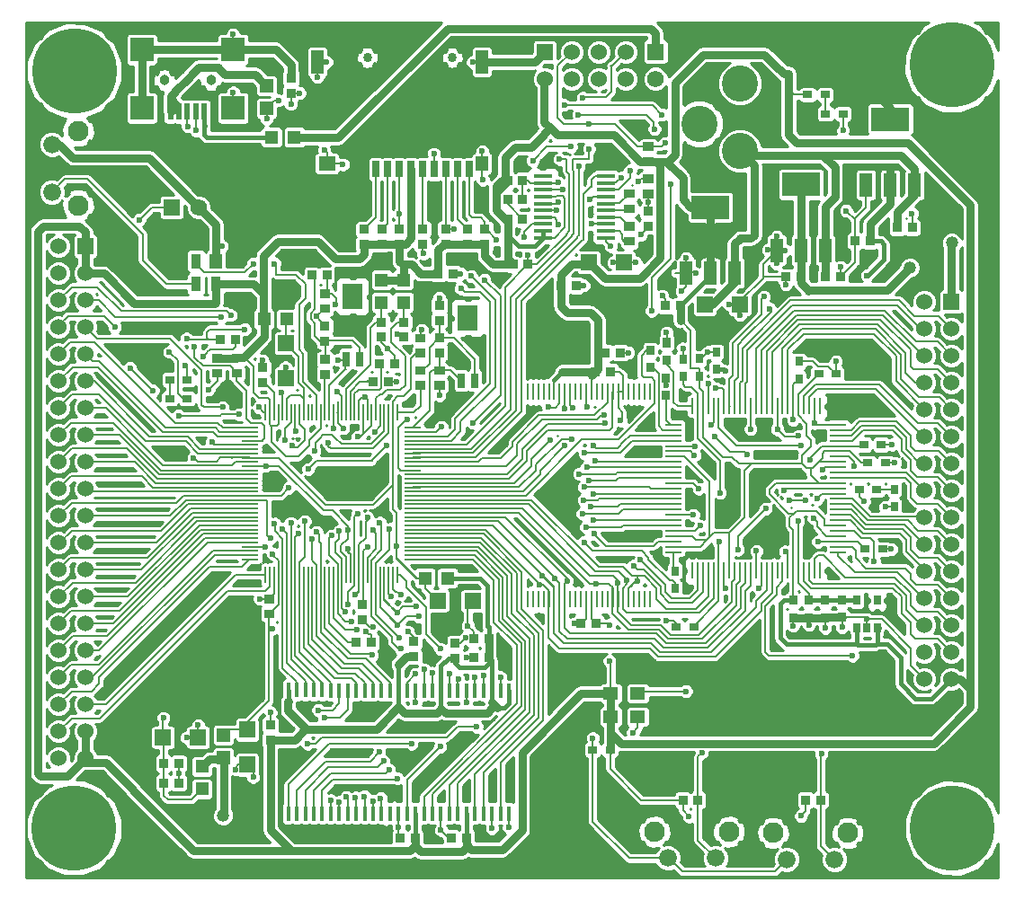
<source format=gtl>
G04 (created by PCBNEW-RS274X (2011-03-30 BZR 2932)-stable) date 11/06/2011 13:06:09*
G01*
G70*
G90*
%MOIN*%
G04 Gerber Fmt 3.4, Leading zero omitted, Abs format*
%FSLAX34Y34*%
G04 APERTURE LIST*
%ADD10C,0.006000*%
%ADD11R,0.055100X0.047200*%
%ADD12R,0.060000X0.060000*%
%ADD13C,0.060000*%
%ADD14R,0.062000X0.062000*%
%ADD15C,0.062000*%
%ADD16C,0.314000*%
%ADD17R,0.032000X0.038000*%
%ADD18R,0.034000X0.030000*%
%ADD19C,0.066000*%
%ADD20C,0.076000*%
%ADD21R,0.038000X0.032000*%
%ADD22R,0.030000X0.034000*%
%ADD23R,0.026000X0.062000*%
%ADD24R,0.062000X0.054000*%
%ADD25C,0.034000*%
%ADD26R,0.046000X0.086000*%
%ADD27R,0.046000X0.054000*%
%ADD28R,0.020000X0.062000*%
%ADD29C,0.038000*%
%ADD30R,0.086000X0.090000*%
%ADD31C,0.134000*%
%ADD32R,0.050000X0.050000*%
%ADD33R,0.006000X0.064000*%
%ADD34R,0.064000X0.006000*%
%ADD35R,0.018000X0.054000*%
%ADD36R,0.010000X0.060000*%
%ADD37R,0.070000X0.016000*%
%ADD38R,0.048000X0.088000*%
%ADD39R,0.142000X0.088000*%
%ADD40R,0.060000X0.010000*%
%ADD41R,0.038000X0.056000*%
%ADD42R,0.046000X0.056000*%
%ADD43R,0.026000X0.038000*%
%ADD44R,0.078000X0.098000*%
%ADD45R,0.026000X0.058000*%
%ADD46C,0.023600*%
%ADD47C,0.046900*%
%ADD48C,0.007500*%
%ADD49C,0.007900*%
%ADD50C,0.008000*%
%ADD51C,0.031000*%
%ADD52C,0.017000*%
%ADD53C,0.017700*%
%ADD54C,0.020000*%
%ADD55C,0.015000*%
%ADD56C,0.010000*%
G04 APERTURE END LIST*
G54D10*
G54D11*
X82380Y-69153D03*
X82380Y-68287D03*
X83380Y-68287D03*
X83380Y-69153D03*
G54D12*
X79930Y-44480D03*
G54D13*
X79930Y-45480D03*
X80930Y-44480D03*
X80930Y-45480D03*
X81930Y-44480D03*
X81930Y-45480D03*
X82930Y-44480D03*
X82930Y-45480D03*
G54D14*
X84039Y-44480D03*
G54D15*
X84039Y-45480D03*
G54D12*
X62902Y-51701D03*
G54D13*
X61902Y-51701D03*
X62902Y-56701D03*
X61902Y-52701D03*
X62902Y-57701D03*
X61902Y-53701D03*
X62902Y-58701D03*
X61902Y-54701D03*
X62902Y-59701D03*
X61902Y-55701D03*
X62902Y-60701D03*
X61902Y-56701D03*
X62902Y-61701D03*
X61902Y-57701D03*
X62902Y-62701D03*
X61902Y-58701D03*
X62902Y-63701D03*
X61902Y-59701D03*
X62902Y-64701D03*
X61902Y-60701D03*
X62902Y-65701D03*
X61902Y-61701D03*
X62902Y-66701D03*
X61902Y-62701D03*
X61902Y-63701D03*
X62902Y-67701D03*
X61902Y-64701D03*
X61902Y-66701D03*
X61902Y-67701D03*
X61902Y-68701D03*
X61902Y-69701D03*
X62902Y-68701D03*
X62902Y-69701D03*
X62902Y-52701D03*
X62902Y-53701D03*
X62902Y-54701D03*
X62902Y-55701D03*
X62902Y-70701D03*
X61902Y-70701D03*
X61902Y-65701D03*
G54D16*
X62479Y-73281D03*
X62489Y-45189D03*
X95031Y-44969D03*
X95046Y-73286D03*
G54D17*
X85050Y-72250D03*
X85610Y-72250D03*
X89600Y-72250D03*
X90160Y-72250D03*
G54D18*
X90338Y-46780D03*
X90988Y-46780D03*
X66020Y-57350D03*
X66670Y-57350D03*
G54D19*
X84500Y-74400D03*
X86270Y-74400D03*
G54D20*
X84000Y-73420D03*
X86760Y-73420D03*
G54D19*
X88900Y-74450D03*
X90670Y-74450D03*
G54D20*
X88400Y-73470D03*
X91160Y-73470D03*
G54D18*
X89682Y-46067D03*
X90332Y-46067D03*
X66680Y-56650D03*
X66030Y-56650D03*
G54D21*
X69464Y-56760D03*
X69464Y-56200D03*
G54D17*
X74360Y-56050D03*
X73800Y-56050D03*
G54D21*
X71780Y-55220D03*
X71780Y-54660D03*
G54D10*
G36*
X71590Y-53610D02*
X71590Y-53290D01*
X71970Y-53290D01*
X71970Y-53610D01*
X71590Y-53610D01*
X71590Y-53610D01*
G37*
G36*
X71590Y-54170D02*
X71590Y-53850D01*
X71970Y-53850D01*
X71970Y-54170D01*
X71590Y-54170D01*
X71590Y-54170D01*
G37*
G54D21*
X76020Y-54440D03*
X76020Y-53880D03*
G54D10*
G36*
X75840Y-56460D02*
X75840Y-56140D01*
X76220Y-56140D01*
X76220Y-56460D01*
X75840Y-56460D01*
X75840Y-56460D01*
G37*
G36*
X75840Y-57020D02*
X75840Y-56700D01*
X76220Y-56700D01*
X76220Y-57020D01*
X75840Y-57020D01*
X75840Y-57020D01*
G37*
G54D21*
X74700Y-55070D03*
X74700Y-54510D03*
X73870Y-55070D03*
X73870Y-54510D03*
G54D12*
X70320Y-56600D03*
X70320Y-55300D03*
G54D17*
X66360Y-71607D03*
X65800Y-71607D03*
G54D12*
X67080Y-69917D03*
X65780Y-69917D03*
G54D17*
X66360Y-70887D03*
X65800Y-70887D03*
G54D10*
G36*
X69520Y-64940D02*
X69520Y-64620D01*
X69900Y-64620D01*
X69900Y-64940D01*
X69520Y-64940D01*
X69520Y-64940D01*
G37*
G36*
X69520Y-65500D02*
X69520Y-65180D01*
X69900Y-65180D01*
X69900Y-65500D01*
X69520Y-65500D01*
X69520Y-65500D01*
G37*
G54D12*
X68900Y-70937D03*
X68900Y-69637D03*
X77250Y-64860D03*
X75950Y-64860D03*
G54D17*
X67890Y-55150D03*
X68450Y-55150D03*
G54D21*
X73170Y-65540D03*
X73170Y-64980D03*
G54D10*
G36*
X75130Y-55260D02*
X75130Y-54940D01*
X75510Y-54940D01*
X75510Y-55260D01*
X75130Y-55260D01*
X75130Y-55260D01*
G37*
G36*
X75130Y-55820D02*
X75130Y-55500D01*
X75510Y-55500D01*
X75510Y-55820D01*
X75130Y-55820D01*
X75130Y-55820D01*
G37*
G54D17*
X77030Y-73650D03*
X76470Y-73650D03*
X75130Y-73660D03*
X74570Y-73660D03*
G54D21*
X69750Y-70020D03*
X69750Y-69460D03*
X75070Y-66930D03*
X75070Y-66370D03*
X76610Y-66980D03*
X76610Y-66420D03*
G54D17*
X77850Y-66250D03*
X77290Y-66250D03*
X77850Y-66950D03*
X77290Y-66950D03*
G54D12*
X81570Y-52300D03*
X82870Y-52300D03*
G54D17*
X81840Y-65690D03*
X81280Y-65690D03*
X82170Y-55640D03*
X82730Y-55640D03*
X75980Y-52710D03*
X76540Y-52710D03*
G54D18*
X91816Y-62933D03*
X92466Y-62933D03*
G54D22*
X89350Y-56610D03*
X89350Y-55960D03*
G54D18*
X82350Y-70380D03*
X81700Y-70380D03*
G54D17*
X81090Y-53150D03*
X80530Y-53150D03*
G54D21*
X83770Y-50960D03*
X83770Y-50400D03*
G54D10*
G36*
X82880Y-51110D02*
X82880Y-50790D01*
X83260Y-50790D01*
X83260Y-51110D01*
X82880Y-51110D01*
X82880Y-51110D01*
G37*
G36*
X82880Y-51670D02*
X82880Y-51350D01*
X83260Y-51350D01*
X83260Y-51670D01*
X82880Y-51670D01*
X82880Y-51670D01*
G37*
G36*
X83580Y-49350D02*
X83580Y-49030D01*
X83960Y-49030D01*
X83960Y-49350D01*
X83580Y-49350D01*
X83580Y-49350D01*
G37*
G36*
X83580Y-49910D02*
X83580Y-49590D01*
X83960Y-49590D01*
X83960Y-49910D01*
X83580Y-49910D01*
X83580Y-49910D01*
G37*
G36*
X82880Y-49900D02*
X82880Y-49580D01*
X83260Y-49580D01*
X83260Y-49900D01*
X82880Y-49900D01*
X82880Y-49900D01*
G37*
G36*
X82880Y-50460D02*
X82880Y-50140D01*
X83260Y-50140D01*
X83260Y-50460D01*
X82880Y-50460D01*
X82880Y-50460D01*
G37*
G54D17*
X89430Y-52830D03*
X88870Y-52830D03*
X84950Y-53900D03*
X84390Y-53900D03*
G54D18*
X85450Y-65810D03*
X84800Y-65810D03*
G54D22*
X86290Y-56270D03*
X86290Y-55620D03*
G54D18*
X91757Y-59055D03*
X92407Y-59055D03*
G54D10*
G36*
X89580Y-64997D02*
X89580Y-64657D01*
X89880Y-64657D01*
X89880Y-64997D01*
X89580Y-64997D01*
X89580Y-64997D01*
G37*
G36*
X89580Y-65647D02*
X89580Y-65307D01*
X89880Y-65307D01*
X89880Y-65647D01*
X89580Y-65647D01*
X89580Y-65647D01*
G37*
G36*
X90180Y-64997D02*
X90180Y-64657D01*
X90480Y-64657D01*
X90480Y-64997D01*
X90180Y-64997D01*
X90180Y-64997D01*
G37*
G36*
X90180Y-65647D02*
X90180Y-65307D01*
X90480Y-65307D01*
X90480Y-65647D01*
X90180Y-65647D01*
X90180Y-65647D01*
G37*
G54D22*
X85050Y-56530D03*
X85050Y-55880D03*
G54D18*
X90083Y-56437D03*
X90733Y-56437D03*
X91914Y-59724D03*
X92564Y-59724D03*
G54D10*
G36*
X88990Y-64997D02*
X88990Y-64657D01*
X89290Y-64657D01*
X89290Y-64997D01*
X88990Y-64997D01*
X88990Y-64997D01*
G37*
G36*
X88990Y-65647D02*
X88990Y-65307D01*
X89290Y-65307D01*
X89290Y-65647D01*
X88990Y-65647D01*
X88990Y-65647D01*
G37*
G54D22*
X85660Y-56520D03*
X85660Y-55870D03*
G54D17*
X90340Y-52820D03*
X90900Y-52820D03*
X93000Y-51000D03*
X93560Y-51000D03*
G54D21*
X70520Y-46010D03*
X70520Y-45450D03*
G54D12*
X87170Y-53850D03*
X85870Y-53850D03*
G54D17*
X92000Y-51500D03*
X91440Y-51500D03*
G54D10*
G36*
X90800Y-64987D02*
X90800Y-64647D01*
X91100Y-64647D01*
X91100Y-64987D01*
X90800Y-64987D01*
X90800Y-64987D01*
G37*
G36*
X90800Y-65637D02*
X90800Y-65297D01*
X91100Y-65297D01*
X91100Y-65637D01*
X90800Y-65637D01*
X90800Y-65637D01*
G37*
G54D17*
X78552Y-50696D03*
X79112Y-50696D03*
G54D18*
X91599Y-60728D03*
X92249Y-60728D03*
G54D23*
X73670Y-48830D03*
X74100Y-48830D03*
X74530Y-48830D03*
X74970Y-48830D03*
X75400Y-48830D03*
X75830Y-48830D03*
X76270Y-48830D03*
X76700Y-48830D03*
X77130Y-48830D03*
G54D24*
X71860Y-48630D03*
G54D25*
X76500Y-44690D03*
X73350Y-44690D03*
G54D26*
X71500Y-44850D03*
X77600Y-44850D03*
G54D27*
X77610Y-48630D03*
G54D28*
X67310Y-46700D03*
X67000Y-46700D03*
X66680Y-46700D03*
X66370Y-46700D03*
X66050Y-46700D03*
G54D29*
X67550Y-45530D03*
X65820Y-45530D03*
G54D30*
X68380Y-46560D03*
X64990Y-44390D03*
X68380Y-44390D03*
X64990Y-46560D03*
G54D14*
X66100Y-50250D03*
G54D15*
X67100Y-50250D03*
G54D31*
X87170Y-45650D03*
X87170Y-48150D03*
X85670Y-47150D03*
G54D32*
X74690Y-53780D03*
X74690Y-52940D03*
X73880Y-53780D03*
X73880Y-52940D03*
X70360Y-54400D03*
X69520Y-54400D03*
X67220Y-71837D03*
X67220Y-70997D03*
G54D10*
G36*
X67770Y-70077D02*
X67770Y-69577D01*
X68270Y-69577D01*
X68270Y-70077D01*
X67770Y-70077D01*
X67770Y-70077D01*
G37*
G36*
X67770Y-70917D02*
X67770Y-70417D01*
X68270Y-70417D01*
X68270Y-70917D01*
X67770Y-70917D01*
X67770Y-70917D01*
G37*
G54D32*
X75490Y-64010D03*
X76330Y-64010D03*
X69800Y-47650D03*
X70640Y-47650D03*
G54D10*
G36*
X69360Y-45990D02*
X69360Y-45490D01*
X69860Y-45490D01*
X69860Y-45990D01*
X69360Y-45990D01*
X69360Y-45990D01*
G37*
G36*
X69360Y-46830D02*
X69360Y-46330D01*
X69860Y-46330D01*
X69860Y-46830D01*
X69360Y-46830D01*
X69360Y-46830D01*
G37*
G54D19*
X61654Y-47913D03*
X61654Y-49683D03*
G54D20*
X62634Y-47413D03*
X62634Y-50173D03*
G54D10*
G36*
X71590Y-56050D02*
X71590Y-55730D01*
X71970Y-55730D01*
X71970Y-56050D01*
X71590Y-56050D01*
X71590Y-56050D01*
G37*
G36*
X71590Y-56610D02*
X71590Y-56290D01*
X71970Y-56290D01*
X71970Y-56610D01*
X71590Y-56610D01*
X71590Y-56610D01*
G37*
G54D17*
X73570Y-56720D03*
X74130Y-56720D03*
X71850Y-52770D03*
X71290Y-52770D03*
G54D10*
G36*
X75130Y-56460D02*
X75130Y-56140D01*
X75510Y-56140D01*
X75510Y-56460D01*
X75130Y-56460D01*
X75130Y-56460D01*
G37*
G36*
X75130Y-57020D02*
X75130Y-56700D01*
X75510Y-56700D01*
X75510Y-57020D01*
X75130Y-57020D01*
X75130Y-57020D01*
G37*
G54D21*
X76020Y-55650D03*
X76020Y-55090D03*
G54D10*
G36*
X68320Y-56000D02*
X68320Y-55680D01*
X68700Y-55680D01*
X68700Y-56000D01*
X68320Y-56000D01*
X68320Y-56000D01*
G37*
G36*
X68320Y-56560D02*
X68320Y-56240D01*
X68700Y-56240D01*
X68700Y-56560D01*
X68320Y-56560D01*
X68320Y-56560D01*
G37*
G36*
X67600Y-56010D02*
X67600Y-55690D01*
X67980Y-55690D01*
X67980Y-56010D01*
X67600Y-56010D01*
X67600Y-56010D01*
G37*
G36*
X67600Y-56570D02*
X67600Y-56250D01*
X67980Y-56250D01*
X67980Y-56570D01*
X67600Y-56570D01*
X67600Y-56570D01*
G37*
G54D17*
X81810Y-56350D03*
X82370Y-56350D03*
X72940Y-66380D03*
X73500Y-66380D03*
G54D21*
X76260Y-51620D03*
X76260Y-51060D03*
X74540Y-51610D03*
X74540Y-51050D03*
X75400Y-51620D03*
X75400Y-51060D03*
X77710Y-51620D03*
X77710Y-51060D03*
X77060Y-51620D03*
X77060Y-51060D03*
G54D22*
X84760Y-64390D03*
X84760Y-63740D03*
G54D10*
G36*
X83700Y-55720D02*
X83700Y-55380D01*
X84000Y-55380D01*
X84000Y-55720D01*
X83700Y-55720D01*
X83700Y-55720D01*
G37*
G36*
X83700Y-56370D02*
X83700Y-56030D01*
X84000Y-56030D01*
X84000Y-56370D01*
X83700Y-56370D01*
X83700Y-56370D01*
G37*
G36*
X84280Y-56750D02*
X84280Y-56410D01*
X84580Y-56410D01*
X84580Y-56750D01*
X84280Y-56750D01*
X84280Y-56750D01*
G37*
G36*
X84280Y-57400D02*
X84280Y-57060D01*
X84580Y-57060D01*
X84580Y-57400D01*
X84280Y-57400D01*
X84280Y-57400D01*
G37*
G36*
X84300Y-55440D02*
X84300Y-55100D01*
X84600Y-55100D01*
X84600Y-55440D01*
X84300Y-55440D01*
X84300Y-55440D01*
G37*
G36*
X84300Y-56090D02*
X84300Y-55750D01*
X84600Y-55750D01*
X84600Y-56090D01*
X84300Y-56090D01*
X84300Y-56090D01*
G37*
G54D21*
X73890Y-51610D03*
X73890Y-51050D03*
X73240Y-51620D03*
X73240Y-51060D03*
G54D22*
X92894Y-61354D03*
X92894Y-60704D03*
G54D10*
G36*
X83580Y-48140D02*
X83580Y-47820D01*
X83960Y-47820D01*
X83960Y-48140D01*
X83580Y-48140D01*
X83580Y-48140D01*
G37*
G36*
X83580Y-48700D02*
X83580Y-48380D01*
X83960Y-48380D01*
X83960Y-48700D01*
X83580Y-48700D01*
X83580Y-48700D01*
G37*
G54D17*
X79310Y-52370D03*
X78750Y-52370D03*
X78550Y-49250D03*
X79110Y-49250D03*
X79110Y-49960D03*
X78550Y-49960D03*
G54D33*
X69580Y-63890D03*
X69730Y-63890D03*
X69890Y-63890D03*
X70050Y-63890D03*
X70210Y-63890D03*
X70360Y-63890D03*
X70520Y-63890D03*
X70680Y-63890D03*
X70840Y-63890D03*
X70990Y-63890D03*
X71150Y-63890D03*
X71310Y-63890D03*
X71470Y-63890D03*
X71620Y-63890D03*
X71780Y-63890D03*
X71940Y-63890D03*
X72090Y-63890D03*
X72250Y-63890D03*
X72410Y-63890D03*
X72570Y-63890D03*
X72720Y-63890D03*
X72880Y-63890D03*
X73040Y-63890D03*
X73200Y-63890D03*
X73350Y-63890D03*
X73510Y-63890D03*
X73670Y-63890D03*
X73830Y-63890D03*
X73980Y-63890D03*
X74140Y-63890D03*
X74300Y-63890D03*
X74460Y-63890D03*
G54D34*
X75040Y-63310D03*
X75040Y-63160D03*
X75040Y-63000D03*
X75040Y-62840D03*
X75040Y-62680D03*
X75040Y-62530D03*
X75040Y-62370D03*
X75040Y-62210D03*
X75040Y-62050D03*
X75040Y-61900D03*
X75040Y-61740D03*
X75040Y-61580D03*
X75040Y-61420D03*
X75040Y-61270D03*
X75040Y-61110D03*
X75040Y-60950D03*
X75040Y-60800D03*
X75040Y-60640D03*
X75040Y-60480D03*
X75040Y-60320D03*
X75040Y-60170D03*
X75040Y-60010D03*
X75040Y-59850D03*
X75040Y-59690D03*
X75040Y-59540D03*
X75040Y-59380D03*
X75040Y-59220D03*
X75040Y-59060D03*
X75040Y-58910D03*
X75040Y-58750D03*
X75040Y-58590D03*
X75040Y-58430D03*
G54D33*
X74460Y-57840D03*
X74300Y-57840D03*
X74140Y-57840D03*
X73980Y-57840D03*
X73830Y-57840D03*
X73670Y-57840D03*
X73510Y-57840D03*
X73350Y-57840D03*
X73200Y-57840D03*
X73040Y-57840D03*
X72880Y-57840D03*
X72720Y-57840D03*
X72570Y-57840D03*
X72410Y-57840D03*
X72250Y-57840D03*
X72090Y-57840D03*
X71940Y-57840D03*
X71780Y-57840D03*
X71620Y-57840D03*
X71470Y-57840D03*
X71310Y-57840D03*
X71150Y-57840D03*
X70990Y-57850D03*
X70840Y-57840D03*
X70680Y-57840D03*
X70520Y-57840D03*
X70360Y-57840D03*
X70210Y-57840D03*
X70050Y-57840D03*
X69890Y-57840D03*
X69730Y-57840D03*
X69580Y-57840D03*
G54D34*
X69000Y-58430D03*
X69000Y-58590D03*
X69000Y-58750D03*
X69000Y-58910D03*
X69000Y-59060D03*
X69000Y-59220D03*
X69000Y-59380D03*
X69000Y-59540D03*
X69000Y-59690D03*
X69000Y-59850D03*
X69000Y-60010D03*
X69000Y-60170D03*
X69000Y-60320D03*
X69000Y-60480D03*
X69000Y-60640D03*
X69000Y-60800D03*
X69000Y-60950D03*
X69000Y-61110D03*
X69000Y-61270D03*
X69000Y-61420D03*
X69000Y-61580D03*
X69000Y-61740D03*
X69000Y-61900D03*
X69000Y-62050D03*
X69000Y-62210D03*
X69000Y-62370D03*
X69000Y-62530D03*
X69000Y-62680D03*
X69000Y-62840D03*
X69000Y-63000D03*
X69000Y-63160D03*
X69000Y-63310D03*
G54D35*
X78600Y-68180D03*
X78290Y-68180D03*
X77970Y-68180D03*
X77660Y-68180D03*
X77340Y-68180D03*
X77030Y-68180D03*
X76710Y-68180D03*
X76400Y-68180D03*
X76080Y-68180D03*
X75770Y-68180D03*
X75450Y-68180D03*
X75140Y-68180D03*
X74820Y-68180D03*
X74510Y-68180D03*
X74190Y-68180D03*
X73880Y-68180D03*
X73560Y-68180D03*
X73250Y-68180D03*
X72930Y-68180D03*
X72620Y-68180D03*
X72300Y-68180D03*
X71990Y-68180D03*
X71990Y-72740D03*
X72300Y-72740D03*
X72620Y-72740D03*
X72930Y-72740D03*
X73250Y-72740D03*
X73560Y-72740D03*
X73880Y-72740D03*
X74190Y-72740D03*
X74510Y-72740D03*
X74820Y-72740D03*
X75140Y-72740D03*
X75450Y-72740D03*
X75770Y-72740D03*
X76080Y-72740D03*
X76400Y-72740D03*
X76710Y-72740D03*
X77030Y-72740D03*
X77340Y-72740D03*
X77660Y-72740D03*
X77970Y-72740D03*
X78290Y-72740D03*
X78600Y-72740D03*
X71680Y-68170D03*
X71360Y-68170D03*
X71050Y-68170D03*
X70730Y-68170D03*
X70420Y-68170D03*
X70420Y-72740D03*
X70730Y-72740D03*
X71050Y-72740D03*
X71360Y-72740D03*
X71680Y-72740D03*
G54D36*
X83830Y-57100D03*
X83630Y-57100D03*
X83430Y-57100D03*
X83240Y-57100D03*
X83040Y-57100D03*
X82840Y-57100D03*
X82650Y-57100D03*
X82450Y-57100D03*
X82250Y-57100D03*
X82060Y-57100D03*
X81860Y-57100D03*
X81660Y-57100D03*
X81460Y-57100D03*
X81270Y-57100D03*
X81070Y-57100D03*
X80870Y-57100D03*
X80680Y-57100D03*
X80480Y-57100D03*
X80280Y-57100D03*
X80090Y-57100D03*
X79890Y-57100D03*
X79690Y-57100D03*
X79500Y-57100D03*
X79300Y-57100D03*
X79300Y-64800D03*
X79500Y-64800D03*
X79690Y-64800D03*
X79890Y-64800D03*
X80090Y-64800D03*
X80280Y-64800D03*
X80480Y-64800D03*
X80680Y-64800D03*
X80870Y-64800D03*
X81070Y-64800D03*
X81270Y-64800D03*
X81460Y-64800D03*
X81660Y-64800D03*
X81860Y-64800D03*
X82060Y-64800D03*
X82250Y-64800D03*
X82450Y-64800D03*
X82650Y-64800D03*
X82840Y-64800D03*
X83040Y-64800D03*
X83240Y-64800D03*
X83430Y-64800D03*
X83630Y-64800D03*
X83830Y-64800D03*
G54D37*
X82200Y-51390D03*
X82200Y-51130D03*
X82200Y-50870D03*
X82200Y-50620D03*
X82200Y-50360D03*
X82200Y-50110D03*
X82200Y-49850D03*
X82200Y-49600D03*
X82200Y-49340D03*
X82200Y-49080D03*
X79860Y-49080D03*
X79860Y-49340D03*
X79860Y-49600D03*
X79860Y-49850D03*
X79860Y-50110D03*
X79860Y-50360D03*
X79860Y-50620D03*
X79860Y-50870D03*
X79860Y-51130D03*
X79860Y-51390D03*
G54D38*
X88530Y-51840D03*
X89430Y-51840D03*
X90330Y-51840D03*
G54D39*
X89430Y-49400D03*
G54D38*
X85170Y-52690D03*
X86070Y-52690D03*
X86970Y-52690D03*
G54D39*
X86070Y-50250D03*
G54D36*
X85400Y-63730D03*
X85590Y-63730D03*
X85790Y-63730D03*
X85990Y-63730D03*
X86190Y-63730D03*
X86380Y-63730D03*
X86580Y-63730D03*
X86780Y-63730D03*
X86970Y-63730D03*
X87170Y-63730D03*
X87370Y-63730D03*
X87560Y-63730D03*
X87760Y-63730D03*
X87960Y-63730D03*
X88150Y-63730D03*
X88350Y-63730D03*
X88550Y-63730D03*
X88740Y-63730D03*
X88940Y-63730D03*
X89140Y-63730D03*
X89330Y-63730D03*
X89530Y-63730D03*
X89730Y-63730D03*
X89930Y-63730D03*
X90120Y-63730D03*
G54D40*
X90810Y-63040D03*
X90810Y-62850D03*
X90810Y-62650D03*
X90810Y-62450D03*
X90810Y-62250D03*
X90810Y-62060D03*
X90810Y-61860D03*
X90810Y-61660D03*
X90810Y-61470D03*
X90810Y-61270D03*
X90810Y-61070D03*
X90810Y-60880D03*
X90810Y-60680D03*
X90810Y-60480D03*
X90810Y-60290D03*
X90810Y-60090D03*
X90810Y-59890D03*
X90810Y-59700D03*
X90810Y-59500D03*
X90810Y-59300D03*
X90810Y-59110D03*
X90810Y-58910D03*
X90810Y-58710D03*
X90810Y-58510D03*
X90810Y-58320D03*
G54D36*
X90120Y-57630D03*
X89930Y-57630D03*
X89730Y-57630D03*
X89530Y-57630D03*
X89330Y-57630D03*
X89140Y-57630D03*
X88940Y-57630D03*
X88740Y-57630D03*
X88550Y-57630D03*
X88350Y-57630D03*
X88150Y-57630D03*
X87960Y-57630D03*
X87760Y-57630D03*
X87560Y-57630D03*
X87370Y-57630D03*
X87170Y-57630D03*
X86970Y-57630D03*
X86780Y-57630D03*
X86580Y-57630D03*
X86380Y-57630D03*
X86190Y-57630D03*
X85990Y-57630D03*
X85790Y-57630D03*
X85590Y-57630D03*
X85400Y-57630D03*
G54D40*
X84710Y-58320D03*
X84710Y-58510D03*
X84710Y-58710D03*
X84710Y-58910D03*
X84710Y-59110D03*
X84710Y-59300D03*
X84710Y-59500D03*
X84710Y-59700D03*
X84710Y-59890D03*
X84710Y-60090D03*
X84710Y-60290D03*
X84710Y-60480D03*
X84710Y-60680D03*
X84710Y-60880D03*
X84710Y-61070D03*
X84710Y-61270D03*
X84710Y-61470D03*
X84710Y-61660D03*
X84710Y-61860D03*
X84710Y-62060D03*
X84710Y-62250D03*
X84710Y-62450D03*
X84710Y-62650D03*
X84710Y-62850D03*
X84710Y-63040D03*
G54D38*
X91840Y-49415D03*
X92740Y-49415D03*
X93640Y-49415D03*
G54D39*
X92740Y-46975D03*
G54D41*
X67000Y-52240D03*
X67000Y-53100D03*
X67740Y-53100D03*
G54D42*
X67740Y-52240D03*
G54D43*
X91500Y-65847D03*
X91870Y-65847D03*
X92250Y-65847D03*
X91500Y-64837D03*
X92250Y-64837D03*
G54D44*
X72805Y-53555D03*
G54D45*
X72555Y-55875D03*
X73065Y-55875D03*
G54D44*
X77080Y-54355D03*
G54D45*
X76830Y-56675D03*
X77340Y-56675D03*
G54D12*
X95000Y-53750D03*
G54D13*
X94000Y-53750D03*
X95000Y-58750D03*
X94000Y-54750D03*
X95000Y-59750D03*
X94000Y-55750D03*
X95000Y-60750D03*
X94000Y-56750D03*
X95000Y-61750D03*
X94000Y-57750D03*
X95000Y-62750D03*
X94000Y-58750D03*
X95000Y-63750D03*
X94000Y-59750D03*
X95000Y-64750D03*
X94000Y-60750D03*
X95000Y-65750D03*
X94000Y-61750D03*
X95000Y-66750D03*
X94000Y-62750D03*
X95000Y-67750D03*
X94000Y-63750D03*
X94000Y-64750D03*
X94000Y-65750D03*
X94000Y-66750D03*
X95000Y-54750D03*
X95000Y-55750D03*
X95000Y-56750D03*
X95000Y-57750D03*
X94000Y-67750D03*
G54D46*
X71913Y-58986D03*
X68287Y-54248D03*
X89432Y-59088D03*
X91339Y-66890D03*
X70563Y-59094D03*
X63988Y-54689D03*
X68606Y-57937D03*
X64555Y-56205D03*
X65406Y-57047D03*
X66350Y-57972D03*
X74602Y-64606D03*
X71528Y-68908D03*
X81750Y-62370D03*
X74160Y-71120D03*
X74530Y-66230D03*
X74176Y-62180D03*
X71392Y-59288D03*
X67945Y-54327D03*
X79730Y-64240D03*
X78288Y-67680D03*
X72464Y-58452D03*
X66693Y-47244D03*
X70440Y-60660D03*
X74050Y-59100D03*
X71150Y-59970D03*
X86090Y-58330D03*
X67988Y-57669D03*
X70300Y-58880D03*
X66614Y-56118D03*
X77696Y-52944D03*
X77254Y-58240D03*
X74528Y-50496D03*
X76100Y-58390D03*
X77200Y-52800D03*
X76552Y-51064D03*
X80680Y-59090D03*
X80650Y-57710D03*
X80932Y-58850D03*
X80964Y-57696D03*
X72256Y-55904D03*
X72180Y-53840D03*
X69120Y-52340D03*
X69910Y-52340D03*
X74840Y-58110D03*
X78144Y-51440D03*
X69752Y-62536D03*
X81384Y-62672D03*
X64902Y-50709D03*
X66949Y-55433D03*
X70784Y-62368D03*
X81500Y-59890D03*
X81790Y-59650D03*
X70520Y-61956D03*
X81208Y-60138D03*
X71032Y-61896D03*
X81640Y-61350D03*
X72566Y-72135D03*
X72312Y-62264D03*
X72540Y-65270D03*
X81740Y-60880D03*
X71140Y-70160D03*
X77400Y-69520D03*
X74248Y-64696D03*
X71750Y-69200D03*
X70190Y-62174D03*
X81410Y-59370D03*
X69912Y-61984D03*
X81730Y-59100D03*
X73792Y-70468D03*
X75152Y-65056D03*
X83480Y-63330D03*
X74450Y-65290D03*
X81460Y-62120D03*
X74460Y-71438D03*
X73812Y-61952D03*
X74589Y-66628D03*
X81326Y-61618D03*
X72644Y-64972D03*
X72300Y-72320D03*
X72984Y-61628D03*
X82130Y-57940D03*
X86280Y-56969D03*
X79846Y-63908D03*
X77664Y-67632D03*
X80752Y-64122D03*
X76720Y-67760D03*
X85752Y-70492D03*
X87780Y-63000D03*
X92146Y-63386D03*
X90185Y-70535D03*
X80610Y-49590D03*
X88260Y-54010D03*
X84270Y-46810D03*
X80650Y-46450D03*
X72912Y-72152D03*
X72024Y-62432D03*
X72780Y-65620D03*
X81376Y-61112D03*
X75264Y-65432D03*
X73952Y-70800D03*
X83220Y-63550D03*
X74470Y-65740D03*
X71990Y-72248D03*
X73364Y-61768D03*
X72908Y-64624D03*
X81736Y-61868D03*
X73248Y-72104D03*
X72960Y-65930D03*
X80310Y-64010D03*
X77344Y-67680D03*
X76400Y-67568D03*
X81834Y-64220D03*
X82640Y-64192D03*
X75760Y-67520D03*
X82976Y-64094D03*
X75450Y-67392D03*
X75136Y-67568D03*
X83366Y-64124D03*
X76060Y-66630D03*
X76064Y-70256D03*
X82740Y-58160D03*
X82170Y-58260D03*
X80148Y-58872D03*
X80056Y-57664D03*
X75424Y-51968D03*
X76820Y-53260D03*
X72246Y-57078D03*
X67008Y-47402D03*
X82760Y-49140D03*
X81340Y-46180D03*
X80350Y-50360D03*
X80440Y-50060D03*
X80900Y-48000D03*
X88055Y-53565D03*
X84000Y-47340D03*
X79490Y-48510D03*
X81180Y-46820D03*
X83100Y-48880D03*
X80420Y-50900D03*
X81190Y-48730D03*
X80428Y-49332D03*
X91580Y-46310D03*
X92735Y-48745D03*
X91870Y-52780D03*
X90064Y-62656D03*
X89140Y-58130D03*
X85504Y-59104D03*
X86640Y-56336D03*
X86384Y-62656D03*
G54D47*
X93470Y-52490D03*
X68010Y-72825D03*
G54D46*
X89750Y-59630D03*
X86430Y-60840D03*
X85690Y-62060D03*
X89328Y-61888D03*
X82330Y-67080D03*
X82330Y-65745D03*
X89429Y-72835D03*
X85276Y-72854D03*
G54D47*
X95020Y-51570D03*
G54D46*
X93543Y-50472D03*
X90994Y-47402D03*
X91102Y-50374D03*
X92776Y-62933D03*
X66016Y-55614D03*
X66654Y-55118D03*
X91870Y-65531D03*
X89006Y-61112D03*
X89606Y-61122D03*
X92795Y-59055D03*
X92913Y-59724D03*
X92559Y-61358D03*
X87431Y-59429D03*
X86230Y-58760D03*
X85988Y-56795D03*
X83201Y-69740D03*
X81709Y-69949D03*
X89140Y-65777D03*
X89730Y-65747D03*
X90330Y-65857D03*
X90950Y-65837D03*
X89343Y-58732D03*
X90728Y-55965D03*
X70712Y-58552D03*
X89940Y-58260D03*
X85480Y-59450D03*
X90220Y-59980D03*
X85640Y-60690D03*
X69572Y-62840D03*
X69360Y-64778D03*
X81490Y-57670D03*
X77030Y-68630D03*
X69770Y-69000D03*
X85004Y-53348D03*
X85170Y-52130D03*
X88210Y-51830D03*
X88530Y-51336D03*
X88840Y-51840D03*
X85520Y-52690D03*
X88520Y-52330D03*
X81370Y-53150D03*
X76810Y-52710D03*
X72448Y-48656D03*
X74097Y-55487D03*
X74859Y-65989D03*
X76993Y-66217D03*
X77040Y-66950D03*
X77080Y-65790D03*
X67953Y-51693D03*
X73620Y-58580D03*
X85432Y-61660D03*
X85980Y-55620D03*
X70056Y-46280D03*
X70158Y-57137D03*
X69335Y-57666D03*
X69584Y-59850D03*
X79170Y-51344D03*
X74510Y-73248D03*
X76080Y-73360D03*
X72640Y-62216D03*
X73560Y-62230D03*
X89900Y-61790D03*
X90040Y-61070D03*
X69620Y-46970D03*
X82380Y-51690D03*
X82470Y-52300D03*
X83300Y-52300D03*
X84290Y-53530D03*
X88850Y-63020D03*
X87870Y-64400D03*
X86628Y-64380D03*
X84440Y-65600D03*
X74990Y-70160D03*
X77970Y-73290D03*
X78600Y-73260D03*
X75140Y-68630D03*
X87560Y-58480D03*
X85050Y-55480D03*
X83030Y-55640D03*
X88870Y-53110D03*
X90900Y-52460D03*
X81030Y-65690D03*
X69464Y-55924D03*
X72094Y-58444D03*
X88550Y-58490D03*
X71840Y-44860D03*
X71500Y-45410D03*
X71760Y-48128D03*
X75824Y-48256D03*
X77616Y-48168D03*
X77260Y-44860D03*
X77632Y-49224D03*
X74470Y-54940D03*
X69120Y-71387D03*
X66650Y-69927D03*
X67080Y-69467D03*
X66360Y-71257D03*
X73550Y-65804D03*
X68808Y-54772D03*
X75368Y-54792D03*
X70320Y-56180D03*
X68470Y-71107D03*
X71482Y-54299D03*
X74420Y-56720D03*
X73260Y-57280D03*
X76020Y-53610D03*
X76030Y-57220D03*
X70840Y-46010D03*
X70520Y-46410D03*
X83770Y-50068D03*
X87170Y-54250D03*
X86770Y-53850D03*
X91772Y-61161D03*
X91398Y-59843D03*
X73292Y-65990D03*
X73552Y-72280D03*
X83408Y-49280D03*
X81600Y-49960D03*
X83488Y-51264D03*
X81650Y-50870D03*
X68382Y-45984D03*
X68370Y-43828D03*
X67465Y-57008D03*
X67583Y-58969D03*
X88816Y-60752D03*
X87088Y-62960D03*
X88128Y-61424D03*
X85168Y-68208D03*
X81580Y-60380D03*
X71288Y-62552D03*
X81570Y-47150D03*
X84608Y-49372D03*
X84392Y-47856D03*
X83892Y-54092D03*
X84430Y-56840D03*
X81570Y-48080D03*
X80480Y-48460D03*
X79310Y-52016D03*
X84448Y-54896D03*
X69848Y-63104D03*
X69836Y-65872D03*
X72640Y-62910D03*
X66909Y-59539D03*
X67264Y-55783D03*
X73350Y-62840D03*
X74432Y-62808D03*
X65792Y-69193D03*
X72990Y-58770D03*
X81390Y-60630D03*
X71472Y-62296D03*
X73520Y-66870D03*
X73848Y-72176D03*
G54D48*
X67275Y-62370D02*
X67275Y-62363D01*
X67275Y-62363D02*
X67275Y-62370D01*
X65710Y-60010D02*
X65710Y-60014D01*
X65710Y-60014D02*
X65710Y-60010D01*
X72016Y-59198D02*
X71984Y-59198D01*
X71913Y-59127D02*
X71913Y-58986D01*
X71984Y-59198D02*
X71913Y-59127D01*
X72016Y-59198D02*
X72042Y-59198D01*
X74140Y-58610D02*
X74140Y-57840D01*
X72042Y-59198D02*
X73554Y-59196D01*
X73554Y-59196D02*
X74140Y-58610D01*
X62398Y-53205D02*
X61902Y-53701D01*
X64221Y-54087D02*
X63339Y-53205D01*
X63339Y-53205D02*
X62398Y-53205D01*
X68287Y-54248D02*
X68126Y-54087D01*
X68126Y-54087D02*
X64221Y-54087D01*
G54D49*
X86380Y-58428D02*
X87040Y-59088D01*
X86380Y-57630D02*
X86380Y-58428D01*
X87040Y-59088D02*
X89432Y-59088D01*
G54D48*
X92973Y-58189D02*
X93294Y-58510D01*
X93662Y-59272D02*
X94522Y-59272D01*
X93294Y-58510D02*
X93504Y-58720D01*
X93504Y-58720D02*
X93504Y-59114D01*
X93504Y-59114D02*
X93662Y-59272D01*
X90810Y-58510D02*
X91293Y-58510D01*
X91293Y-58510D02*
X91614Y-58189D01*
X91614Y-58189D02*
X92973Y-58189D01*
X94522Y-59272D02*
X95000Y-59750D01*
X91732Y-58504D02*
X92820Y-58504D01*
X92820Y-58504D02*
X93174Y-58858D01*
X90810Y-58910D02*
X91326Y-58910D01*
X93174Y-59296D02*
X93504Y-59626D01*
X94506Y-60256D02*
X95000Y-60750D01*
X93740Y-60256D02*
X94506Y-60256D01*
X93504Y-59626D02*
X93504Y-60020D01*
X93174Y-58858D02*
X93174Y-59296D01*
X91326Y-58910D02*
X91732Y-58504D01*
G54D49*
X90820Y-58900D02*
X90810Y-58910D01*
G54D48*
X93504Y-60020D02*
X93740Y-60256D01*
X90810Y-60090D02*
X93340Y-60090D01*
X93340Y-60090D02*
X94000Y-60750D01*
X93963Y-61713D02*
X94000Y-61750D01*
X91989Y-61713D02*
X93963Y-61713D01*
X91346Y-61070D02*
X91989Y-61713D01*
X90810Y-61070D02*
X91346Y-61070D01*
X91293Y-61470D02*
X91846Y-62023D01*
X90810Y-61470D02*
X91293Y-61470D01*
X93273Y-62023D02*
X94000Y-62750D01*
X91846Y-62023D02*
X93273Y-62023D01*
X91792Y-62185D02*
X93189Y-62185D01*
X93504Y-62953D02*
X93799Y-63248D01*
X93799Y-63248D02*
X94498Y-63248D01*
X91267Y-61660D02*
X91792Y-62185D01*
X90810Y-61660D02*
X91267Y-61660D01*
X93189Y-62185D02*
X93504Y-62500D01*
X94498Y-63248D02*
X95000Y-63750D01*
X93504Y-62500D02*
X93504Y-62953D01*
G54D50*
X89531Y-54938D02*
X92123Y-54938D01*
X92953Y-56703D02*
X94000Y-57750D01*
X88940Y-55529D02*
X89531Y-54938D01*
X92953Y-55768D02*
X92953Y-56703D01*
X92123Y-54938D02*
X92953Y-55768D01*
X88940Y-57630D02*
X88940Y-55529D01*
G54D48*
X94000Y-63685D02*
X94000Y-63750D01*
X90810Y-61860D02*
X91250Y-61860D01*
X93346Y-63031D02*
X94000Y-63685D01*
X91733Y-62343D02*
X93096Y-62343D01*
X93096Y-62343D02*
X93346Y-62593D01*
X91250Y-61860D02*
X91733Y-62343D01*
X93346Y-62593D02*
X93346Y-63031D01*
X90810Y-63192D02*
X91417Y-63799D01*
X93012Y-63799D02*
X93963Y-64750D01*
X91417Y-63799D02*
X93012Y-63799D01*
X90810Y-63040D02*
X90810Y-63192D01*
X93963Y-64750D02*
X94000Y-64750D01*
X94506Y-65256D02*
X95000Y-65750D01*
X89930Y-63298D02*
X90059Y-63169D01*
X89930Y-63730D02*
X89930Y-63298D01*
X91063Y-63976D02*
X92913Y-63976D01*
X92913Y-63976D02*
X93504Y-64567D01*
X93504Y-64567D02*
X93504Y-65020D01*
X93504Y-65020D02*
X93740Y-65256D01*
X90256Y-63169D02*
X91063Y-63976D01*
X93740Y-65256D02*
X94506Y-65256D01*
X90059Y-63169D02*
X90256Y-63169D01*
X88740Y-63730D02*
X88740Y-64134D01*
X88110Y-66752D02*
X88248Y-66890D01*
X88524Y-64625D02*
X88110Y-65039D01*
X88110Y-65039D02*
X88110Y-66752D01*
X88524Y-64350D02*
X88524Y-64625D01*
X88248Y-66890D02*
X91339Y-66890D01*
X88740Y-64134D02*
X88524Y-64350D01*
G54D50*
X88150Y-55590D02*
X89311Y-54429D01*
X94490Y-56240D02*
X95000Y-56750D01*
X89311Y-54429D02*
X92382Y-54429D01*
X88150Y-57630D02*
X88150Y-55590D01*
X93583Y-56240D02*
X94490Y-56240D01*
X93484Y-55531D02*
X93484Y-56141D01*
X93484Y-56141D02*
X93583Y-56240D01*
X92382Y-54429D02*
X93484Y-55531D01*
X87760Y-55488D02*
X89173Y-54075D01*
X93700Y-55236D02*
X94486Y-55236D01*
X94486Y-55236D02*
X95000Y-55750D01*
X89173Y-54075D02*
X92539Y-54075D01*
X92539Y-54075D02*
X93700Y-55236D01*
X87760Y-57630D02*
X87760Y-55488D01*
G54D48*
X61902Y-69701D02*
X61913Y-69701D01*
X69730Y-64325D02*
X69730Y-63890D01*
X63425Y-69213D02*
X68150Y-64488D01*
X61913Y-69701D02*
X62401Y-69213D01*
X62401Y-69213D02*
X63425Y-69213D01*
X68150Y-64488D02*
X69567Y-64488D01*
X69567Y-64488D02*
X69730Y-64325D01*
X63654Y-68701D02*
X68465Y-63890D01*
X68465Y-63890D02*
X69580Y-63890D01*
X62902Y-68701D02*
X63654Y-68701D01*
X66926Y-61744D02*
X69000Y-61744D01*
X63955Y-63701D02*
X64969Y-63701D01*
X64969Y-63701D02*
X66926Y-61744D01*
X62902Y-63701D02*
X63955Y-63701D01*
X69000Y-61744D02*
X69000Y-61740D01*
X65190Y-63260D02*
X66870Y-61580D01*
X69000Y-61580D02*
X66870Y-61580D01*
X63448Y-63260D02*
X62343Y-63260D01*
X64120Y-63260D02*
X63448Y-63260D01*
X62343Y-63260D02*
X61902Y-63701D01*
X64120Y-63260D02*
X65190Y-63260D01*
X64395Y-62701D02*
X65519Y-62701D01*
X62902Y-62701D02*
X64395Y-62701D01*
X65519Y-62701D02*
X66800Y-61420D01*
X66800Y-61420D02*
X69000Y-61420D01*
X63710Y-60800D02*
X63001Y-60800D01*
X63001Y-60800D02*
X62902Y-60701D01*
X69000Y-60800D02*
X63710Y-60800D01*
X61905Y-66701D02*
X62449Y-66157D01*
X63703Y-66157D02*
X67333Y-62527D01*
X68996Y-62527D02*
X69000Y-62523D01*
X69000Y-62523D02*
X69000Y-62530D01*
X67333Y-62527D02*
X68996Y-62527D01*
X62449Y-66157D02*
X63203Y-66157D01*
X61902Y-66701D02*
X61905Y-66701D01*
X63203Y-66157D02*
X63703Y-66157D01*
X62375Y-65228D02*
X61902Y-65701D01*
X69000Y-62210D02*
X67175Y-62210D01*
X63398Y-65228D02*
X62375Y-65228D01*
X63408Y-65218D02*
X63398Y-65228D01*
X64167Y-65218D02*
X67175Y-62210D01*
X63408Y-65218D02*
X64167Y-65218D01*
X64466Y-64701D02*
X67117Y-62050D01*
X63397Y-64701D02*
X63586Y-64701D01*
X63586Y-64701D02*
X64466Y-64701D01*
X63397Y-64701D02*
X63409Y-64689D01*
X62902Y-64701D02*
X63397Y-64701D01*
X67117Y-62050D02*
X69000Y-62050D01*
X63851Y-59701D02*
X64721Y-59701D01*
X65500Y-60480D02*
X69000Y-60480D01*
X63226Y-59701D02*
X63851Y-59701D01*
X62902Y-59701D02*
X63226Y-59701D01*
X64721Y-59701D02*
X65500Y-60480D01*
X69000Y-60320D02*
X65560Y-60320D01*
X62402Y-59201D02*
X61902Y-59701D01*
X63659Y-59201D02*
X64441Y-59201D01*
X63008Y-59201D02*
X63005Y-59201D01*
X64441Y-59201D02*
X65560Y-60320D01*
X63005Y-59201D02*
X63659Y-59201D01*
X63005Y-59201D02*
X62402Y-59201D01*
X63651Y-57701D02*
X65035Y-59085D01*
X66712Y-59831D02*
X68342Y-59831D01*
X69000Y-59693D02*
X69000Y-59690D01*
X62902Y-57701D02*
X63651Y-57701D01*
X65035Y-59085D02*
X65035Y-59090D01*
X65035Y-59090D02*
X65776Y-59831D01*
X68342Y-59831D02*
X68480Y-59693D01*
X65776Y-59831D02*
X66712Y-59831D01*
X68480Y-59693D02*
X69000Y-59693D01*
X63940Y-58240D02*
X65710Y-60010D01*
X63170Y-58240D02*
X63940Y-58240D01*
X62363Y-58240D02*
X61902Y-58701D01*
X69000Y-60010D02*
X65710Y-60010D01*
X63170Y-58240D02*
X62363Y-58240D01*
X63370Y-56181D02*
X62422Y-56181D01*
X65772Y-58583D02*
X63370Y-56181D01*
X67626Y-58583D02*
X65772Y-58583D01*
X62422Y-56181D02*
X61902Y-56701D01*
X69000Y-58750D02*
X67793Y-58750D01*
X67793Y-58750D02*
X67626Y-58583D01*
X67932Y-57937D02*
X68606Y-57937D01*
X66358Y-57980D02*
X67889Y-57980D01*
X70762Y-59165D02*
X71028Y-58899D01*
X71028Y-58478D02*
X70833Y-58283D01*
X71028Y-58899D02*
X71028Y-58478D01*
X61902Y-54701D02*
X61902Y-54637D01*
X66350Y-57972D02*
X66358Y-57980D01*
X70563Y-59094D02*
X70634Y-59165D01*
X61902Y-54637D02*
X62259Y-54280D01*
X62259Y-54280D02*
X63583Y-54280D01*
X63583Y-54280D02*
X63988Y-54685D01*
X70634Y-59165D02*
X70762Y-59165D01*
X70833Y-58283D02*
X70833Y-57840D01*
X64555Y-56205D02*
X65397Y-57047D01*
X65397Y-57047D02*
X65406Y-57047D01*
X63988Y-54685D02*
X63988Y-54689D01*
X67889Y-57980D02*
X67932Y-57937D01*
X70833Y-57840D02*
X70840Y-57840D01*
X63166Y-55965D02*
X62902Y-55701D01*
X67877Y-58590D02*
X67717Y-58430D01*
X65874Y-58430D02*
X63409Y-55965D01*
X67717Y-58430D02*
X65874Y-58430D01*
X69000Y-58590D02*
X67877Y-58590D01*
X63409Y-55965D02*
X63166Y-55965D01*
X71584Y-68910D02*
X71530Y-68910D01*
X72300Y-68180D02*
X72300Y-68650D01*
X74440Y-64504D02*
X74392Y-64504D01*
X72050Y-68910D02*
X72300Y-68650D01*
X74300Y-64412D02*
X74300Y-63890D01*
X74392Y-64504D02*
X74300Y-64412D01*
X71584Y-68910D02*
X72050Y-68910D01*
X71530Y-68910D02*
X71528Y-68908D01*
X74602Y-64606D02*
X74440Y-64504D01*
X81752Y-62371D02*
X81751Y-62371D01*
X81751Y-62371D02*
X81750Y-62370D01*
X74160Y-71120D02*
X74033Y-71247D01*
X74033Y-71247D02*
X72003Y-71247D01*
X84140Y-62650D02*
X84710Y-62650D01*
X74530Y-66230D02*
X73670Y-65370D01*
X74096Y-63024D02*
X73670Y-63450D01*
X73670Y-63450D02*
X73670Y-63890D01*
X74176Y-62180D02*
X74176Y-62944D01*
X74176Y-62944D02*
X74096Y-63024D01*
X83970Y-62810D02*
X84140Y-62650D01*
X71359Y-72740D02*
X71360Y-72740D01*
X71360Y-71890D02*
X71360Y-72750D01*
X72003Y-71247D02*
X71360Y-71890D01*
X73670Y-63890D02*
X73670Y-65370D01*
X82200Y-62810D02*
X83970Y-62810D01*
X71360Y-71890D02*
X71360Y-72740D01*
X81752Y-62371D02*
X82200Y-62810D01*
X71359Y-72740D02*
X71360Y-72750D01*
X71428Y-59252D02*
X71428Y-58972D01*
X71584Y-58816D02*
X71428Y-58972D01*
X71584Y-58816D02*
X71584Y-58812D01*
X71392Y-59288D02*
X71428Y-59252D01*
X73980Y-58550D02*
X73498Y-59032D01*
X73498Y-59032D02*
X72392Y-59032D01*
X72044Y-58684D02*
X72168Y-58808D01*
X71712Y-58684D02*
X72044Y-58684D01*
X71584Y-58812D02*
X71712Y-58684D01*
X72392Y-59032D02*
X72168Y-58808D01*
X63394Y-53701D02*
X62902Y-53701D01*
X64012Y-54319D02*
X63394Y-53701D01*
X73980Y-57840D02*
X73980Y-58550D01*
X67937Y-54319D02*
X64012Y-54319D01*
X67945Y-54327D02*
X67937Y-54319D01*
X72400Y-67370D02*
X71310Y-66290D01*
X73040Y-67370D02*
X72400Y-67370D01*
X71310Y-66290D02*
X71310Y-63890D01*
X73560Y-68180D02*
X73560Y-67900D01*
X73560Y-67900D02*
X73040Y-67370D01*
X80080Y-66230D02*
X80460Y-66610D01*
X79880Y-64240D02*
X80080Y-64440D01*
X80080Y-64440D02*
X80080Y-64800D01*
X78288Y-67680D02*
X78290Y-67682D01*
X87950Y-64970D02*
X88350Y-64560D01*
X79730Y-64210D02*
X79730Y-64240D01*
X87950Y-65220D02*
X87950Y-64970D01*
X80460Y-66610D02*
X83830Y-66610D01*
X77720Y-62210D02*
X79730Y-64210D01*
X79730Y-64240D02*
X79880Y-64240D01*
X83830Y-66610D02*
X84130Y-66920D01*
X80090Y-64800D02*
X80080Y-64800D01*
X86250Y-66920D02*
X87950Y-65220D01*
X88350Y-64560D02*
X88350Y-63730D01*
X75040Y-62210D02*
X75040Y-62210D01*
X78290Y-68180D02*
X78290Y-67682D01*
X75040Y-62210D02*
X77720Y-62210D01*
X84130Y-66920D02*
X86250Y-66920D01*
X80080Y-64800D02*
X80080Y-66230D01*
G54D49*
X76400Y-71682D02*
X76400Y-72740D01*
X76400Y-71682D02*
X79211Y-68871D01*
X79211Y-66341D02*
X79211Y-68871D01*
X78380Y-65510D02*
X79211Y-66341D01*
G54D48*
X75040Y-63000D02*
X77170Y-63000D01*
X77170Y-63000D02*
X77400Y-63000D01*
X77400Y-63000D02*
X78380Y-63980D01*
X78380Y-63980D02*
X78380Y-64200D01*
G54D49*
X78380Y-64200D02*
X78380Y-65510D01*
G54D48*
X75040Y-62680D02*
X77402Y-62680D01*
X78714Y-63864D02*
X78714Y-63992D01*
X78714Y-65306D02*
X79532Y-66124D01*
X77530Y-62680D02*
X78714Y-63864D01*
X77340Y-71276D02*
X77340Y-72740D01*
X77402Y-62680D02*
X77530Y-62680D01*
X79532Y-66124D02*
X79532Y-69084D01*
X78714Y-63992D02*
X78714Y-65306D01*
X79532Y-69084D02*
X77340Y-71276D01*
X70993Y-66583D02*
X70990Y-66580D01*
X70993Y-66580D02*
X70993Y-66583D01*
G54D49*
X72930Y-68180D02*
X72930Y-68180D01*
G54D48*
X72750Y-67720D02*
X72130Y-67720D01*
X70990Y-66577D02*
X70993Y-66580D01*
X70990Y-63890D02*
X70990Y-66577D01*
X72930Y-67900D02*
X72750Y-67720D01*
X72130Y-67720D02*
X70993Y-66583D01*
X72930Y-68180D02*
X72930Y-67900D01*
X72250Y-57458D02*
X72250Y-57840D01*
X72249Y-57840D02*
X72250Y-57840D01*
X72460Y-58450D02*
X72250Y-58240D01*
X72462Y-58450D02*
X72460Y-58450D01*
X66680Y-47231D02*
X66693Y-47244D01*
X66680Y-46700D02*
X66680Y-47231D01*
X72250Y-57840D02*
X72250Y-58240D01*
X72464Y-58452D02*
X72462Y-58450D01*
X76460Y-56300D02*
X76460Y-56305D01*
X76030Y-56300D02*
X76020Y-56300D01*
X76030Y-56300D02*
X75750Y-56300D01*
X76030Y-56300D02*
X76460Y-56300D01*
X75670Y-56380D02*
X75670Y-57800D01*
X76460Y-56305D02*
X76830Y-56675D01*
X75750Y-56300D02*
X75670Y-56380D01*
X76020Y-56300D02*
X76020Y-55650D01*
X75040Y-58430D02*
X75040Y-58430D01*
X75670Y-57800D02*
X75040Y-58430D01*
X61914Y-61701D02*
X62388Y-61227D01*
X66540Y-60950D02*
X66263Y-61227D01*
X71450Y-59670D02*
X72560Y-59670D01*
X73520Y-59630D02*
X74050Y-59100D01*
X71150Y-59970D02*
X71450Y-59670D01*
X69000Y-60950D02*
X66540Y-60950D01*
X70150Y-60950D02*
X70440Y-60660D01*
X73520Y-59670D02*
X73520Y-59630D01*
X86090Y-58330D02*
X86190Y-58230D01*
X86190Y-58230D02*
X86190Y-57630D01*
X69000Y-60950D02*
X70150Y-60950D01*
X62388Y-61227D02*
X65058Y-61227D01*
X72560Y-59670D02*
X73520Y-59670D01*
X61914Y-61701D02*
X61902Y-61701D01*
X65058Y-61227D02*
X66263Y-61227D01*
X70300Y-58880D02*
X70300Y-58446D01*
X70520Y-57840D02*
X70520Y-57840D01*
X70520Y-58226D02*
X70520Y-57840D01*
X66039Y-55118D02*
X63319Y-55118D01*
X67988Y-57669D02*
X67984Y-57665D01*
X67201Y-56280D02*
X66039Y-55118D01*
X63319Y-55118D02*
X62902Y-54701D01*
X67201Y-57575D02*
X67201Y-56280D01*
X67291Y-57665D02*
X67201Y-57575D01*
X67984Y-57665D02*
X67291Y-57665D01*
X70300Y-58446D02*
X70520Y-58226D01*
X67993Y-58430D02*
X69000Y-58430D01*
X66229Y-58252D02*
X67815Y-58252D01*
G54D49*
X68999Y-58430D02*
X69000Y-58430D01*
G54D48*
X67815Y-58252D02*
X67993Y-58430D01*
X62338Y-55248D02*
X63225Y-55248D01*
X61902Y-55701D02*
X61902Y-55684D01*
X61902Y-55684D02*
X62338Y-55248D01*
X63225Y-55248D02*
X66229Y-58252D01*
X69000Y-59380D02*
X67175Y-59380D01*
X63401Y-57189D02*
X62414Y-57189D01*
X67175Y-59380D02*
X67080Y-59380D01*
X66617Y-58917D02*
X65129Y-58917D01*
X67080Y-59380D02*
X66617Y-58917D01*
X62414Y-57189D02*
X61902Y-57701D01*
X65129Y-58917D02*
X63401Y-57189D01*
X68965Y-63313D02*
X69000Y-63310D01*
X68687Y-63591D02*
X68965Y-63313D01*
X62386Y-68217D02*
X63123Y-68217D01*
X63405Y-67687D02*
X63405Y-67935D01*
X68027Y-63591D02*
X68687Y-63591D01*
X63405Y-67935D02*
X63123Y-68217D01*
X68027Y-63591D02*
X67501Y-63591D01*
X61902Y-68701D02*
X62386Y-68217D01*
X67501Y-63591D02*
X63405Y-67687D01*
X68027Y-63591D02*
X68027Y-63591D01*
X62385Y-62265D02*
X64558Y-62265D01*
X61949Y-62701D02*
X62385Y-62265D01*
X69000Y-61263D02*
X69000Y-61270D01*
X61902Y-62701D02*
X61949Y-62701D01*
X66707Y-61263D02*
X69000Y-61263D01*
X64558Y-62265D02*
X65705Y-62265D01*
X65705Y-62265D02*
X66707Y-61263D01*
X61902Y-60701D02*
X62368Y-60235D01*
X69000Y-60640D02*
X65410Y-60640D01*
X66680Y-56184D02*
X66680Y-56650D01*
X63465Y-60235D02*
X62368Y-60235D01*
X66614Y-56118D02*
X66680Y-56184D01*
X64115Y-60235D02*
X65005Y-60235D01*
X65005Y-60235D02*
X65410Y-60640D01*
X63465Y-60235D02*
X64115Y-60235D01*
X67690Y-63160D02*
X63149Y-67701D01*
X67954Y-63160D02*
X67690Y-63160D01*
X69000Y-63160D02*
X67954Y-63160D01*
X63149Y-67701D02*
X62902Y-67701D01*
X69000Y-63000D02*
X67629Y-63000D01*
X62375Y-67228D02*
X61902Y-67701D01*
X63401Y-67228D02*
X62375Y-67228D01*
X67629Y-63000D02*
X63401Y-67228D01*
X67430Y-62680D02*
X69000Y-62680D01*
X63409Y-66701D02*
X67430Y-62680D01*
X62902Y-66701D02*
X63409Y-66701D01*
X69000Y-62370D02*
X67275Y-62370D01*
X63398Y-65701D02*
X62902Y-65701D01*
X63944Y-65701D02*
X67275Y-62370D01*
X63398Y-65701D02*
X63944Y-65701D01*
X61902Y-64701D02*
X61902Y-64700D01*
X69000Y-61897D02*
X69000Y-61900D01*
X67033Y-61897D02*
X69000Y-61897D01*
X62425Y-64177D02*
X63862Y-64177D01*
X63862Y-64177D02*
X64753Y-64177D01*
X61902Y-64700D02*
X62425Y-64177D01*
X64753Y-64177D02*
X67033Y-61897D01*
X67263Y-59220D02*
X67140Y-59220D01*
X65280Y-58764D02*
X63217Y-56701D01*
X63217Y-56701D02*
X62902Y-56701D01*
X66684Y-58764D02*
X65280Y-58764D01*
X69000Y-59220D02*
X67263Y-59220D01*
X67140Y-59220D02*
X66684Y-58764D01*
X62902Y-58701D02*
X62902Y-58772D01*
X63380Y-58701D02*
X64164Y-58701D01*
X69000Y-60167D02*
X69000Y-60170D01*
X65630Y-60167D02*
X69000Y-60167D01*
X62902Y-58701D02*
X63380Y-58701D01*
X64164Y-58701D02*
X65630Y-60167D01*
X78288Y-53536D02*
X77696Y-52944D01*
X74540Y-50508D02*
X74540Y-51050D01*
X75040Y-58590D02*
X75910Y-58590D01*
X74540Y-50640D02*
X74530Y-50620D01*
X78288Y-57008D02*
X78288Y-53536D01*
X75910Y-58590D02*
X76100Y-58390D01*
X77254Y-58240D02*
X77256Y-58240D01*
X74528Y-50496D02*
X74540Y-50508D01*
X74530Y-50620D02*
X74530Y-48830D01*
X77256Y-58240D02*
X78288Y-57208D01*
X74540Y-51050D02*
X74540Y-50640D01*
X78288Y-57208D02*
X78288Y-57008D01*
X75040Y-58590D02*
X75040Y-58590D01*
X78088Y-53688D02*
X78088Y-56904D01*
X77200Y-52800D02*
X78088Y-53688D01*
X76260Y-51060D02*
X76260Y-48830D01*
X76816Y-58568D02*
X76474Y-58910D01*
X76474Y-58910D02*
X75040Y-58910D01*
X76260Y-51060D02*
X76260Y-51060D01*
X76270Y-48830D02*
X76260Y-48830D01*
X76548Y-51060D02*
X76552Y-51064D01*
X76816Y-58176D02*
X76816Y-58568D01*
X78088Y-56904D02*
X76816Y-58176D01*
X76260Y-51060D02*
X76548Y-51060D01*
X80630Y-57630D02*
X80680Y-57580D01*
X75040Y-60800D02*
X75040Y-60790D01*
X79760Y-60010D02*
X79760Y-60160D01*
X79130Y-60790D02*
X75040Y-60790D01*
X80650Y-57710D02*
X80630Y-57690D01*
X79760Y-60160D02*
X79130Y-60790D01*
X80680Y-59090D02*
X79760Y-60010D01*
X80630Y-57690D02*
X80630Y-57630D01*
X80680Y-57580D02*
X80680Y-57100D01*
X79600Y-59800D02*
X80550Y-58850D01*
X75039Y-60640D02*
X75040Y-60640D01*
X78980Y-60630D02*
X79600Y-60010D01*
X80550Y-58850D02*
X80932Y-58850D01*
X79600Y-60010D02*
X79600Y-59800D01*
X80964Y-57696D02*
X80870Y-57602D01*
X80870Y-57100D02*
X80870Y-57602D01*
X75039Y-60640D02*
X75040Y-60630D01*
X75040Y-60630D02*
X78980Y-60630D01*
X71150Y-66440D02*
X71150Y-63890D01*
X72260Y-67540D02*
X71150Y-66440D01*
X73250Y-68180D02*
X73250Y-67890D01*
X72900Y-67540D02*
X72260Y-67540D01*
X73250Y-67890D02*
X72900Y-67540D01*
X72256Y-55904D02*
X72526Y-55904D01*
X72180Y-53840D02*
X72184Y-53836D01*
X72548Y-56242D02*
X72548Y-55882D01*
X72020Y-53460D02*
X72184Y-53624D01*
X72010Y-53450D02*
X72020Y-53460D01*
X72010Y-53450D02*
X71780Y-53450D01*
X71780Y-53450D02*
X71850Y-53380D01*
X71940Y-56850D02*
X71940Y-57840D01*
X72548Y-55882D02*
X72555Y-55875D01*
X72548Y-56242D02*
X71940Y-56850D01*
X71940Y-57840D02*
X71940Y-57840D01*
X71850Y-53380D02*
X71850Y-52770D01*
X72555Y-55875D02*
X72526Y-55904D01*
X72184Y-53836D02*
X72184Y-53624D01*
X72550Y-56240D02*
X72548Y-56242D01*
X71780Y-56450D02*
X71780Y-56450D01*
X71780Y-57840D02*
X71780Y-56450D01*
X67000Y-52240D02*
X67000Y-52364D01*
X67000Y-52364D02*
X67284Y-52648D01*
X70820Y-55530D02*
X70820Y-53860D01*
X71470Y-57840D02*
X71470Y-57217D01*
X69970Y-52750D02*
X70658Y-52750D01*
X70970Y-55680D02*
X70820Y-55530D01*
X70712Y-52752D02*
X71050Y-53090D01*
X71050Y-53500D02*
X71050Y-53090D01*
X69910Y-52340D02*
X69970Y-52400D01*
X69990Y-52750D02*
X69970Y-52750D01*
X71050Y-53630D02*
X71050Y-53500D01*
X70970Y-56717D02*
X70970Y-55680D01*
X70712Y-52752D02*
X70660Y-52752D01*
X70820Y-53860D02*
X71050Y-53630D01*
X71470Y-57217D02*
X70970Y-56717D01*
X69990Y-52750D02*
X69990Y-52750D01*
X69970Y-52400D02*
X69970Y-52750D01*
X71050Y-53500D02*
X71050Y-53500D01*
X70658Y-52750D02*
X70660Y-52752D01*
X67284Y-52648D02*
X68812Y-52648D01*
X68812Y-52648D02*
X69120Y-52340D01*
X72720Y-57090D02*
X72720Y-57840D01*
X73570Y-56720D02*
X73340Y-56690D01*
X73080Y-56720D02*
X72730Y-57080D01*
X72720Y-57090D02*
X72730Y-57080D01*
X73570Y-56720D02*
X73080Y-56720D01*
X74570Y-60000D02*
X74500Y-59930D01*
X74580Y-60010D02*
X74570Y-60000D01*
X74790Y-58110D02*
X74840Y-58110D01*
X74500Y-59930D02*
X74500Y-58410D01*
X74500Y-58410D02*
X74790Y-58110D01*
X77550Y-50620D02*
X77220Y-50620D01*
X77710Y-50790D02*
X77550Y-50620D01*
X77710Y-51060D02*
X77710Y-50790D01*
X74580Y-60010D02*
X75040Y-60010D01*
X77710Y-51060D02*
X77764Y-51060D01*
X77130Y-50530D02*
X77130Y-48830D01*
X77220Y-50620D02*
X77130Y-50530D01*
X78144Y-51440D02*
X77764Y-51060D01*
X83600Y-56570D02*
X83830Y-56570D01*
X83990Y-57520D02*
X83730Y-57780D01*
X81316Y-58860D02*
X82660Y-58860D01*
X83850Y-55560D02*
X83710Y-55560D01*
X83710Y-55560D02*
X83520Y-55740D01*
X84005Y-57505D02*
X83990Y-57520D01*
X84005Y-56673D02*
X84005Y-57505D01*
X83902Y-56570D02*
X84005Y-56673D01*
X83270Y-58250D02*
X83270Y-58250D01*
X82660Y-58860D02*
X83270Y-58250D01*
X83730Y-57790D02*
X83270Y-58250D01*
X83850Y-55550D02*
X83850Y-55560D01*
X75040Y-60950D02*
X79226Y-60950D01*
X83520Y-55740D02*
X83520Y-56500D01*
X83520Y-56500D02*
X83600Y-56570D01*
X83830Y-56570D02*
X83902Y-56570D01*
X79226Y-60950D02*
X81316Y-58860D01*
X83730Y-57780D02*
X83730Y-57790D01*
X75040Y-60950D02*
X75040Y-60950D01*
G54D49*
X69632Y-61128D02*
X69614Y-61110D01*
X69632Y-62400D02*
X69632Y-61128D01*
G54D48*
X66031Y-61701D02*
X66622Y-61110D01*
X62902Y-61701D02*
X64849Y-61701D01*
X66622Y-61110D02*
X69000Y-61110D01*
G54D49*
X69632Y-62416D02*
X69632Y-62400D01*
X84760Y-64390D02*
X84760Y-64200D01*
X81712Y-63000D02*
X81384Y-62672D01*
X81830Y-63000D02*
X81712Y-63000D01*
X81832Y-63000D02*
X83520Y-63000D01*
X81830Y-63000D02*
X81832Y-63000D01*
X83520Y-63000D02*
X83770Y-63240D01*
X83770Y-63240D02*
X83770Y-63310D01*
X83770Y-63310D02*
X84550Y-64100D01*
X84550Y-64100D02*
X84660Y-64100D01*
X84660Y-64100D02*
X84760Y-64200D01*
G54D48*
X64849Y-61701D02*
X66031Y-61701D01*
G54D49*
X69752Y-62536D02*
X69632Y-62416D01*
X69614Y-61110D02*
X69000Y-61110D01*
G54D48*
X64902Y-50709D02*
X65361Y-50250D01*
X66949Y-55812D02*
X66949Y-55433D01*
X67269Y-56132D02*
X66949Y-55812D01*
X68268Y-56132D02*
X67269Y-56132D01*
X68510Y-56374D02*
X68268Y-56132D01*
X69450Y-58910D02*
X69000Y-58910D01*
X68510Y-56400D02*
X68510Y-56700D01*
X68860Y-57050D02*
X68510Y-56700D01*
X68510Y-56400D02*
X68510Y-56374D01*
X69450Y-58910D02*
X69460Y-58900D01*
X69420Y-58250D02*
X69040Y-58250D01*
X69530Y-58370D02*
X69420Y-58250D01*
X69530Y-58830D02*
X69530Y-58370D01*
X69460Y-58900D02*
X69530Y-58830D01*
X68860Y-58080D02*
X68860Y-57050D01*
X65361Y-50250D02*
X66100Y-50250D01*
X69040Y-58250D02*
X68860Y-58080D01*
X73850Y-56110D02*
X73800Y-56050D01*
X73850Y-56970D02*
X73850Y-56110D01*
X73794Y-57026D02*
X73057Y-57026D01*
X73794Y-57026D02*
X73850Y-56970D01*
X72880Y-57160D02*
X72990Y-57050D01*
X73014Y-57026D02*
X72990Y-57050D01*
X72880Y-57160D02*
X72880Y-57840D01*
X73057Y-57026D02*
X73014Y-57026D01*
G54D49*
X69890Y-57840D02*
X69890Y-57840D01*
X69890Y-57114D02*
X69536Y-56760D01*
X69536Y-56760D02*
X69464Y-56760D01*
X69890Y-57840D02*
X69890Y-57114D01*
G54D48*
X74460Y-57840D02*
X74460Y-57840D01*
X75080Y-57840D02*
X74460Y-57840D01*
X75320Y-56860D02*
X75320Y-57610D01*
X75320Y-57610D02*
X75080Y-57840D01*
X70680Y-66880D02*
X71680Y-67880D01*
X70680Y-62472D02*
X70680Y-63890D01*
X70680Y-63890D02*
X70680Y-66880D01*
X84710Y-59890D02*
X81500Y-59890D01*
X71680Y-67880D02*
X71680Y-68170D01*
X70784Y-62368D02*
X70680Y-62472D01*
X70520Y-67020D02*
X71360Y-67860D01*
X81830Y-59690D02*
X81790Y-59650D01*
X81830Y-59700D02*
X81830Y-59690D01*
X70520Y-61956D02*
X70520Y-62112D01*
X70520Y-62112D02*
X70520Y-63890D01*
X84710Y-59700D02*
X81830Y-59700D01*
X71360Y-67860D02*
X71360Y-68170D01*
X70520Y-63890D02*
X70520Y-67020D01*
X71990Y-67900D02*
X71990Y-68180D01*
G54D49*
X84710Y-60090D02*
X82602Y-60090D01*
G54D48*
X71032Y-62088D02*
X71032Y-62624D01*
X71032Y-62088D02*
X71032Y-61896D01*
X70840Y-63890D02*
X70840Y-63416D01*
X71032Y-62624D02*
X71032Y-63224D01*
X70840Y-66740D02*
X71990Y-67900D01*
G54D49*
X81208Y-60138D02*
X82554Y-60138D01*
X82554Y-60138D02*
X82602Y-60090D01*
G54D48*
X71032Y-63224D02*
X70840Y-63416D01*
X70840Y-63890D02*
X70840Y-66740D01*
X84710Y-61270D02*
X82730Y-61270D01*
X72619Y-72740D02*
X72620Y-72740D01*
X72620Y-72204D02*
X72620Y-72740D01*
X72566Y-72135D02*
X72620Y-72204D01*
X72172Y-62736D02*
X72176Y-62740D01*
X72176Y-62740D02*
X72176Y-63060D01*
X72176Y-63060D02*
X72410Y-63294D01*
X72410Y-63294D02*
X72410Y-63890D01*
X72176Y-62688D02*
X72176Y-62740D01*
X72312Y-62264D02*
X72312Y-62464D01*
X72312Y-62464D02*
X72312Y-62552D01*
X72410Y-63890D02*
X72410Y-65130D01*
X82640Y-61350D02*
X81640Y-61350D01*
X72540Y-65270D02*
X72410Y-65130D01*
X72312Y-62552D02*
X72176Y-62688D01*
X82730Y-61270D02*
X82640Y-61350D01*
X71713Y-69920D02*
X71664Y-69920D01*
X71424Y-70160D02*
X71140Y-70160D01*
X71664Y-69920D02*
X71424Y-70160D01*
X76300Y-69920D02*
X76700Y-69520D01*
X71713Y-69920D02*
X76300Y-69920D01*
X76700Y-69520D02*
X77400Y-69520D01*
X81740Y-60880D02*
X84710Y-60880D01*
X72620Y-68180D02*
X72620Y-68900D01*
X74248Y-64696D02*
X74140Y-64588D01*
X74140Y-64588D02*
X74140Y-63890D01*
X72620Y-68900D02*
X72320Y-69200D01*
X72320Y-69200D02*
X71750Y-69200D01*
X70360Y-67144D02*
X71050Y-67834D01*
X70360Y-63890D02*
X70360Y-67144D01*
X70360Y-62348D02*
X70360Y-63890D01*
X70282Y-62270D02*
X70360Y-62348D01*
X70190Y-62174D02*
X70272Y-62256D01*
X70272Y-62256D02*
X70282Y-62256D01*
X82708Y-59350D02*
X82740Y-59350D01*
X70282Y-62256D02*
X70282Y-62270D01*
X81410Y-59370D02*
X81430Y-59350D01*
X82740Y-59350D02*
X83180Y-58910D01*
X81430Y-59350D02*
X82708Y-59350D01*
X83180Y-58910D02*
X84710Y-58910D01*
X71050Y-67834D02*
X71050Y-68170D01*
X69920Y-62256D02*
X70210Y-62546D01*
X69912Y-61984D02*
X69920Y-61992D01*
X69920Y-61992D02*
X69920Y-62256D01*
X70210Y-67340D02*
X70730Y-67870D01*
X70730Y-67870D02*
X70730Y-68170D01*
X70210Y-62546D02*
X70210Y-63890D01*
X83100Y-58710D02*
X82880Y-58930D01*
X83100Y-58710D02*
X84710Y-58710D01*
X81820Y-59190D02*
X82620Y-59190D01*
X82620Y-59190D02*
X82880Y-58930D01*
X81730Y-59100D02*
X81820Y-59190D01*
X70210Y-63890D02*
X70210Y-67340D01*
X85590Y-63730D02*
X85590Y-64460D01*
X75152Y-65056D02*
X75148Y-65060D01*
X70730Y-71880D02*
X70730Y-72740D01*
X84400Y-64250D02*
X83480Y-63330D01*
X84400Y-64530D02*
X84400Y-64250D01*
X84620Y-64750D02*
X84400Y-64530D01*
X85310Y-64750D02*
X84620Y-64750D01*
X74444Y-65284D02*
X73990Y-64820D01*
X75160Y-65050D02*
X75150Y-65060D01*
X75150Y-65060D02*
X74680Y-65060D01*
X74680Y-65060D02*
X74450Y-65290D01*
X74444Y-65284D02*
X74450Y-65290D01*
X74680Y-65060D02*
X74450Y-65290D01*
X74450Y-65290D02*
X74450Y-65280D01*
X74450Y-65280D02*
X73980Y-64810D01*
X73980Y-64810D02*
X73980Y-63890D01*
X73800Y-70460D02*
X73450Y-70820D01*
X71790Y-70820D02*
X70730Y-71880D01*
X70730Y-72740D02*
X70730Y-71880D01*
X75148Y-65060D02*
X74680Y-65060D01*
X73450Y-70820D02*
X71790Y-70820D01*
X71800Y-70810D02*
X70730Y-71880D01*
X73450Y-70810D02*
X71800Y-70810D01*
X73792Y-70468D02*
X73450Y-70810D01*
X85590Y-64460D02*
X85310Y-64750D01*
X74460Y-71438D02*
X74460Y-71440D01*
X82780Y-62120D02*
X81460Y-62120D01*
X82840Y-62060D02*
X82780Y-62120D01*
X84710Y-62060D02*
X82840Y-62060D01*
X74279Y-66203D02*
X74279Y-66401D01*
X74279Y-66401D02*
X74279Y-66402D01*
X71680Y-71890D02*
X71680Y-72740D01*
X72080Y-71490D02*
X71680Y-71890D01*
X74410Y-71490D02*
X72080Y-71490D01*
X74460Y-71440D02*
X74410Y-71490D01*
X72080Y-71490D02*
X71680Y-71890D01*
X73510Y-63338D02*
X73510Y-63890D01*
X73880Y-62968D02*
X73510Y-63338D01*
X73510Y-65368D02*
X73510Y-63890D01*
X73880Y-62968D02*
X73880Y-62020D01*
X73880Y-62020D02*
X73812Y-61952D01*
X73510Y-65368D02*
X73510Y-65434D01*
X73510Y-65434D02*
X74279Y-66203D01*
X74589Y-66628D02*
X74589Y-66630D01*
X74589Y-66630D02*
X74510Y-66630D01*
X71680Y-72740D02*
X71680Y-71890D01*
X74510Y-66630D02*
X74279Y-66402D01*
X74410Y-71490D02*
X72080Y-71490D01*
X74460Y-71440D02*
X74410Y-71490D01*
X72867Y-64295D02*
X72880Y-64282D01*
X72644Y-64526D02*
X72644Y-64518D01*
X81326Y-61618D02*
X82682Y-61618D01*
X82682Y-61618D02*
X82700Y-61600D01*
X72880Y-63890D02*
X72880Y-64282D01*
X72867Y-64295D02*
X72644Y-64518D01*
X72644Y-64526D02*
X72644Y-64972D01*
X82840Y-61470D02*
X82700Y-61600D01*
X72300Y-72320D02*
X72300Y-72310D01*
X72300Y-72740D02*
X72300Y-72320D01*
X72880Y-61732D02*
X72880Y-63890D01*
X72984Y-61628D02*
X72880Y-61732D01*
X84710Y-61470D02*
X82840Y-61470D01*
X77970Y-59850D02*
X77980Y-59840D01*
X78510Y-59840D02*
X77980Y-59840D01*
X78910Y-59440D02*
X78510Y-59840D01*
X82040Y-57940D02*
X81867Y-58120D01*
X81867Y-58120D02*
X79833Y-58120D01*
X78910Y-59030D02*
X78910Y-59440D01*
X82128Y-57940D02*
X82130Y-57940D01*
X82128Y-57940D02*
X82040Y-57940D01*
X75040Y-59850D02*
X77970Y-59850D01*
X79833Y-58120D02*
X78910Y-59030D01*
G54D50*
X86516Y-56969D02*
X86280Y-56969D01*
X86580Y-57033D02*
X86580Y-57096D01*
G54D48*
X86569Y-57619D02*
X86580Y-57630D01*
G54D50*
X86580Y-57630D02*
X86580Y-57096D01*
X86580Y-57096D02*
X86580Y-57092D01*
G54D48*
X75039Y-59850D02*
X75040Y-59850D01*
G54D50*
X86580Y-57033D02*
X86516Y-56969D01*
G54D48*
X80275Y-64345D02*
X80280Y-64350D01*
X79846Y-63908D02*
X79846Y-63916D01*
X79920Y-63980D02*
X77990Y-62050D01*
X80280Y-66060D02*
X80640Y-66430D01*
X80280Y-64800D02*
X80280Y-66060D01*
X87760Y-65100D02*
X87760Y-64860D01*
X80275Y-64345D02*
X80275Y-64335D01*
X80275Y-64335D02*
X77990Y-62050D01*
X87760Y-64860D02*
X88150Y-64470D01*
X79846Y-63916D02*
X80275Y-64345D01*
X77660Y-67636D02*
X77660Y-68180D01*
X77664Y-67632D02*
X77660Y-67636D01*
X80280Y-64800D02*
X80280Y-64350D01*
X83880Y-66430D02*
X84210Y-66750D01*
X80640Y-66430D02*
X83880Y-66430D01*
X86110Y-66750D02*
X87760Y-65100D01*
X84210Y-66750D02*
X86110Y-66750D01*
X77990Y-62050D02*
X75040Y-62050D01*
X88150Y-64470D02*
X88150Y-63730D01*
X80670Y-64800D02*
X80670Y-65870D01*
X80670Y-65870D02*
X80870Y-66070D01*
X80870Y-66070D02*
X84070Y-66070D01*
X87190Y-65130D02*
X87190Y-64370D01*
X87190Y-64370D02*
X87370Y-64190D01*
X87370Y-64190D02*
X87370Y-63730D01*
X76710Y-68180D02*
X76710Y-67770D01*
X78480Y-61740D02*
X80670Y-63930D01*
X76720Y-67760D02*
X76710Y-67770D01*
X80752Y-64012D02*
X80670Y-63930D01*
X76710Y-68180D02*
X76710Y-67740D01*
X84420Y-66420D02*
X85900Y-66420D01*
X80680Y-64800D02*
X80680Y-64194D01*
X80680Y-64194D02*
X80752Y-64122D01*
X80752Y-64122D02*
X80752Y-64012D01*
X85900Y-66420D02*
X87190Y-65130D01*
X84070Y-66070D02*
X84420Y-66420D01*
X80680Y-64800D02*
X80670Y-64800D01*
X75040Y-61740D02*
X78480Y-61740D01*
X90020Y-56988D02*
X92205Y-56988D01*
G54D50*
X93967Y-58750D02*
X94000Y-58750D01*
G54D48*
X92224Y-56988D02*
X92224Y-57007D01*
G54D50*
X92224Y-57007D02*
X93967Y-58750D01*
G54D48*
X89730Y-57278D02*
X90020Y-56988D01*
X89730Y-57630D02*
X89730Y-57278D01*
X92205Y-56988D02*
X92224Y-56988D01*
X92362Y-56831D02*
X92362Y-56851D01*
X89530Y-57630D02*
X89530Y-57261D01*
X92341Y-56830D02*
X92342Y-56831D01*
X89961Y-56830D02*
X92341Y-56830D01*
X92342Y-56831D02*
X92362Y-56831D01*
G54D50*
X94498Y-58248D02*
X95000Y-58750D01*
X93759Y-58248D02*
X94498Y-58248D01*
X92362Y-56851D02*
X93759Y-58248D01*
G54D48*
X89530Y-57261D02*
X89961Y-56830D01*
X90810Y-58710D02*
X91309Y-58710D01*
X93844Y-59750D02*
X94000Y-59750D01*
X93327Y-59233D02*
X93844Y-59750D01*
X91309Y-58710D02*
X91673Y-58346D01*
X92893Y-58346D02*
X93327Y-58780D01*
X91673Y-58346D02*
X92893Y-58346D01*
X93327Y-58780D02*
X93327Y-59233D01*
X93720Y-61240D02*
X94490Y-61240D01*
X90810Y-60290D02*
X93302Y-60290D01*
X93302Y-60290D02*
X93504Y-60492D01*
X94490Y-61240D02*
X95000Y-61750D01*
X93504Y-61024D02*
X93720Y-61240D01*
X93504Y-60492D02*
X93504Y-61024D01*
X94514Y-62264D02*
X95000Y-62750D01*
X91309Y-61270D02*
X91909Y-61870D01*
X91909Y-61870D02*
X93386Y-61870D01*
X93780Y-62264D02*
X94514Y-62264D01*
X93386Y-61870D02*
X93780Y-62264D01*
X90810Y-61270D02*
X91309Y-61270D01*
X94502Y-64252D02*
X95000Y-64750D01*
X93504Y-63839D02*
X93504Y-64055D01*
X93307Y-63642D02*
X93504Y-63839D01*
X93701Y-64252D02*
X94502Y-64252D01*
X91831Y-63642D02*
X93307Y-63642D01*
X91457Y-62972D02*
X91457Y-63268D01*
X91335Y-62850D02*
X91457Y-62972D01*
X93504Y-64055D02*
X93701Y-64252D01*
X91457Y-63268D02*
X91831Y-63642D01*
X90810Y-62850D02*
X91335Y-62850D01*
G54D50*
X93899Y-65750D02*
X94000Y-65750D01*
G54D48*
X89862Y-64232D02*
X92898Y-64232D01*
G54D50*
X93327Y-65178D02*
X93899Y-65750D01*
G54D48*
X89730Y-63730D02*
X89730Y-64100D01*
X92898Y-64232D02*
X93327Y-64661D01*
X93327Y-64661D02*
X93327Y-65178D01*
X89730Y-64100D02*
X89862Y-64232D01*
G54D50*
X93661Y-66260D02*
X94510Y-66260D01*
X94510Y-66260D02*
X95000Y-66750D01*
G54D48*
X89530Y-64136D02*
X89784Y-64390D01*
X89784Y-64390D02*
X92840Y-64390D01*
G54D50*
X93484Y-66083D02*
X93661Y-66260D01*
X93484Y-65649D02*
X93484Y-66083D01*
X93150Y-65315D02*
X93484Y-65649D01*
G54D48*
X89530Y-63730D02*
X89530Y-64136D01*
X93150Y-64700D02*
X93150Y-65315D01*
X92840Y-64390D02*
X93150Y-64700D01*
G54D50*
X93130Y-56633D02*
X93800Y-57303D01*
X93130Y-55708D02*
X93130Y-56633D01*
X88740Y-55492D02*
X89468Y-54764D01*
X94553Y-57303D02*
X95000Y-57750D01*
X88740Y-57630D02*
X88740Y-55492D01*
X89468Y-54764D02*
X92186Y-54764D01*
X93800Y-57303D02*
X94553Y-57303D01*
X92186Y-54764D02*
X93130Y-55708D01*
X93307Y-56398D02*
X93659Y-56750D01*
X88350Y-57630D02*
X88350Y-55626D01*
X92251Y-54594D02*
X93307Y-55650D01*
X88350Y-55626D02*
X89382Y-54594D01*
X93659Y-56750D02*
X94000Y-56750D01*
X89382Y-54594D02*
X92251Y-54594D01*
X93307Y-55650D02*
X93307Y-56398D01*
G54D49*
X87959Y-57630D02*
X87960Y-57630D01*
G54D50*
X87960Y-55544D02*
X89252Y-54252D01*
X87960Y-57630D02*
X87960Y-55544D01*
X93959Y-55750D02*
X94000Y-55750D01*
X92461Y-54252D02*
X93959Y-55750D01*
X89252Y-54252D02*
X92461Y-54252D01*
X87370Y-57630D02*
X87370Y-56803D01*
X87370Y-56803D02*
X87441Y-56732D01*
X87441Y-56732D02*
X87441Y-55551D01*
X89114Y-53878D02*
X92992Y-53878D01*
X93864Y-54750D02*
X94000Y-54750D01*
X87441Y-55551D02*
X89114Y-53878D01*
X92992Y-53878D02*
X93864Y-54750D01*
X87170Y-56767D02*
X87264Y-56673D01*
X87264Y-55472D02*
X89035Y-53701D01*
X89035Y-53701D02*
X93071Y-53701D01*
X93071Y-53701D02*
X93642Y-54272D01*
X87170Y-57630D02*
X87170Y-56767D01*
X94522Y-54272D02*
X95000Y-54750D01*
X93642Y-54272D02*
X94522Y-54272D01*
X87264Y-56673D02*
X87264Y-55472D01*
G54D48*
X85610Y-70634D02*
X85752Y-70492D01*
X85610Y-73740D02*
X86270Y-74400D01*
X85610Y-72250D02*
X85610Y-73740D01*
X87760Y-63020D02*
X87760Y-63730D01*
X87760Y-63020D02*
X87780Y-63000D01*
X85610Y-72250D02*
X85610Y-70634D01*
X90160Y-72250D02*
X90160Y-70560D01*
X91654Y-62520D02*
X92008Y-62520D01*
X92008Y-62520D02*
X92146Y-62658D01*
X92146Y-62658D02*
X92146Y-63386D01*
X90160Y-73940D02*
X90670Y-74450D01*
X91384Y-62250D02*
X91654Y-62520D01*
X91384Y-62250D02*
X90810Y-62250D01*
X90160Y-70560D02*
X90185Y-70535D01*
X90160Y-72250D02*
X90160Y-73940D01*
X87340Y-55100D02*
X87340Y-55090D01*
G54D50*
X87087Y-56555D02*
X87087Y-55353D01*
G54D48*
X80610Y-49590D02*
X80600Y-49600D01*
X80600Y-49600D02*
X79860Y-49600D01*
X88320Y-54000D02*
X88270Y-54000D01*
X88320Y-54110D02*
X88320Y-54000D01*
X88270Y-54000D02*
X88260Y-54010D01*
X83930Y-46470D02*
X84270Y-46810D01*
X83710Y-46470D02*
X83930Y-46470D01*
G54D50*
X86970Y-56672D02*
X87087Y-56555D01*
G54D48*
X80650Y-46450D02*
X80660Y-46460D01*
X80660Y-46460D02*
X83700Y-46460D01*
X83700Y-46460D02*
X83710Y-46470D01*
G54D50*
X87087Y-55353D02*
X87340Y-55100D01*
X86970Y-57630D02*
X86970Y-56672D01*
G54D48*
X87340Y-55090D02*
X88320Y-54110D01*
X72930Y-72170D02*
X72930Y-72740D01*
X72912Y-72152D02*
X72930Y-72170D01*
X72250Y-63474D02*
X71936Y-63160D01*
X84710Y-61070D02*
X81930Y-61070D01*
X72250Y-63890D02*
X72250Y-63474D01*
X71936Y-62520D02*
X72024Y-62432D01*
X72250Y-63890D02*
X72250Y-65330D01*
X81888Y-61112D02*
X81376Y-61112D01*
X71936Y-63160D02*
X71936Y-62520D01*
X72780Y-65620D02*
X72540Y-65620D01*
X81930Y-61070D02*
X81888Y-61112D01*
X72540Y-65620D02*
X72250Y-65330D01*
G54D49*
X84240Y-64312D02*
X83608Y-63680D01*
X71910Y-71030D02*
X71050Y-71890D01*
X73952Y-70800D02*
X73722Y-71030D01*
X71050Y-71890D02*
X71050Y-72740D01*
X71910Y-71030D02*
X71050Y-71890D01*
X75252Y-65420D02*
X74790Y-65420D01*
X73950Y-70810D02*
X73730Y-71030D01*
X74470Y-65740D02*
X73830Y-65090D01*
X71910Y-71030D02*
X71050Y-71890D01*
X71050Y-71890D02*
X71050Y-72740D01*
X71050Y-72740D02*
X71050Y-71890D01*
X75264Y-65432D02*
X75252Y-65420D01*
X85790Y-64506D02*
X85392Y-64904D01*
X85392Y-64904D02*
X84548Y-64904D01*
X84548Y-64904D02*
X84240Y-64596D01*
X84240Y-64596D02*
X84240Y-64312D01*
X83608Y-63680D02*
X83350Y-63680D01*
X83350Y-63680D02*
X83220Y-63550D01*
X85790Y-63730D02*
X85790Y-64506D01*
G54D48*
X73830Y-65090D02*
X73830Y-63890D01*
G54D49*
X74470Y-65730D02*
X73830Y-65090D01*
X74470Y-65740D02*
X74470Y-65730D01*
X74800Y-65420D02*
X74470Y-65740D01*
X75260Y-65420D02*
X74800Y-65420D01*
X74790Y-65420D02*
X74470Y-65740D01*
X73730Y-71030D02*
X71910Y-71030D01*
X71910Y-71030D02*
X73722Y-71030D01*
G54D48*
X71990Y-72740D02*
X71990Y-72248D01*
X71990Y-72248D02*
X71990Y-72230D01*
X73040Y-64492D02*
X73028Y-64504D01*
X73040Y-63890D02*
X73040Y-64492D01*
X73047Y-64504D02*
X73047Y-64485D01*
X73028Y-64504D02*
X73047Y-64504D01*
X73300Y-62510D02*
X73300Y-61916D01*
X73040Y-63890D02*
X73040Y-62770D01*
X81744Y-61860D02*
X84710Y-61860D01*
X81736Y-61868D02*
X81744Y-61860D01*
X73028Y-64504D02*
X73047Y-64485D01*
X73040Y-62770D02*
X73300Y-62510D01*
X73040Y-64504D02*
X73040Y-63890D01*
X73364Y-61768D02*
X73364Y-61852D01*
X73364Y-61852D02*
X73300Y-61916D01*
X72908Y-64624D02*
X73028Y-64504D01*
X73047Y-64485D02*
X72908Y-64624D01*
X72940Y-66380D02*
X72940Y-66380D01*
X72630Y-66380D02*
X72940Y-66380D01*
X71940Y-65690D02*
X72630Y-66380D01*
X71940Y-63890D02*
X71940Y-65690D01*
X72090Y-65490D02*
X72100Y-65500D01*
X73250Y-72740D02*
X73250Y-72106D01*
X72100Y-65500D02*
X72530Y-65930D01*
X72090Y-65490D02*
X72090Y-63890D01*
X72530Y-65930D02*
X72960Y-65930D01*
X73248Y-72104D02*
X73250Y-72106D01*
X82250Y-57100D02*
X82250Y-57100D01*
X81751Y-57970D02*
X82250Y-57480D01*
X78300Y-59560D02*
X78740Y-59130D01*
X75040Y-59690D02*
X77470Y-59690D01*
X77470Y-59690D02*
X77590Y-59560D01*
X79710Y-57970D02*
X81751Y-57970D01*
X78740Y-59130D02*
X78740Y-58940D01*
X82250Y-57480D02*
X82250Y-57100D01*
X78740Y-58940D02*
X79710Y-57970D01*
X77590Y-59560D02*
X78300Y-59560D01*
X75770Y-72030D02*
X75770Y-72740D01*
X75770Y-72030D02*
X79052Y-68748D01*
X77340Y-63160D02*
X78218Y-64038D01*
X79052Y-66432D02*
X79052Y-68748D01*
X77040Y-63160D02*
X77340Y-63160D01*
X78218Y-64318D02*
X78220Y-64320D01*
X78220Y-65600D02*
X79052Y-66432D01*
X75040Y-63160D02*
X77040Y-63160D01*
X78218Y-64038D02*
X78218Y-64318D01*
X78220Y-64320D02*
X78220Y-65600D01*
X76710Y-71626D02*
X76710Y-72740D01*
X76710Y-71626D02*
X79370Y-68976D01*
X77290Y-62840D02*
X77464Y-62840D01*
X75040Y-62840D02*
X77290Y-62840D01*
X78540Y-64090D02*
X78540Y-65420D01*
X79370Y-66239D02*
X79370Y-68976D01*
X78540Y-65420D02*
X79370Y-66239D01*
X78540Y-63916D02*
X78540Y-64090D01*
X77464Y-62840D02*
X78540Y-63916D01*
X78890Y-63910D02*
X78890Y-65230D01*
X78890Y-63822D02*
X78890Y-63910D01*
X78890Y-65230D02*
X79692Y-66043D01*
X75040Y-62530D02*
X77500Y-62530D01*
X77660Y-71220D02*
X79692Y-69178D01*
X77614Y-62546D02*
X78890Y-63822D01*
X77500Y-62530D02*
X77598Y-62530D01*
X77660Y-71220D02*
X77660Y-72740D01*
X77598Y-62530D02*
X77614Y-62546D01*
X79692Y-66043D02*
X79692Y-69178D01*
X75040Y-62370D02*
X77568Y-62370D01*
X78290Y-70846D02*
X79852Y-69284D01*
X77654Y-62370D02*
X79080Y-63796D01*
X79080Y-63796D02*
X79080Y-63850D01*
X77568Y-62370D02*
X77654Y-62370D01*
X75040Y-62370D02*
X75040Y-62370D01*
X79080Y-63850D02*
X79080Y-65170D01*
X78290Y-70846D02*
X78290Y-72740D01*
X79852Y-65942D02*
X79852Y-69284D01*
X79080Y-65170D02*
X79852Y-65942D01*
X80220Y-63920D02*
X80220Y-63920D01*
X80750Y-66260D02*
X84010Y-66260D01*
X84010Y-66260D02*
X84340Y-66590D01*
X75040Y-61900D02*
X77872Y-61900D01*
X77877Y-61895D02*
X78195Y-61895D01*
X77872Y-61900D02*
X77877Y-61895D01*
X80480Y-65990D02*
X80750Y-66260D01*
X80310Y-64010D02*
X80220Y-63920D01*
X77340Y-68180D02*
X77340Y-67684D01*
X85970Y-66590D02*
X87350Y-65210D01*
X80480Y-64180D02*
X80310Y-64010D01*
X87350Y-64500D02*
X87560Y-64290D01*
X87350Y-65210D02*
X87350Y-64500D01*
X84340Y-66590D02*
X85970Y-66590D01*
X80480Y-64800D02*
X80480Y-64180D01*
X77344Y-67680D02*
X77340Y-67684D01*
X80480Y-64800D02*
X80480Y-65990D01*
X87560Y-64290D02*
X87560Y-63730D01*
X78190Y-61890D02*
X78195Y-61895D01*
X78195Y-61895D02*
X80220Y-63920D01*
X83020Y-65910D02*
X84150Y-65910D01*
X85780Y-66260D02*
X87020Y-65020D01*
X82450Y-64370D02*
X82450Y-64800D01*
X82300Y-64220D02*
X82342Y-64262D01*
X81834Y-64220D02*
X82300Y-64220D01*
X82342Y-64262D02*
X82450Y-64370D01*
X84510Y-66260D02*
X85780Y-66260D01*
X84150Y-65910D02*
X84510Y-66260D01*
X87020Y-64270D02*
X87170Y-64110D01*
X82450Y-64800D02*
X82440Y-64800D01*
X87020Y-65020D02*
X87020Y-64270D01*
X82440Y-64800D02*
X82440Y-64360D01*
X75040Y-61580D02*
X78950Y-61580D01*
X81590Y-64220D02*
X81520Y-64150D01*
X81590Y-64220D02*
X81834Y-64220D01*
X81520Y-64150D02*
X78950Y-61580D01*
X75039Y-61580D02*
X75040Y-61580D01*
X82440Y-64800D02*
X82440Y-65330D01*
X82440Y-65330D02*
X83020Y-65910D01*
X87170Y-64110D02*
X87170Y-63730D01*
X76400Y-68180D02*
X76400Y-67568D01*
X84600Y-66110D02*
X85640Y-66110D01*
X85640Y-66110D02*
X86860Y-64890D01*
X86860Y-64890D02*
X86860Y-64170D01*
X86860Y-64170D02*
X86970Y-64060D01*
X86970Y-64060D02*
X86970Y-63730D01*
X82650Y-64800D02*
X82640Y-64800D01*
X83120Y-65750D02*
X84240Y-65750D01*
X84240Y-65750D02*
X84600Y-66110D01*
X82640Y-65270D02*
X83120Y-65750D01*
X75039Y-61420D02*
X75040Y-61420D01*
X75040Y-61420D02*
X79100Y-61420D01*
X79100Y-61420D02*
X81590Y-63920D01*
X81590Y-63920D02*
X82480Y-63920D01*
X82640Y-64080D02*
X82480Y-63920D01*
X82640Y-64192D02*
X82640Y-64080D01*
X82640Y-64800D02*
X82640Y-64192D01*
X75770Y-67530D02*
X75770Y-68180D01*
X82640Y-64800D02*
X82640Y-65270D01*
X75760Y-67520D02*
X75770Y-67530D01*
X75039Y-61270D02*
X75040Y-61260D01*
X79320Y-61260D02*
X75040Y-61260D01*
X81800Y-63750D02*
X79320Y-61260D01*
X82980Y-65300D02*
X82840Y-65160D01*
X82664Y-63750D02*
X82976Y-64062D01*
X82976Y-64062D02*
X82976Y-64094D01*
X82830Y-64372D02*
X82976Y-64226D01*
X82976Y-64226D02*
X82976Y-64094D01*
X75450Y-68180D02*
X75450Y-67638D01*
X83900Y-65300D02*
X82980Y-65300D01*
X83900Y-65300D02*
X83900Y-65300D01*
X85650Y-65300D02*
X83900Y-65300D01*
X86190Y-64750D02*
X85650Y-65300D01*
X82830Y-64372D02*
X82830Y-64790D01*
X82830Y-64790D02*
X82840Y-64800D01*
X75450Y-67392D02*
X75450Y-67638D01*
X82840Y-65160D02*
X82840Y-64800D01*
X86190Y-63730D02*
X86190Y-64750D01*
X82664Y-63750D02*
X81800Y-63750D01*
X75039Y-61270D02*
X75040Y-61270D01*
X75040Y-61110D02*
X79440Y-61110D01*
X79440Y-61110D02*
X81700Y-63370D01*
X81700Y-63370D02*
X81700Y-63370D01*
X75039Y-61110D02*
X75040Y-61110D01*
X81920Y-63590D02*
X82830Y-63590D01*
X83170Y-63930D02*
X83366Y-63930D01*
X83366Y-63930D02*
X83620Y-63930D01*
X82830Y-63590D02*
X83170Y-63930D01*
X81700Y-63370D02*
X81920Y-63590D01*
X83366Y-63930D02*
X83366Y-64124D01*
X74820Y-67884D02*
X75136Y-67568D01*
X83366Y-64124D02*
X83306Y-64124D01*
X83306Y-64124D02*
X83200Y-64230D01*
X83040Y-64800D02*
X83040Y-64390D01*
X83620Y-63930D02*
X84066Y-64376D01*
X74820Y-67892D02*
X74820Y-68180D01*
X84066Y-64376D02*
X84066Y-64776D01*
X84066Y-64776D02*
X84430Y-65140D01*
X85540Y-65140D02*
X84430Y-65140D01*
X85990Y-64690D02*
X85540Y-65140D01*
X85990Y-63730D02*
X85990Y-64690D01*
X83154Y-64273D02*
X83030Y-64390D01*
X83200Y-64230D02*
X83154Y-64273D01*
X83040Y-64800D02*
X83030Y-64800D01*
X75136Y-67568D02*
X74820Y-67884D01*
X74820Y-67892D02*
X74820Y-67884D01*
X83040Y-64390D02*
X83200Y-64230D01*
X75040Y-61110D02*
X75040Y-61110D01*
G54D49*
X76064Y-70256D02*
X74820Y-71500D01*
X74790Y-64130D02*
X74550Y-63890D01*
X74790Y-64340D02*
X74790Y-64130D01*
X75520Y-65080D02*
X74790Y-64340D01*
X75520Y-66100D02*
X75520Y-65080D01*
X74460Y-63890D02*
X74550Y-63890D01*
X76060Y-66630D02*
X75520Y-66100D01*
X74820Y-71500D02*
X74820Y-72740D01*
G54D48*
X78886Y-66488D02*
X78886Y-68668D01*
X77274Y-63310D02*
X78046Y-64082D01*
X78046Y-64082D02*
X78046Y-64438D01*
X76920Y-63310D02*
X77274Y-63310D01*
X78046Y-64438D02*
X78046Y-65648D01*
X75450Y-72104D02*
X78830Y-68724D01*
X75040Y-63310D02*
X76920Y-63310D01*
X78046Y-65648D02*
X78834Y-66436D01*
X78834Y-66436D02*
X78886Y-66488D01*
X78886Y-68668D02*
X78830Y-68724D01*
X75450Y-72104D02*
X75450Y-72740D01*
G54D49*
X82640Y-57100D02*
X82840Y-57100D01*
X82370Y-56350D02*
X82690Y-56350D01*
G54D48*
X82740Y-58160D02*
X82790Y-58110D01*
G54D49*
X82840Y-56500D02*
X82840Y-57100D01*
G54D48*
X82650Y-57700D02*
X82650Y-57100D01*
G54D49*
X79100Y-59598D02*
X78533Y-60165D01*
X75577Y-60165D02*
X75576Y-60164D01*
X79100Y-59220D02*
X79100Y-59598D01*
G54D48*
X75040Y-60170D02*
X75570Y-60170D01*
X75570Y-60170D02*
X75576Y-60164D01*
G54D49*
X78533Y-60165D02*
X75577Y-60165D01*
G54D48*
X82790Y-57840D02*
X82650Y-57700D01*
G54D49*
X80030Y-58290D02*
X79100Y-59220D01*
G54D48*
X82790Y-58110D02*
X82790Y-57840D01*
G54D49*
X82650Y-57100D02*
X82640Y-57100D01*
G54D48*
X80030Y-58290D02*
X82140Y-58290D01*
G54D49*
X82690Y-56350D02*
X82840Y-56500D01*
G54D48*
X82140Y-58290D02*
X82170Y-58260D01*
X79260Y-59290D02*
X79953Y-58597D01*
X82440Y-57100D02*
X82440Y-58408D01*
X82338Y-58510D02*
X82440Y-58408D01*
X78600Y-60320D02*
X75040Y-60320D01*
X79953Y-58597D02*
X80040Y-58510D01*
X79260Y-59290D02*
X79260Y-59660D01*
X80040Y-58510D02*
X82338Y-58510D01*
X82450Y-57100D02*
X82440Y-57100D01*
X79260Y-59660D02*
X78600Y-60320D01*
X75040Y-60480D02*
X75040Y-60480D01*
X78800Y-60480D02*
X75040Y-60480D01*
X80056Y-57664D02*
X80064Y-57672D01*
X79420Y-59860D02*
X78800Y-60480D01*
X80148Y-58872D02*
X79420Y-59600D01*
X80328Y-57672D02*
X80332Y-57672D01*
X80480Y-57524D02*
X80480Y-57100D01*
X80064Y-57672D02*
X80264Y-57672D01*
X80332Y-57672D02*
X80480Y-57524D01*
X80264Y-57672D02*
X80328Y-57672D01*
X79420Y-59600D02*
X79420Y-59860D01*
X77240Y-53390D02*
X77246Y-53396D01*
X77890Y-54050D02*
X77890Y-56800D01*
X75040Y-58750D02*
X76330Y-58750D01*
X76824Y-53263D02*
X76823Y-53263D01*
X76330Y-58750D02*
X76340Y-58740D01*
X77890Y-56800D02*
X76600Y-58090D01*
X75400Y-51944D02*
X75400Y-51620D01*
X77890Y-53738D02*
X77548Y-53396D01*
X75424Y-51968D02*
X75400Y-51944D01*
X76823Y-53263D02*
X76820Y-53260D01*
X77890Y-54050D02*
X77890Y-53738D01*
X76600Y-58090D02*
X76600Y-58480D01*
X76600Y-58480D02*
X76340Y-58740D01*
X76824Y-53263D02*
X76960Y-53390D01*
X76960Y-53390D02*
X77240Y-53390D01*
X77548Y-53396D02*
X77246Y-53396D01*
X67000Y-47394D02*
X67008Y-47402D01*
X72410Y-57242D02*
X72410Y-57840D01*
X72246Y-57078D02*
X72410Y-57242D01*
G54D49*
X67000Y-46700D02*
X67000Y-46700D01*
G54D48*
X67000Y-46700D02*
X67000Y-47394D01*
G54D49*
X82560Y-49330D02*
X82760Y-49140D01*
X82200Y-49330D02*
X82560Y-49330D01*
X82200Y-49340D02*
X82200Y-49330D01*
G54D48*
X82390Y-45970D02*
X82390Y-44990D01*
X82210Y-46150D02*
X82390Y-45970D01*
X82390Y-44990D02*
X82420Y-44990D01*
X81370Y-46150D02*
X82210Y-46150D01*
X81340Y-46180D02*
X81370Y-46150D01*
X79860Y-50360D02*
X80350Y-50360D01*
X82380Y-45000D02*
X82390Y-44990D01*
X82420Y-44990D02*
X82930Y-44480D01*
X82200Y-49080D02*
X81800Y-49080D01*
X81338Y-51448D02*
X81340Y-51446D01*
X81650Y-49230D02*
X81650Y-49460D01*
X81352Y-51448D02*
X81360Y-51440D01*
X81352Y-51448D02*
X81338Y-51448D01*
X81360Y-51440D02*
X81360Y-49750D01*
X77020Y-59530D02*
X77370Y-59530D01*
X79070Y-53716D02*
X81338Y-51448D01*
X79070Y-53716D02*
X79070Y-57450D01*
X75039Y-59540D02*
X75040Y-59540D01*
X75039Y-59540D02*
X75040Y-59530D01*
X81650Y-49460D02*
X81650Y-49490D01*
X81800Y-49080D02*
X81650Y-49230D01*
X79070Y-57830D02*
X79070Y-57450D01*
X77020Y-59530D02*
X75040Y-59530D01*
X81360Y-49750D02*
X81650Y-49460D01*
X77370Y-59530D02*
X79070Y-57830D01*
X81180Y-46820D02*
X81190Y-46810D01*
X81190Y-46810D02*
X83700Y-46810D01*
X80390Y-50110D02*
X80440Y-50060D01*
X87160Y-55020D02*
X87930Y-54250D01*
X87970Y-53650D02*
X88055Y-53565D01*
X87970Y-54160D02*
X87970Y-53650D01*
X87970Y-54210D02*
X87970Y-54160D01*
X80000Y-48000D02*
X80900Y-48000D01*
X83970Y-47080D02*
X83700Y-46810D01*
X83970Y-47310D02*
X83970Y-47080D01*
X84000Y-47340D02*
X83970Y-47310D01*
X79860Y-50110D02*
X80390Y-50110D01*
X83700Y-46810D02*
X83710Y-46810D01*
G54D50*
X86909Y-55271D02*
X87160Y-55020D01*
X86780Y-57630D02*
X86780Y-56605D01*
X86780Y-56605D02*
X86909Y-56476D01*
X86909Y-56476D02*
X86909Y-55271D01*
G54D48*
X79490Y-48510D02*
X80000Y-48000D01*
G54D49*
X86780Y-57630D02*
X86800Y-57610D01*
G54D48*
X87930Y-54250D02*
X87970Y-54210D01*
G54D49*
X82200Y-49600D02*
X82200Y-49590D01*
X83100Y-48888D02*
X83100Y-49170D01*
X82680Y-49590D02*
X82200Y-49590D01*
X83100Y-48888D02*
X83100Y-48880D01*
X83100Y-49170D02*
X82680Y-49590D01*
X83110Y-48880D02*
X83100Y-48880D01*
G54D48*
X80420Y-50900D02*
X80380Y-50860D01*
X79860Y-50620D02*
X80290Y-50620D01*
X80380Y-50860D02*
X80380Y-50710D01*
X80380Y-50710D02*
X80290Y-50620D01*
X75039Y-59380D02*
X75040Y-59370D01*
X76854Y-59370D02*
X77277Y-59370D01*
X78870Y-53660D02*
X81140Y-51390D01*
X81140Y-51390D02*
X81140Y-51330D01*
X77277Y-59370D02*
X78870Y-57777D01*
X78870Y-57777D02*
X78870Y-57360D01*
X78870Y-53660D02*
X78870Y-57360D01*
X79860Y-49340D02*
X79860Y-49330D01*
X79850Y-49340D02*
X79860Y-49330D01*
X79860Y-49340D02*
X79860Y-49330D01*
X79400Y-49340D02*
X79850Y-49340D01*
X79300Y-49250D02*
X79400Y-49340D01*
X79110Y-49250D02*
X79300Y-49250D01*
X79110Y-49960D02*
X79110Y-49250D01*
X81140Y-51330D02*
X81190Y-51280D01*
X79860Y-49340D02*
X80420Y-49340D01*
X80428Y-49332D02*
X80420Y-49340D01*
X81190Y-48730D02*
X81120Y-48800D01*
X81190Y-51280D02*
X81190Y-49020D01*
X76854Y-59370D02*
X75040Y-59370D01*
X81190Y-49020D02*
X81190Y-48730D01*
X75040Y-59380D02*
X75039Y-59380D01*
G54D51*
X92740Y-46565D02*
X92740Y-46975D01*
X92325Y-46150D02*
X92740Y-46565D01*
X91740Y-46150D02*
X92325Y-46150D01*
X91580Y-46310D02*
X91740Y-46150D01*
X92740Y-48750D02*
X92735Y-48745D01*
X92740Y-49415D02*
X92740Y-48750D01*
X92000Y-51500D02*
X92000Y-50860D01*
G54D49*
X90812Y-62648D02*
X90810Y-62650D01*
G54D51*
X92000Y-50860D02*
X92740Y-50120D01*
X92740Y-50120D02*
X92740Y-49415D01*
G54D52*
X92000Y-51500D02*
X92395Y-51500D01*
X92395Y-51500D02*
X92500Y-51605D01*
X91870Y-52780D02*
X91895Y-52780D01*
X91895Y-52780D02*
X92500Y-52175D01*
X92500Y-52175D02*
X92500Y-51605D01*
G54D48*
X91533Y-62650D02*
X91816Y-62933D01*
X89140Y-57630D02*
X89140Y-56820D01*
X90810Y-62650D02*
X91533Y-62650D01*
X89140Y-56820D02*
X89350Y-56610D01*
G54D49*
X90070Y-62650D02*
X90810Y-62650D01*
G54D52*
X90064Y-62656D02*
X90070Y-62650D01*
G54D49*
X85450Y-65810D02*
X85440Y-65810D01*
X86380Y-64870D02*
X86380Y-63730D01*
X85440Y-65810D02*
X86380Y-64870D01*
X89140Y-58128D02*
X89140Y-57630D01*
X89140Y-58128D02*
X89140Y-58130D01*
X85498Y-59110D02*
X84710Y-59110D01*
X85504Y-59104D02*
X85498Y-59110D01*
G54D52*
X86640Y-56336D02*
X86574Y-56270D01*
X86574Y-56270D02*
X86290Y-56270D01*
G54D49*
X86380Y-62660D02*
X86380Y-63730D01*
X86384Y-62656D02*
X86380Y-62660D01*
G54D51*
X92634Y-53326D02*
X93470Y-52490D01*
X89694Y-53326D02*
X92634Y-53326D01*
X68010Y-72825D02*
X68020Y-72815D01*
X68020Y-72815D02*
X68020Y-70667D01*
X89430Y-53062D02*
X89694Y-53326D01*
X89694Y-53326D02*
X89714Y-53346D01*
X89430Y-52830D02*
X89430Y-53062D01*
X89430Y-52830D02*
X89430Y-51840D01*
X89430Y-51840D02*
X89430Y-49400D01*
X67490Y-70737D02*
X67220Y-70997D01*
X68020Y-70667D02*
X67950Y-70737D01*
X67950Y-70737D02*
X67490Y-70737D01*
G54D48*
X89330Y-63730D02*
X89330Y-64173D01*
X90810Y-59110D02*
X91702Y-59110D01*
X91702Y-59110D02*
X91757Y-59055D01*
G54D49*
X90194Y-59110D02*
X90810Y-59110D01*
X89750Y-59554D02*
X89750Y-59630D01*
X89750Y-59554D02*
X90194Y-59110D01*
X89750Y-59630D02*
X89740Y-59640D01*
X90950Y-64817D02*
X90950Y-64827D01*
G54D48*
X89730Y-64573D02*
X89730Y-64827D01*
G54D52*
X91500Y-64837D02*
X91520Y-64827D01*
X89730Y-64827D02*
X90330Y-64827D01*
G54D49*
X90330Y-64827D02*
X90330Y-64827D01*
G54D52*
X90330Y-64827D02*
X90950Y-64827D01*
G54D49*
X90950Y-64827D02*
X90950Y-64827D01*
X91500Y-64837D02*
X91500Y-64827D01*
X91500Y-64827D02*
X91500Y-64827D01*
X91500Y-64827D02*
X90950Y-64827D01*
X90950Y-64817D02*
X90950Y-64827D01*
X89730Y-64827D02*
X89730Y-64827D01*
G54D48*
X85590Y-57630D02*
X85590Y-58810D01*
X86430Y-59650D02*
X86430Y-60840D01*
X85590Y-58810D02*
X86430Y-59650D01*
X84710Y-62250D02*
X85500Y-62250D01*
X85500Y-62250D02*
X85690Y-62060D01*
G54D49*
X85590Y-57630D02*
X85590Y-57630D01*
X85590Y-57630D02*
X85590Y-57140D01*
X85050Y-56830D02*
X85050Y-56530D01*
X85130Y-56910D02*
X85050Y-56830D01*
X85370Y-56910D02*
X85130Y-56910D01*
X85590Y-57140D02*
X85370Y-56910D01*
X89330Y-63730D02*
X89330Y-61890D01*
X89328Y-61888D02*
X89330Y-61890D01*
G54D48*
X89330Y-64173D02*
X89730Y-64573D01*
G54D52*
X90950Y-64827D02*
X91520Y-64827D01*
G54D51*
X86070Y-52690D02*
X86070Y-50250D01*
X77030Y-73900D02*
X77210Y-74090D01*
X77210Y-74090D02*
X78350Y-74090D01*
X78350Y-74090D02*
X79090Y-73350D01*
X79090Y-73350D02*
X79090Y-70640D01*
X81278Y-68287D02*
X82380Y-68287D01*
X79090Y-70475D02*
X81278Y-68287D01*
G54D48*
X81840Y-65690D02*
X82275Y-65690D01*
X82380Y-67130D02*
X82380Y-68287D01*
X82330Y-67080D02*
X82380Y-67130D01*
X82275Y-65690D02*
X82330Y-65745D01*
G54D51*
X62902Y-70701D02*
X62245Y-71358D01*
X62902Y-51170D02*
X62677Y-50945D01*
X62677Y-50945D02*
X61339Y-50945D01*
X61339Y-50945D02*
X61142Y-51142D01*
X61142Y-51142D02*
X61142Y-71260D01*
X61142Y-71260D02*
X61240Y-71358D01*
X61240Y-71358D02*
X62245Y-71358D01*
X62902Y-51170D02*
X62902Y-51701D01*
X62902Y-70701D02*
X62902Y-69701D01*
X62757Y-70846D02*
X63661Y-70846D01*
G54D52*
X92250Y-66447D02*
X92624Y-66447D01*
X94270Y-68480D02*
X95000Y-67750D01*
X93661Y-68480D02*
X94270Y-68480D01*
X93118Y-67937D02*
X93661Y-68480D01*
X93118Y-66941D02*
X93118Y-67937D01*
X92624Y-66447D02*
X93118Y-66941D01*
X89140Y-64827D02*
X88792Y-64827D01*
X88889Y-66460D02*
X91500Y-66460D01*
X88657Y-66228D02*
X88889Y-66460D01*
X88657Y-64962D02*
X88657Y-66228D01*
X88792Y-64827D02*
X88657Y-64962D01*
X91500Y-65847D02*
X91500Y-66460D01*
X92250Y-66447D02*
X92250Y-65847D01*
X91500Y-66460D02*
X91540Y-66500D01*
X91540Y-66500D02*
X92197Y-66500D01*
X92197Y-66500D02*
X92250Y-66447D01*
G54D51*
X69510Y-52045D02*
X70043Y-51512D01*
X69510Y-52060D02*
X69510Y-52045D01*
X71520Y-51512D02*
X72178Y-52170D01*
X70043Y-51512D02*
X71520Y-51512D01*
X69510Y-54410D02*
X69520Y-54400D01*
G54D52*
X78550Y-51140D02*
X78550Y-51280D01*
G54D48*
X89682Y-46067D02*
X89158Y-46067D01*
G54D52*
X78950Y-51680D02*
X79570Y-51680D01*
G54D51*
X88966Y-45280D02*
X88966Y-45875D01*
X88966Y-45875D02*
X88966Y-47566D01*
X88611Y-45110D02*
X88080Y-44580D01*
X88790Y-45280D02*
X88966Y-45280D01*
X89260Y-47860D02*
X93400Y-47860D01*
X95709Y-53445D02*
X95709Y-50169D01*
X88966Y-47566D02*
X89260Y-47860D01*
X93400Y-47860D02*
X94040Y-48500D01*
X84750Y-48280D02*
X84490Y-48540D01*
X84490Y-48540D02*
X83770Y-48540D01*
G54D48*
X69730Y-58290D02*
X69730Y-57840D01*
G54D51*
X85800Y-44580D02*
X84750Y-45620D01*
X84750Y-45620D02*
X84750Y-48280D01*
X95709Y-50169D02*
X94040Y-48500D01*
X64675Y-71860D02*
X64675Y-71880D01*
X66909Y-74134D02*
X66909Y-74130D01*
X66909Y-74114D02*
X66909Y-74134D01*
X79910Y-45500D02*
X79930Y-45480D01*
X66909Y-74130D02*
X70520Y-74130D01*
X63661Y-70846D02*
X64675Y-71860D01*
X62902Y-52701D02*
X62902Y-51701D01*
X67740Y-53100D02*
X67740Y-53774D01*
X63587Y-52701D02*
X62902Y-52701D01*
X64703Y-53817D02*
X63587Y-52701D01*
X67697Y-53817D02*
X64703Y-53817D01*
X67740Y-53774D02*
X67697Y-53817D01*
X95000Y-67750D02*
X95348Y-67750D01*
X95348Y-67750D02*
X95709Y-68111D01*
X82380Y-69665D02*
X82380Y-69742D01*
X95709Y-68780D02*
X95709Y-68111D01*
X95709Y-68111D02*
X95709Y-53445D01*
X95709Y-53445D02*
X95709Y-53268D01*
X94351Y-70138D02*
X95709Y-68780D01*
X82776Y-70138D02*
X94351Y-70138D01*
X82380Y-69742D02*
X82776Y-70138D01*
G54D48*
X85050Y-72250D02*
X85050Y-72628D01*
X89600Y-72664D02*
X89600Y-72250D01*
X89429Y-72835D02*
X89600Y-72664D01*
X85050Y-72628D02*
X85276Y-72854D01*
X82350Y-70380D02*
X82350Y-71091D01*
X83509Y-72250D02*
X85050Y-72250D01*
X82350Y-71091D02*
X83509Y-72250D01*
X89140Y-63730D02*
X89140Y-64827D01*
X90810Y-59300D02*
X91229Y-59300D01*
X91653Y-59724D02*
X91914Y-59724D01*
X91229Y-59300D02*
X91653Y-59724D01*
X89330Y-57630D02*
X89330Y-57190D01*
X89330Y-57190D02*
X90083Y-56437D01*
G54D49*
X85116Y-59500D02*
X86048Y-60432D01*
G54D51*
X92250Y-65847D02*
X92250Y-65847D01*
X69750Y-70020D02*
X70650Y-70020D01*
X70650Y-70020D02*
X71080Y-69590D01*
X71080Y-69590D02*
X71079Y-69590D01*
X69510Y-52180D02*
X69510Y-52060D01*
G54D52*
X76610Y-66980D02*
X76610Y-67150D01*
X77850Y-67170D02*
X77850Y-66950D01*
X77700Y-67320D02*
X77850Y-67170D01*
X76780Y-67320D02*
X77700Y-67320D01*
X76610Y-67150D02*
X76780Y-67320D01*
G54D48*
X69800Y-58340D02*
X69800Y-58960D01*
X71620Y-58460D02*
X71620Y-57840D01*
X71200Y-58880D02*
X71620Y-58460D01*
X71200Y-59100D02*
X71200Y-58880D01*
X70800Y-59500D02*
X71200Y-59100D01*
X70340Y-59500D02*
X70800Y-59500D01*
X69800Y-58960D02*
X70340Y-59500D01*
G54D51*
X73240Y-52000D02*
X73070Y-52170D01*
X73240Y-51620D02*
X73240Y-52000D01*
X73070Y-52170D02*
X72178Y-52170D01*
G54D53*
X82380Y-69153D02*
X82380Y-68287D01*
X76610Y-66980D02*
X76360Y-66980D01*
X76360Y-66980D02*
X76080Y-67260D01*
X77970Y-68180D02*
X77970Y-67070D01*
X77970Y-67070D02*
X77850Y-66950D01*
G54D48*
X80290Y-49850D02*
X80340Y-49850D01*
X80680Y-49910D02*
X80680Y-50020D01*
X79860Y-51390D02*
X80290Y-51390D01*
X80680Y-51000D02*
X80680Y-50020D01*
X80290Y-51390D02*
X80680Y-51000D01*
X80290Y-49850D02*
X79860Y-49850D01*
X80590Y-49820D02*
X80680Y-49910D01*
X80370Y-49820D02*
X80590Y-49820D01*
X80340Y-49850D02*
X80370Y-49820D01*
G54D51*
X69750Y-70020D02*
X69750Y-73360D01*
X70520Y-74130D02*
X69750Y-73360D01*
X75130Y-73920D02*
X75130Y-73660D01*
X74920Y-74130D02*
X70520Y-74130D01*
X75130Y-73920D02*
X74920Y-74130D01*
G54D53*
X77850Y-66250D02*
X77850Y-65830D01*
X77850Y-65830D02*
X77810Y-65790D01*
G54D51*
X77850Y-66950D02*
X77850Y-66250D01*
X82350Y-70380D02*
X82380Y-70350D01*
X82380Y-70350D02*
X82380Y-69665D01*
X82380Y-69665D02*
X82380Y-69153D01*
X82380Y-68287D02*
X82380Y-69380D01*
X68110Y-53100D02*
X69140Y-53100D01*
X69140Y-53100D02*
X69510Y-53470D01*
X67740Y-53100D02*
X68110Y-53100D01*
X79910Y-47540D02*
X79910Y-47520D01*
X78550Y-49250D02*
X78470Y-49170D01*
X78470Y-48380D02*
X78470Y-49170D01*
X78840Y-48020D02*
X78470Y-48380D01*
X79430Y-48020D02*
X78840Y-48020D01*
X79910Y-47540D02*
X79430Y-48020D01*
X79910Y-47520D02*
X80130Y-47300D01*
X83470Y-48540D02*
X83770Y-48540D01*
X83470Y-48540D02*
X82500Y-47570D01*
X82500Y-47570D02*
X80400Y-47570D01*
X80400Y-47570D02*
X80130Y-47300D01*
G54D54*
X77850Y-66250D02*
X77824Y-66224D01*
G54D52*
X78180Y-68820D02*
X78440Y-68820D01*
G54D51*
X77030Y-73650D02*
X77030Y-73900D01*
G54D53*
X77970Y-68180D02*
X77970Y-68610D01*
G54D52*
X78600Y-68660D02*
X78600Y-68180D01*
X78440Y-68820D02*
X78600Y-68660D01*
G54D51*
X86070Y-52790D02*
X86070Y-52690D01*
G54D52*
X78550Y-51280D02*
X78950Y-51680D01*
G54D49*
X86048Y-60432D02*
X86048Y-62448D01*
G54D52*
X79570Y-51680D02*
X79860Y-51390D01*
X79860Y-51130D02*
X79860Y-51390D01*
G54D48*
X70050Y-57840D02*
X70050Y-58290D01*
X70000Y-58340D02*
X70050Y-58290D01*
X69780Y-58340D02*
X69800Y-58340D01*
X69800Y-58340D02*
X70000Y-58340D01*
X69730Y-58290D02*
X69780Y-58340D01*
G54D51*
X69510Y-52180D02*
X69510Y-53470D01*
X79090Y-70640D02*
X79090Y-70475D01*
X69510Y-53470D02*
X69510Y-54390D01*
X69510Y-54390D02*
X69520Y-54400D01*
X69167Y-55413D02*
X69520Y-55060D01*
X69520Y-55060D02*
X69520Y-54400D01*
G54D48*
X86520Y-59510D02*
X86870Y-59510D01*
G54D51*
X69510Y-52200D02*
X69510Y-52180D01*
G54D48*
X86780Y-62356D02*
X86780Y-62330D01*
X87340Y-60030D02*
X87610Y-59760D01*
X87340Y-61770D02*
X87340Y-60030D01*
X86780Y-62330D02*
X87340Y-61770D01*
X89158Y-46067D02*
X88966Y-45875D01*
G54D49*
X85790Y-57630D02*
X85790Y-58174D01*
G54D51*
X88611Y-45110D02*
X88620Y-45110D01*
G54D48*
X85790Y-58780D02*
X86520Y-59510D01*
G54D51*
X84950Y-53900D02*
X84950Y-54430D01*
X84950Y-54430D02*
X84950Y-54450D01*
G54D49*
X84950Y-54478D02*
X84950Y-54450D01*
X84950Y-54450D02*
X84950Y-54478D01*
X79860Y-51390D02*
X79860Y-51380D01*
X79860Y-51380D02*
X79860Y-51130D01*
X85790Y-57630D02*
X85790Y-57128D01*
G54D52*
X84950Y-53900D02*
X86070Y-52790D01*
G54D51*
X88620Y-45110D02*
X88790Y-45280D01*
G54D49*
X70050Y-57840D02*
X70050Y-57840D01*
G54D48*
X69730Y-57400D02*
X69730Y-57840D01*
X69650Y-57320D02*
X69730Y-57400D01*
G54D55*
X78550Y-51410D02*
X78550Y-51140D01*
X78550Y-51140D02*
X78550Y-50910D01*
G54D51*
X86070Y-50250D02*
X85340Y-50250D01*
X84430Y-48540D02*
X83770Y-48540D01*
X85050Y-49150D02*
X84430Y-48540D01*
X85050Y-49950D02*
X85050Y-49150D01*
X85340Y-50250D02*
X85050Y-49950D01*
X78552Y-50696D02*
X78466Y-50696D01*
X78466Y-50696D02*
X78120Y-50350D01*
X78120Y-50350D02*
X78120Y-49570D01*
X78120Y-49570D02*
X78120Y-49680D01*
X73880Y-52940D02*
X74690Y-52940D01*
X76260Y-51620D02*
X76190Y-51620D01*
X70420Y-68590D02*
X70410Y-68600D01*
X70410Y-68920D02*
X71080Y-69590D01*
X70410Y-68600D02*
X70410Y-68920D01*
X71080Y-69590D02*
X71100Y-69610D01*
X73700Y-69610D02*
X74510Y-68800D01*
X71100Y-69610D02*
X73700Y-69610D01*
G54D49*
X81840Y-65690D02*
X81660Y-65510D01*
X81660Y-65510D02*
X81660Y-64800D01*
G54D53*
X75140Y-73660D02*
X75140Y-72740D01*
X77030Y-73650D02*
X77030Y-72740D01*
X76080Y-67260D02*
X76080Y-68180D01*
X74510Y-67220D02*
X74510Y-68180D01*
G54D49*
X81660Y-64800D02*
X81660Y-64800D01*
X81660Y-57100D02*
X81660Y-57100D01*
X81660Y-57100D02*
X81660Y-56500D01*
G54D51*
X81660Y-56500D02*
X81810Y-56350D01*
X81810Y-56350D02*
X80580Y-56350D01*
G54D52*
X80580Y-56350D02*
X80280Y-56650D01*
G54D49*
X80280Y-56650D02*
X80280Y-57100D01*
G54D51*
X76260Y-51620D02*
X77060Y-51620D01*
X77060Y-51620D02*
X77060Y-51620D01*
X73890Y-51620D02*
X73890Y-51610D01*
X73240Y-51620D02*
X73890Y-51620D01*
X74540Y-51610D02*
X74540Y-51610D01*
X74540Y-51610D02*
X73890Y-51610D01*
X74970Y-51260D02*
X74970Y-48830D01*
X81520Y-52340D02*
X81570Y-52300D01*
X82170Y-55640D02*
X81950Y-55640D01*
X81950Y-55640D02*
X81900Y-55690D01*
X81900Y-55690D02*
X81900Y-56260D01*
X81900Y-56260D02*
X81810Y-56350D01*
G54D53*
X70420Y-68180D02*
X70420Y-68590D01*
X74510Y-68180D02*
X74510Y-68800D01*
G54D51*
X74510Y-68800D02*
X74740Y-69030D01*
X74740Y-69030D02*
X75940Y-69030D01*
X75940Y-69030D02*
X76080Y-68890D01*
G54D53*
X76080Y-68890D02*
X76080Y-68180D01*
X77980Y-68190D02*
X77980Y-68820D01*
G54D51*
X77980Y-68820D02*
X77790Y-69010D01*
X77790Y-69010D02*
X76250Y-69010D01*
X76250Y-69010D02*
X76080Y-68850D01*
G54D53*
X76080Y-68850D02*
X76080Y-68180D01*
G54D51*
X81570Y-52300D02*
X82160Y-52890D01*
X82160Y-52890D02*
X83450Y-52890D01*
X83450Y-52890D02*
X84210Y-52130D01*
X84210Y-52130D02*
X84210Y-48700D01*
X84210Y-48700D02*
X84050Y-48540D01*
X84050Y-48540D02*
X83770Y-48540D01*
X74540Y-51610D02*
X74540Y-52244D01*
X74540Y-52244D02*
X74664Y-52368D01*
X74664Y-52368D02*
X74984Y-52368D01*
X74690Y-52940D02*
X74690Y-52394D01*
X74690Y-52394D02*
X74664Y-52368D01*
G54D49*
X89336Y-57624D02*
X89330Y-57630D01*
X89330Y-57630D02*
X89330Y-57970D01*
X89330Y-57970D02*
X89632Y-58272D01*
X89632Y-58272D02*
X89632Y-58720D01*
X89632Y-58720D02*
X89808Y-58896D01*
X89808Y-58896D02*
X89808Y-59128D01*
X89808Y-59128D02*
X89472Y-59464D01*
X89472Y-59464D02*
X89472Y-59760D01*
X90308Y-59300D02*
X90810Y-59300D01*
X90232Y-59376D02*
X90308Y-59300D01*
X90232Y-59552D02*
X90232Y-59376D01*
X89848Y-59936D02*
X89860Y-59924D01*
X89860Y-59924D02*
X90080Y-59704D01*
X90080Y-59704D02*
X90232Y-59552D01*
X89648Y-59936D02*
X89784Y-59936D01*
X89472Y-59760D02*
X89648Y-59936D01*
X89784Y-59936D02*
X89848Y-59936D01*
X90810Y-59700D02*
X90084Y-59700D01*
X90084Y-59700D02*
X90080Y-59704D01*
X90810Y-60480D02*
X90088Y-60480D01*
X89784Y-60176D02*
X89784Y-59936D01*
X90088Y-60480D02*
X89784Y-60176D01*
X89140Y-63730D02*
X89140Y-62220D01*
X90316Y-62060D02*
X90810Y-62060D01*
X90288Y-62032D02*
X90316Y-62060D01*
X90288Y-61808D02*
X90288Y-62032D01*
X89984Y-61504D02*
X90288Y-61808D01*
X89256Y-61504D02*
X89984Y-61504D01*
X89008Y-61752D02*
X89156Y-61604D01*
X89156Y-61604D02*
X89256Y-61504D01*
X89008Y-62088D02*
X89008Y-61752D01*
X89140Y-62220D02*
X89008Y-62088D01*
X86780Y-63730D02*
X86780Y-62356D01*
X85686Y-62850D02*
X84710Y-62850D01*
X86216Y-62320D02*
X86068Y-62468D01*
X86780Y-62356D02*
X86744Y-62320D01*
X86744Y-62320D02*
X86216Y-62320D01*
X86068Y-62468D02*
X85944Y-62592D01*
X85944Y-62592D02*
X85686Y-62850D01*
X84710Y-62450D02*
X85402Y-62450D01*
X85544Y-62592D02*
X85944Y-62592D01*
X85402Y-62450D02*
X85544Y-62592D01*
X86048Y-62448D02*
X86068Y-62468D01*
X85660Y-56520D02*
X85660Y-56948D01*
X85800Y-57128D02*
X85790Y-57128D01*
X85790Y-57118D02*
X85800Y-57128D01*
X85790Y-57078D02*
X85790Y-57118D01*
X85660Y-56948D02*
X85790Y-57078D01*
X87120Y-59760D02*
X87610Y-59760D01*
X86872Y-59512D02*
X87120Y-59760D01*
X86870Y-59510D02*
X86872Y-59512D01*
X87610Y-59760D02*
X89472Y-59760D01*
X85660Y-56520D02*
X85660Y-56228D01*
X85344Y-54824D02*
X84950Y-54430D01*
X85344Y-56208D02*
X85344Y-54824D01*
X85368Y-56232D02*
X85344Y-56208D01*
X85656Y-56232D02*
X85368Y-56232D01*
X85660Y-56228D02*
X85656Y-56232D01*
G54D51*
X74970Y-51260D02*
X74970Y-51390D01*
X74750Y-51610D02*
X74540Y-51610D01*
X74970Y-51390D02*
X74750Y-51610D01*
G54D48*
X70420Y-68170D02*
X70420Y-68590D01*
X89156Y-61604D02*
X88980Y-61604D01*
X88496Y-60480D02*
X90088Y-60480D01*
X88264Y-60712D02*
X88496Y-60480D01*
X88264Y-60888D02*
X88264Y-60712D01*
X88980Y-61604D02*
X88264Y-60888D01*
G54D51*
X80920Y-52340D02*
X81520Y-52340D01*
X76190Y-51620D02*
X75980Y-51830D01*
X74800Y-66930D02*
X74510Y-67220D01*
X74984Y-52368D02*
X75326Y-52710D01*
X69160Y-55413D02*
X69167Y-55413D01*
X68760Y-55830D02*
X69160Y-55413D01*
G54D48*
X69340Y-57320D02*
X69650Y-57320D01*
G54D51*
X80520Y-52740D02*
X80920Y-52340D01*
G54D48*
X69140Y-57120D02*
X69340Y-57320D01*
G54D51*
X80520Y-53140D02*
X80520Y-52740D01*
G54D48*
X69140Y-56150D02*
X69140Y-57120D01*
X68820Y-55840D02*
X69140Y-56150D01*
G54D51*
X77030Y-73650D02*
X77030Y-73650D01*
X77030Y-73650D02*
X77030Y-73990D01*
X77030Y-73990D02*
X76870Y-74150D01*
X76870Y-74150D02*
X75320Y-74150D01*
X75320Y-74150D02*
X75130Y-73960D01*
X75130Y-73660D02*
X75140Y-73660D01*
X75130Y-73960D02*
X75130Y-73660D01*
X77850Y-66950D02*
X77850Y-66950D01*
X75070Y-66930D02*
X74800Y-66930D01*
X68520Y-55830D02*
X68760Y-55830D01*
X68510Y-55840D02*
X68520Y-55830D01*
G54D48*
X68510Y-55840D02*
X68820Y-55840D01*
G54D51*
X68500Y-55850D02*
X68510Y-55840D01*
X68510Y-55840D02*
X67800Y-55840D01*
X67800Y-55840D02*
X67790Y-55850D01*
X75980Y-51830D02*
X75980Y-52710D01*
X75326Y-52710D02*
X75980Y-52710D01*
X78010Y-52370D02*
X78750Y-52370D01*
X78550Y-52170D02*
X78750Y-52370D01*
X77710Y-52070D02*
X78010Y-52370D01*
X78340Y-49250D02*
X78550Y-49250D01*
X78120Y-49460D02*
X78340Y-49250D01*
X78120Y-50350D02*
X78120Y-49460D01*
X78430Y-50670D02*
X78120Y-50350D01*
X78550Y-50670D02*
X78430Y-50670D01*
X78550Y-50670D02*
X78550Y-50910D01*
X78550Y-50910D02*
X78550Y-50910D01*
X78550Y-50910D02*
X78550Y-52170D01*
X78120Y-49680D02*
X78550Y-49250D01*
X80530Y-53150D02*
X80520Y-53140D01*
X80530Y-53150D02*
X80530Y-53930D01*
X80530Y-53930D02*
X80750Y-54160D01*
X80750Y-54160D02*
X81620Y-54160D01*
X81620Y-54160D02*
X81900Y-54430D01*
X81900Y-54430D02*
X81900Y-55690D01*
X81900Y-55690D02*
X81950Y-55640D01*
X77060Y-51620D02*
X77710Y-51620D01*
X77710Y-51620D02*
X77710Y-51620D01*
X77710Y-51620D02*
X77710Y-52070D01*
G54D53*
X77810Y-65790D02*
X77810Y-64300D01*
X77810Y-64300D02*
X77520Y-64010D01*
X77520Y-64010D02*
X76330Y-64010D01*
G54D51*
X80130Y-47300D02*
X79910Y-47080D01*
X79910Y-47080D02*
X79910Y-45500D01*
G54D48*
X85790Y-58174D02*
X85790Y-58780D01*
G54D49*
X84710Y-59500D02*
X85116Y-59500D01*
G54D51*
X64675Y-71880D02*
X66909Y-74114D01*
X77970Y-68610D02*
X78180Y-68820D01*
X88080Y-44580D02*
X85800Y-44580D01*
X93640Y-48825D02*
X93640Y-49415D01*
X93135Y-48320D02*
X93640Y-48825D01*
X93034Y-48320D02*
X93135Y-48320D01*
X93000Y-50420D02*
X93640Y-49780D01*
X93000Y-51000D02*
X93000Y-50420D01*
X93640Y-49780D02*
X93640Y-49415D01*
X90240Y-48320D02*
X93034Y-48320D01*
X87155Y-51415D02*
X86970Y-51600D01*
X90330Y-51840D02*
X90330Y-50211D01*
X90689Y-49852D02*
X90689Y-48769D01*
X87580Y-51400D02*
X87699Y-51281D01*
X90330Y-50211D02*
X90689Y-49852D01*
X87699Y-51281D02*
X87699Y-48679D01*
X88600Y-48320D02*
X87340Y-48320D01*
X87340Y-48320D02*
X87170Y-48150D01*
X87170Y-51400D02*
X87155Y-51415D01*
X90689Y-48769D02*
X90240Y-48320D01*
X86970Y-51600D02*
X86970Y-51670D01*
X86970Y-52690D02*
X86970Y-51670D01*
X88560Y-48320D02*
X88600Y-48320D01*
X85870Y-53850D02*
X86142Y-53850D01*
X86970Y-53022D02*
X86970Y-52690D01*
X86142Y-53850D02*
X86970Y-53022D01*
X90340Y-52820D02*
X90340Y-51850D01*
X90340Y-51850D02*
X90330Y-51840D01*
G54D49*
X90340Y-52820D02*
X90330Y-52820D01*
X86970Y-52690D02*
X86970Y-52920D01*
G54D51*
X87699Y-48679D02*
X87170Y-48150D01*
X87170Y-51400D02*
X87580Y-51400D01*
G54D49*
X86040Y-53850D02*
X85870Y-53850D01*
G54D51*
X88600Y-48320D02*
X90240Y-48320D01*
G54D48*
X91840Y-50270D02*
X91840Y-49415D01*
X91440Y-50670D02*
X91840Y-50270D01*
X91440Y-50689D02*
X91440Y-50670D01*
G54D51*
X95000Y-51590D02*
X95000Y-53750D01*
X95020Y-51570D02*
X95000Y-51590D01*
X77600Y-44850D02*
X79560Y-44850D01*
X79560Y-44850D02*
X79930Y-44480D01*
G54D48*
X93560Y-50489D02*
X93543Y-50472D01*
X91440Y-50689D02*
X91417Y-50689D01*
X90988Y-47396D02*
X90988Y-46780D01*
X90994Y-47402D02*
X90988Y-47396D01*
X91417Y-50689D02*
X91102Y-50374D01*
X91440Y-51500D02*
X91440Y-50689D01*
X89350Y-55960D02*
X89868Y-55960D01*
X90448Y-56152D02*
X90733Y-56437D01*
X90060Y-56152D02*
X90448Y-56152D01*
X89868Y-55960D02*
X90060Y-56152D01*
X92466Y-62933D02*
X92776Y-62933D01*
X66335Y-55933D02*
X66016Y-55614D01*
X66335Y-57165D02*
X66335Y-55933D01*
X66520Y-57350D02*
X66335Y-57165D01*
X66670Y-57350D02*
X66520Y-57350D01*
X66686Y-55150D02*
X67890Y-55150D01*
X66654Y-55118D02*
X66686Y-55150D01*
X91870Y-65531D02*
X92420Y-65531D01*
X93514Y-67264D02*
X94000Y-67750D01*
X92420Y-65531D02*
X93514Y-66625D01*
X90950Y-65467D02*
X91806Y-65467D01*
X91870Y-65531D02*
X91870Y-65847D01*
X91806Y-65467D02*
X91870Y-65531D01*
X90810Y-58320D02*
X90000Y-58320D01*
X90000Y-58320D02*
X89940Y-58260D01*
X89596Y-61112D02*
X89006Y-61112D01*
X89606Y-61122D02*
X89596Y-61112D01*
X92407Y-59055D02*
X92795Y-59055D01*
X92913Y-59724D02*
X92564Y-59724D01*
X92563Y-61354D02*
X92559Y-61358D01*
X92894Y-61354D02*
X92563Y-61354D01*
X86230Y-58760D02*
X86791Y-59321D01*
X86791Y-59321D02*
X87323Y-59321D01*
X87323Y-59321D02*
X87431Y-59429D01*
X85990Y-57630D02*
X85990Y-56797D01*
X85990Y-56797D02*
X85988Y-56795D01*
X81700Y-70380D02*
X81700Y-69958D01*
X83380Y-69561D02*
X83380Y-69153D01*
X83201Y-69740D02*
X83380Y-69561D01*
X81700Y-69958D02*
X81709Y-69949D01*
X84500Y-74400D02*
X84549Y-74400D01*
X88452Y-74898D02*
X88900Y-74450D01*
X85047Y-74898D02*
X88452Y-74898D01*
X83057Y-74400D02*
X84500Y-74400D01*
X81700Y-73043D02*
X83057Y-74400D01*
G54D51*
X65259Y-48409D02*
X67100Y-50250D01*
X62429Y-48409D02*
X65259Y-48409D01*
X61933Y-47913D02*
X62429Y-48409D01*
X61654Y-47913D02*
X61933Y-47913D01*
X67740Y-52240D02*
X67740Y-50890D01*
X67740Y-50890D02*
X67100Y-50250D01*
G54D49*
X89140Y-65477D02*
X89140Y-65777D01*
X89730Y-65477D02*
X89730Y-65747D01*
X90330Y-65477D02*
X90330Y-65857D01*
X90950Y-65467D02*
X90950Y-65837D01*
G54D48*
X91440Y-51500D02*
X91440Y-52280D01*
X91440Y-52280D02*
X90900Y-52820D01*
X88820Y-58760D02*
X88550Y-58490D01*
X89315Y-58760D02*
X88820Y-58760D01*
X89343Y-58732D02*
X89315Y-58760D01*
X88020Y-52880D02*
X88020Y-52350D01*
X88020Y-52350D02*
X88530Y-51840D01*
X88070Y-52830D02*
X88870Y-52830D01*
X88020Y-52880D02*
X88070Y-52830D01*
X87170Y-53730D02*
X88020Y-52880D01*
X87170Y-53850D02*
X87170Y-53730D01*
X90733Y-56437D02*
X90733Y-55970D01*
X90733Y-55970D02*
X90728Y-55965D01*
G54D49*
X70680Y-58520D02*
X70712Y-58552D01*
X89930Y-57630D02*
X89940Y-57630D01*
X89940Y-57630D02*
X89940Y-58260D01*
X89940Y-58260D02*
X89930Y-58260D01*
X85480Y-59450D02*
X85330Y-59300D01*
X85330Y-59300D02*
X84710Y-59300D01*
X90810Y-59890D02*
X90340Y-59890D01*
X90250Y-59980D02*
X90220Y-59980D01*
X90340Y-59890D02*
X90250Y-59980D01*
X85635Y-60685D02*
X85430Y-60480D01*
X85635Y-60685D02*
X85640Y-60690D01*
X85430Y-60480D02*
X84710Y-60480D01*
X88550Y-58488D02*
X88550Y-57630D01*
X88550Y-58488D02*
X88550Y-58490D01*
X88550Y-57630D02*
X88550Y-57630D01*
G54D48*
X69572Y-62840D02*
X69000Y-62840D01*
G54D49*
X69572Y-62840D02*
X69580Y-62840D01*
G54D48*
X69890Y-63890D02*
X69890Y-64600D01*
X69362Y-64780D02*
X69710Y-64780D01*
X69360Y-64778D02*
X69362Y-64780D01*
X69890Y-64600D02*
X69710Y-64780D01*
G54D51*
X89140Y-65477D02*
X89730Y-65477D01*
X89730Y-65477D02*
X90330Y-65477D01*
X90330Y-65477D02*
X90340Y-65467D01*
X90340Y-65467D02*
X90950Y-65467D01*
G54D49*
X75070Y-66200D02*
X74859Y-65989D01*
X74859Y-65989D02*
X74850Y-65980D01*
X76790Y-66420D02*
X76993Y-66217D01*
X75070Y-66370D02*
X75070Y-66200D01*
X76610Y-66420D02*
X76790Y-66420D01*
X81490Y-57670D02*
X81460Y-57640D01*
X81460Y-57640D02*
X81460Y-57100D01*
X81459Y-57100D02*
X81460Y-57100D01*
X77030Y-68616D02*
X77030Y-68180D01*
X77030Y-68616D02*
X77030Y-68630D01*
G54D48*
X93514Y-66625D02*
X93514Y-67264D01*
X84549Y-74400D02*
X85047Y-74898D01*
X81700Y-70380D02*
X81700Y-73043D01*
X69750Y-69460D02*
X69750Y-69020D01*
X69750Y-69020D02*
X69770Y-69000D01*
X85170Y-53182D02*
X85170Y-52690D01*
X85170Y-53182D02*
X85004Y-53348D01*
G54D49*
X88832Y-51848D02*
X88830Y-51850D01*
X88830Y-51850D02*
X88550Y-51850D01*
X88550Y-51850D02*
X88530Y-51840D01*
X88832Y-51848D02*
X88840Y-51840D01*
X88530Y-51840D02*
X88520Y-51850D01*
X88520Y-51850D02*
X88520Y-52330D01*
X88520Y-52330D02*
X88530Y-52340D01*
X88530Y-51840D02*
X88530Y-51830D01*
X88530Y-51830D02*
X88210Y-51830D01*
X88210Y-51830D02*
X88210Y-51840D01*
X85520Y-52690D02*
X85500Y-52670D01*
X85500Y-52670D02*
X85190Y-52670D01*
X85190Y-52670D02*
X85170Y-52690D01*
X85170Y-52690D02*
X85160Y-52680D01*
X84760Y-52680D02*
X84760Y-52690D01*
X85160Y-52680D02*
X84760Y-52680D01*
X85170Y-52690D02*
X85170Y-52130D01*
X85170Y-52130D02*
X85160Y-52120D01*
X85170Y-52690D02*
X85170Y-52690D01*
X88530Y-51840D02*
X88530Y-51336D01*
X88530Y-51336D02*
X88530Y-51330D01*
G54D48*
X72640Y-62216D02*
X72640Y-62090D01*
X70070Y-59850D02*
X69584Y-59850D01*
X71720Y-61500D02*
X70070Y-59850D01*
X72050Y-61500D02*
X71720Y-61500D01*
X72640Y-62090D02*
X72050Y-61500D01*
G54D49*
X81090Y-53150D02*
X81370Y-53150D01*
X76540Y-52710D02*
X76810Y-52710D01*
X74510Y-73590D02*
X74510Y-73248D01*
X74570Y-73660D02*
X74510Y-73590D01*
X76380Y-73650D02*
X76080Y-73360D01*
X76470Y-73650D02*
X76380Y-73650D01*
X76993Y-66217D02*
X77000Y-66210D01*
X77290Y-66250D02*
X77290Y-66000D01*
X77290Y-66950D02*
X77040Y-66950D01*
X77290Y-66000D02*
X77080Y-65790D01*
G54D48*
X93560Y-51000D02*
X93560Y-50489D01*
X67740Y-51906D02*
X67740Y-52240D01*
X67953Y-51693D02*
X67740Y-51906D01*
X73830Y-57840D02*
X73830Y-58370D01*
X73830Y-58370D02*
X73620Y-58580D01*
X72570Y-63890D02*
X72570Y-63210D01*
G54D49*
X72620Y-62236D02*
X72620Y-62550D01*
X72640Y-62216D02*
X72620Y-62236D01*
G54D48*
X72570Y-63210D02*
X72380Y-63030D01*
G54D49*
X72380Y-63030D02*
X72380Y-62790D01*
X72380Y-62790D02*
X72620Y-62550D01*
X73561Y-62231D02*
X73680Y-62350D01*
G54D48*
X73350Y-63270D02*
X73360Y-63260D01*
X73350Y-63890D02*
X73350Y-63270D01*
G54D49*
X73561Y-62231D02*
X73560Y-62230D01*
X73680Y-62930D02*
X73360Y-63260D01*
X73680Y-62350D02*
X73680Y-62930D01*
X89901Y-61790D02*
X90040Y-61920D01*
X90040Y-61920D02*
X90040Y-62100D01*
X90040Y-62100D02*
X90380Y-62450D01*
X90380Y-62450D02*
X90810Y-62450D01*
X89901Y-61790D02*
X89900Y-61790D01*
X90040Y-61070D02*
X90040Y-61050D01*
X90210Y-60880D02*
X90300Y-60880D01*
X90040Y-61050D02*
X90210Y-60880D01*
X90300Y-60880D02*
X90300Y-60880D01*
X90300Y-60880D02*
X90810Y-60880D01*
X73350Y-57380D02*
X73260Y-57280D01*
G54D48*
X73350Y-57840D02*
X73350Y-57380D01*
G54D49*
X73260Y-57280D02*
X73190Y-57280D01*
X73190Y-57280D02*
X73170Y-57290D01*
X73170Y-57290D02*
X73170Y-57290D01*
X69610Y-46580D02*
X69910Y-46280D01*
X69910Y-46280D02*
X70056Y-46280D01*
X70056Y-46280D02*
X70060Y-46280D01*
X69620Y-46970D02*
X69620Y-46590D01*
X69620Y-46590D02*
X69610Y-46580D01*
X79860Y-50870D02*
X79460Y-50870D01*
X79170Y-51160D02*
X79170Y-51344D01*
X79460Y-50870D02*
X79170Y-51160D01*
X79170Y-51344D02*
X79170Y-51350D01*
X82380Y-51690D02*
X82200Y-51520D01*
X82200Y-51520D02*
X82200Y-51390D01*
X82870Y-52300D02*
X82470Y-52300D01*
X82870Y-52300D02*
X82870Y-52300D01*
X82870Y-52300D02*
X83300Y-52300D01*
X84390Y-53900D02*
X84390Y-53640D01*
X84390Y-53640D02*
X84290Y-53530D01*
X85660Y-55870D02*
X85730Y-55870D01*
X85730Y-55870D02*
X85980Y-55620D01*
X73039Y-57840D02*
X73040Y-57840D01*
G54D48*
X73040Y-57840D02*
X73040Y-57420D01*
X73040Y-57420D02*
X73170Y-57290D01*
X70680Y-57840D02*
X70680Y-58410D01*
X70210Y-57840D02*
X70210Y-57180D01*
G54D49*
X70210Y-57180D02*
X70158Y-57137D01*
X70158Y-57137D02*
X70150Y-57130D01*
G54D48*
X69580Y-57840D02*
X69500Y-57840D01*
G54D49*
X69500Y-57840D02*
X69335Y-57666D01*
X69335Y-57666D02*
X69330Y-57660D01*
X87870Y-64400D02*
X87960Y-64300D01*
X87960Y-64300D02*
X87960Y-63730D01*
X87959Y-63730D02*
X87960Y-63730D01*
G54D48*
X86580Y-64332D02*
X86628Y-64380D01*
X86580Y-63730D02*
X86580Y-64332D01*
G54D49*
X84440Y-65600D02*
X84700Y-65600D01*
X84790Y-65810D02*
X84800Y-65810D01*
X84790Y-65690D02*
X84790Y-65810D01*
X84700Y-65600D02*
X84790Y-65690D01*
X81460Y-65520D02*
X81460Y-64800D01*
X81459Y-64800D02*
X81460Y-64800D01*
X74990Y-70160D02*
X71920Y-70160D01*
X71920Y-70160D02*
X70420Y-71660D01*
X70420Y-71660D02*
X70420Y-72740D01*
X76080Y-73360D02*
X76080Y-72740D01*
X77970Y-72740D02*
X77970Y-73290D01*
X78600Y-72740D02*
X78600Y-73260D01*
X74510Y-73248D02*
X74510Y-72740D01*
X75140Y-68180D02*
X75140Y-68630D01*
X84710Y-61660D02*
X85432Y-61660D01*
X85432Y-61660D02*
X85440Y-61660D01*
G54D48*
X69000Y-59850D02*
X69584Y-59850D01*
G54D49*
X69584Y-59850D02*
X69600Y-59850D01*
X87560Y-57630D02*
X87560Y-58480D01*
X87560Y-57630D02*
X87560Y-57630D01*
X85050Y-55880D02*
X85050Y-55480D01*
X82730Y-55640D02*
X83030Y-55640D01*
X85980Y-55620D02*
X86290Y-55620D01*
X88870Y-52830D02*
X88870Y-53110D01*
X90900Y-52820D02*
X90900Y-52460D01*
X81280Y-65690D02*
X81460Y-65520D01*
X81280Y-65690D02*
X81030Y-65690D01*
X69464Y-56200D02*
X69464Y-55924D01*
G54D48*
X70680Y-57840D02*
X70680Y-58440D01*
X72090Y-57840D02*
X72090Y-58394D01*
X72094Y-58444D02*
X72090Y-58394D01*
G54D49*
X70680Y-58440D02*
X70680Y-58520D01*
X77600Y-44850D02*
X77600Y-44860D01*
X71500Y-44850D02*
X71500Y-44860D01*
X71500Y-44860D02*
X71840Y-44860D01*
X71840Y-44860D02*
X71840Y-44850D01*
X77600Y-44860D02*
X77260Y-44860D01*
X71500Y-44860D02*
X71500Y-45410D01*
X77610Y-49202D02*
X77610Y-48630D01*
X77632Y-49224D02*
X77610Y-49202D01*
X77610Y-48630D02*
X77610Y-48174D01*
X77610Y-48174D02*
X77616Y-48168D01*
X75830Y-48830D02*
X75830Y-48262D01*
X75830Y-48262D02*
X75824Y-48256D01*
X71760Y-48128D02*
X71860Y-48228D01*
X71860Y-48228D02*
X71860Y-48630D01*
X71860Y-48630D02*
X72422Y-48630D01*
X72422Y-48630D02*
X72448Y-48656D01*
G54D48*
X88940Y-63730D02*
X88940Y-63110D01*
X88940Y-63110D02*
X88850Y-63020D01*
G54D49*
X74600Y-55070D02*
X74470Y-54940D01*
X74600Y-55070D02*
X74700Y-55070D01*
X69050Y-70937D02*
X69120Y-70997D01*
X69050Y-70937D02*
X68900Y-70937D01*
X69120Y-70997D02*
X69120Y-71387D01*
X66650Y-69927D02*
X67070Y-69927D01*
X67070Y-69927D02*
X67080Y-69917D01*
X67080Y-69917D02*
X67080Y-69467D01*
X66360Y-71257D02*
X66360Y-70887D01*
X66360Y-71607D02*
X66360Y-71257D01*
X77080Y-65784D02*
X77080Y-65030D01*
X77080Y-65784D02*
X77080Y-65790D01*
X77080Y-65030D02*
X77250Y-64860D01*
X67460Y-55150D02*
X67400Y-55090D01*
X68808Y-54772D02*
X67516Y-54772D01*
X67400Y-54888D02*
X67516Y-54772D01*
X67400Y-55090D02*
X67400Y-54888D01*
X67460Y-55150D02*
X67890Y-55150D01*
X75320Y-55100D02*
X75320Y-54816D01*
X75320Y-54816D02*
X75320Y-54810D01*
X75320Y-54816D02*
X75344Y-54816D01*
X75344Y-54816D02*
X75368Y-54792D01*
G54D48*
X73550Y-65804D02*
X73448Y-65804D01*
X73184Y-65540D02*
X73170Y-65540D01*
X73448Y-65804D02*
X73184Y-65540D01*
G54D49*
X73870Y-55260D02*
X74097Y-55487D01*
X73870Y-55260D02*
X73870Y-55070D01*
X70320Y-56600D02*
X70320Y-56180D01*
X68470Y-71047D02*
X68470Y-71107D01*
X68580Y-70937D02*
X68900Y-70937D01*
X68580Y-70937D02*
X68470Y-71047D01*
X74097Y-55487D02*
X74350Y-55740D01*
X74350Y-55740D02*
X74350Y-56050D01*
X71780Y-54660D02*
X71482Y-54299D01*
G54D48*
X71780Y-54010D02*
X71771Y-54010D01*
X71771Y-54010D02*
X71482Y-54299D01*
G54D49*
X74350Y-56050D02*
X74360Y-56050D01*
X74130Y-56720D02*
X74420Y-56720D01*
X76020Y-53880D02*
X76020Y-53610D01*
X76030Y-56860D02*
X76030Y-57220D01*
X70520Y-46010D02*
X70840Y-46010D01*
X70520Y-46010D02*
X70520Y-46410D01*
X83770Y-50400D02*
X83770Y-50068D01*
X83770Y-50068D02*
X83770Y-49750D01*
X87170Y-53850D02*
X87170Y-54250D01*
X86776Y-53850D02*
X87170Y-53850D01*
X86776Y-53850D02*
X86770Y-53850D01*
X87170Y-53850D02*
X87170Y-53850D01*
X84710Y-63690D02*
X84710Y-63040D01*
X84760Y-63740D02*
X84710Y-63690D01*
X84430Y-58150D02*
X84590Y-58320D01*
X84430Y-57230D02*
X84430Y-58150D01*
X84590Y-58320D02*
X84710Y-58320D01*
G54D48*
X92249Y-60728D02*
X92870Y-60728D01*
X92870Y-60728D02*
X92894Y-60704D01*
G54D49*
X83850Y-56200D02*
X83850Y-56210D01*
X84310Y-58510D02*
X84160Y-58350D01*
X84710Y-58510D02*
X84310Y-58510D01*
X84160Y-56410D02*
X83950Y-56210D01*
X84160Y-58350D02*
X84160Y-56410D01*
X83950Y-56210D02*
X83850Y-56210D01*
G54D48*
X90810Y-59500D02*
X91213Y-59500D01*
X91599Y-60988D02*
X91599Y-60728D01*
X91772Y-61161D02*
X91599Y-60988D01*
X91398Y-59685D02*
X91398Y-59843D01*
X91213Y-59500D02*
X91398Y-59685D01*
G54D49*
X84710Y-57480D02*
X84710Y-56350D01*
X84850Y-57630D02*
X84710Y-57480D01*
X84450Y-56100D02*
X84450Y-55920D01*
X84710Y-56350D02*
X84450Y-56100D01*
X85400Y-57630D02*
X85400Y-57630D01*
X85400Y-57630D02*
X84850Y-57630D01*
X73500Y-66380D02*
X73500Y-66092D01*
G54D48*
X73394Y-66092D02*
X73292Y-65990D01*
X73500Y-66092D02*
X73394Y-66092D01*
G54D49*
X73560Y-72288D02*
X73560Y-72740D01*
X73552Y-72280D02*
X73560Y-72288D01*
X74090Y-50850D02*
X74090Y-48830D01*
X73890Y-51050D02*
X74090Y-50850D01*
X74100Y-48830D02*
X74090Y-48830D01*
X76700Y-48830D02*
X76690Y-48830D01*
X77060Y-51060D02*
X76690Y-50690D01*
X76690Y-50690D02*
X76690Y-48830D01*
X75400Y-48830D02*
X75390Y-48830D01*
X75390Y-51050D02*
X75390Y-48830D01*
X75400Y-51060D02*
X75390Y-51050D01*
X73660Y-50630D02*
X73660Y-48830D01*
X73240Y-51060D02*
X73660Y-50630D01*
X73670Y-48830D02*
X73660Y-48830D01*
X82200Y-49850D02*
X81720Y-49850D01*
X81600Y-49960D02*
X81720Y-49850D01*
X83498Y-49190D02*
X83770Y-49190D01*
X83408Y-49280D02*
X83498Y-49190D01*
X82200Y-50870D02*
X81690Y-50870D01*
X81690Y-50870D02*
X81690Y-50870D01*
X81690Y-50870D02*
X81650Y-50870D01*
X83488Y-51264D02*
X83770Y-50982D01*
X83770Y-50982D02*
X83770Y-50960D01*
G54D52*
X67390Y-47650D02*
X69800Y-47650D01*
X67310Y-47570D02*
X67390Y-47650D01*
X67310Y-46700D02*
X67310Y-47192D01*
X67310Y-47192D02*
X67323Y-47205D01*
X67310Y-47192D02*
X67310Y-47570D01*
G54D51*
X64990Y-46560D02*
X64990Y-44390D01*
G54D49*
X68380Y-45986D02*
X68382Y-45984D01*
X68370Y-43828D02*
X68380Y-43838D01*
X68380Y-43838D02*
X68380Y-44390D01*
X68380Y-46560D02*
X68380Y-45986D01*
G54D51*
X64990Y-44390D02*
X68380Y-44390D01*
X68380Y-44390D02*
X69950Y-44390D01*
X70520Y-44960D02*
X70520Y-45450D01*
X69950Y-44390D02*
X70520Y-44960D01*
G54D49*
X64990Y-44390D02*
X64990Y-44390D01*
G54D51*
X66242Y-45928D02*
X66722Y-45443D01*
X69196Y-45319D02*
X69610Y-45740D01*
X68055Y-45319D02*
X69196Y-45319D01*
X67824Y-45088D02*
X68055Y-45319D01*
X67824Y-45060D02*
X67824Y-45088D01*
X67100Y-45060D02*
X67824Y-45060D01*
X66873Y-45290D02*
X67100Y-45060D01*
X66722Y-45443D02*
X66873Y-45290D01*
X66190Y-45980D02*
X66242Y-45928D01*
G54D52*
X66370Y-46700D02*
X66050Y-46700D01*
X66345Y-46700D02*
X66220Y-46575D01*
X66220Y-46575D02*
X66220Y-46457D01*
X66370Y-46700D02*
X66345Y-46700D01*
G54D49*
X66050Y-46700D02*
X66090Y-46700D01*
G54D51*
X66050Y-46120D02*
X66190Y-45980D01*
X66050Y-46120D02*
X66190Y-45980D01*
X66050Y-46287D02*
X66050Y-46120D01*
X66050Y-46700D02*
X66050Y-46287D01*
G54D52*
X66370Y-46440D02*
X66050Y-46120D01*
X66370Y-46700D02*
X66370Y-46440D01*
X66220Y-46457D02*
X66050Y-46287D01*
G54D49*
X78550Y-50134D02*
X79112Y-50696D01*
X78550Y-49960D02*
X78550Y-50134D01*
X82710Y-50100D02*
X83070Y-49740D01*
X82200Y-50110D02*
X82200Y-50100D01*
X82200Y-50100D02*
X82710Y-50100D01*
X83070Y-50950D02*
X82740Y-50610D01*
X82740Y-50610D02*
X82200Y-50610D01*
X82200Y-50620D02*
X82200Y-50610D01*
X82800Y-51430D02*
X82800Y-51240D01*
X83070Y-51510D02*
X82870Y-51510D01*
X82870Y-51510D02*
X82800Y-51430D01*
X82800Y-51240D02*
X82690Y-51130D01*
X82690Y-51130D02*
X82200Y-51130D01*
X83010Y-50360D02*
X83070Y-50300D01*
X82200Y-50360D02*
X83010Y-50360D01*
G54D48*
X90332Y-46774D02*
X90338Y-46780D01*
X90332Y-46067D02*
X90332Y-46774D01*
X66030Y-57340D02*
X66020Y-57350D01*
X66030Y-56650D02*
X66030Y-57340D01*
G54D49*
X75670Y-55440D02*
X76010Y-55090D01*
X76020Y-55090D02*
X76550Y-55090D01*
X75320Y-56300D02*
X75410Y-56300D01*
X75410Y-56300D02*
X75670Y-56040D01*
G54D48*
X77340Y-55880D02*
X77340Y-56675D01*
G54D49*
X75670Y-56040D02*
X75670Y-55440D01*
X76010Y-55090D02*
X76020Y-55090D01*
X76020Y-55090D02*
X76020Y-54440D01*
X76550Y-55090D02*
X77340Y-55880D01*
G54D48*
X71780Y-55220D02*
X71800Y-55190D01*
X71800Y-55190D02*
X72790Y-55190D01*
X72790Y-55190D02*
X73055Y-55455D01*
X71790Y-55240D02*
X71790Y-55870D01*
X73055Y-55455D02*
X73055Y-55865D01*
X71390Y-55020D02*
X71390Y-54540D01*
X71390Y-54540D02*
X71250Y-54400D01*
X71250Y-54400D02*
X71250Y-54180D01*
X71250Y-54180D02*
X71400Y-54030D01*
X71400Y-54030D02*
X71400Y-52880D01*
X71790Y-55870D02*
X71780Y-55890D01*
X73055Y-55865D02*
X73065Y-55875D01*
X71400Y-52880D02*
X71290Y-52770D01*
X71290Y-52770D02*
X71250Y-52810D01*
X71780Y-55220D02*
X71790Y-55240D01*
X71590Y-55220D02*
X71390Y-55020D01*
X71780Y-55220D02*
X71590Y-55220D01*
X73055Y-55455D02*
X73060Y-55460D01*
X61656Y-49683D02*
X62146Y-49193D01*
X61654Y-49683D02*
X61656Y-49683D01*
X65914Y-53100D02*
X67000Y-53100D01*
X65020Y-52206D02*
X65914Y-53100D01*
X65020Y-51241D02*
X65020Y-52206D01*
X62972Y-49193D02*
X65020Y-51241D01*
X62146Y-49193D02*
X62972Y-49193D01*
X69000Y-59060D02*
X67674Y-59060D01*
X67790Y-56683D02*
X67790Y-56410D01*
X67465Y-57008D02*
X67790Y-56683D01*
X67674Y-59060D02*
X67583Y-58969D01*
G54D49*
X88888Y-60680D02*
X88816Y-60752D01*
X88888Y-60680D02*
X90810Y-60680D01*
X87088Y-62960D02*
X87089Y-62959D01*
X87089Y-62959D02*
X87089Y-62463D01*
X88128Y-61424D02*
X87089Y-62463D01*
G54D48*
X85168Y-68208D02*
X83459Y-68208D01*
X83459Y-68208D02*
X83380Y-68287D01*
G54D49*
X85168Y-68208D02*
X85166Y-68210D01*
G54D48*
X84710Y-60290D02*
X82680Y-60290D01*
X82680Y-60290D02*
X82580Y-60380D01*
X82580Y-60380D02*
X81580Y-60380D01*
X73880Y-68180D02*
X73880Y-68180D01*
X73880Y-68180D02*
X73880Y-67900D01*
X73880Y-67900D02*
X73170Y-67200D01*
X73170Y-67200D02*
X72510Y-67200D01*
X72510Y-67200D02*
X71470Y-66150D01*
X71289Y-62793D02*
X71289Y-63331D01*
X71288Y-62552D02*
X71289Y-62793D01*
X71470Y-63512D02*
X71470Y-63890D01*
X71470Y-66150D02*
X71470Y-63890D01*
X71467Y-63512D02*
X71470Y-63512D01*
X71467Y-63509D02*
X71467Y-63512D01*
X71289Y-63331D02*
X71339Y-63381D01*
X71339Y-63381D02*
X71467Y-63509D01*
X78670Y-53580D02*
X78670Y-57280D01*
X78670Y-57746D02*
X78670Y-57280D01*
X77196Y-59220D02*
X78670Y-57746D01*
X80400Y-45000D02*
X80410Y-45000D01*
X80410Y-45000D02*
X80930Y-44480D01*
X81570Y-47150D02*
X81560Y-47140D01*
X81560Y-47140D02*
X81390Y-47140D01*
X80400Y-46910D02*
X80400Y-45000D01*
X80400Y-45000D02*
X80400Y-44980D01*
X80630Y-47140D02*
X80400Y-46910D01*
X81390Y-47140D02*
X80630Y-47140D01*
X81530Y-47140D02*
X81390Y-47140D01*
X82530Y-47140D02*
X81530Y-47140D01*
X83370Y-47980D02*
X82530Y-47140D01*
X80940Y-51310D02*
X80940Y-51300D01*
X80950Y-48460D02*
X81560Y-48460D01*
X80950Y-48460D02*
X80950Y-48480D01*
X81560Y-48460D02*
X81565Y-48465D01*
X80950Y-48870D02*
X80950Y-48480D01*
X81010Y-48930D02*
X80950Y-48870D01*
X81010Y-51230D02*
X81010Y-48930D01*
X80940Y-51300D02*
X81010Y-51230D01*
X81565Y-48465D02*
X81565Y-48085D01*
X81565Y-48465D02*
X81570Y-48470D01*
X75040Y-59220D02*
X76790Y-59220D01*
X80950Y-51300D02*
X80940Y-51310D01*
X80940Y-51310D02*
X78670Y-53580D01*
X76790Y-59220D02*
X77196Y-59220D01*
X83770Y-47980D02*
X83370Y-47980D01*
X83770Y-47980D02*
X83860Y-47890D01*
X84596Y-49384D02*
X84608Y-49372D01*
X84596Y-49540D02*
X84596Y-49384D01*
X84596Y-52156D02*
X84596Y-49540D01*
X84268Y-47980D02*
X83770Y-47980D01*
X84392Y-47856D02*
X84268Y-47980D01*
X83912Y-52840D02*
X84596Y-52156D01*
X83912Y-54072D02*
X83912Y-52840D01*
X83892Y-54092D02*
X83912Y-54072D01*
X84430Y-56580D02*
X84430Y-56840D01*
X75039Y-59220D02*
X75040Y-59220D01*
X84430Y-56840D02*
X84420Y-56820D01*
X81565Y-48085D02*
X81570Y-48080D01*
X81510Y-47140D02*
X81530Y-47140D01*
X77028Y-59060D02*
X78472Y-57616D01*
X78472Y-57616D02*
X78472Y-57128D01*
X78472Y-57128D02*
X78472Y-53208D01*
X84450Y-55270D02*
X84450Y-55270D01*
X84450Y-55270D02*
X84450Y-54898D01*
X80740Y-48910D02*
X80740Y-48460D01*
X80740Y-48460D02*
X80480Y-48460D01*
X80846Y-49016D02*
X80740Y-48910D01*
X80846Y-51134D02*
X80846Y-49016D01*
X80735Y-51245D02*
X80846Y-51134D01*
X80735Y-51275D02*
X80735Y-51245D01*
X80740Y-51270D02*
X80735Y-51275D01*
X80735Y-51275D02*
X79640Y-52370D01*
X79310Y-52370D02*
X79640Y-52370D01*
X79310Y-52370D02*
X79310Y-52016D01*
X79310Y-52016D02*
X79310Y-52010D01*
X78472Y-53208D02*
X79310Y-52370D01*
X75040Y-59060D02*
X76540Y-59060D01*
X76540Y-59060D02*
X77028Y-59060D01*
X75040Y-59060D02*
X75040Y-59060D01*
X84448Y-54896D02*
X84450Y-54898D01*
G54D51*
X84039Y-43771D02*
X84039Y-44480D01*
X83878Y-43610D02*
X84039Y-43771D01*
X76319Y-43610D02*
X83878Y-43610D01*
X72279Y-47650D02*
X76319Y-43610D01*
X70640Y-47650D02*
X72279Y-47650D01*
G54D48*
X73670Y-57840D02*
X73670Y-57330D01*
X74060Y-57030D02*
X74570Y-57030D01*
X74570Y-57030D02*
X74750Y-56850D01*
X74750Y-56850D02*
X74750Y-55760D01*
X74750Y-55760D02*
X74230Y-55240D01*
X74230Y-55240D02*
X74230Y-54750D01*
X73910Y-57180D02*
X74060Y-57030D01*
X73820Y-57180D02*
X73910Y-57180D01*
X73670Y-57330D02*
X73820Y-57180D01*
X74700Y-53790D02*
X74690Y-53780D01*
X74230Y-54750D02*
X74470Y-54510D01*
X74470Y-54510D02*
X74700Y-54510D01*
X74700Y-54510D02*
X74700Y-53790D01*
X69710Y-65996D02*
X69710Y-65340D01*
X69710Y-65340D02*
X69710Y-65340D01*
X70050Y-65000D02*
X69710Y-65340D01*
X70050Y-63890D02*
X70050Y-63370D01*
X70050Y-63890D02*
X70050Y-65000D01*
X69848Y-63104D02*
X69848Y-63168D01*
X69848Y-63168D02*
X70050Y-63370D01*
X68900Y-69368D02*
X68900Y-69637D01*
X69710Y-68558D02*
X68900Y-69368D01*
X68210Y-69637D02*
X68900Y-69637D01*
X68900Y-69637D02*
X69140Y-69407D01*
X69710Y-66080D02*
X69710Y-68558D01*
X69710Y-65996D02*
X69710Y-66080D01*
X69712Y-65996D02*
X69710Y-65996D01*
X69836Y-65872D02*
X69712Y-65996D01*
X68020Y-69827D02*
X68210Y-69637D01*
X72640Y-62912D02*
X72640Y-62910D01*
X72640Y-62912D02*
X72640Y-63030D01*
X72640Y-63030D02*
X72728Y-63118D01*
X72720Y-63890D02*
X72720Y-63126D01*
X72720Y-63126D02*
X72640Y-63046D01*
X72640Y-63046D02*
X72640Y-62910D01*
X70880Y-57220D02*
X70500Y-57220D01*
X70500Y-57220D02*
X70363Y-57357D01*
X70320Y-55300D02*
X70320Y-54440D01*
X70810Y-55790D02*
X70320Y-55300D01*
X70810Y-56770D02*
X70810Y-55790D01*
X70990Y-56960D02*
X70810Y-56770D01*
X70990Y-57840D02*
X70990Y-56960D01*
X70320Y-54440D02*
X70360Y-54400D01*
X70990Y-57850D02*
X70990Y-57840D01*
X70990Y-57840D02*
X70990Y-57340D01*
X70990Y-57340D02*
X70880Y-57220D01*
X70363Y-57357D02*
X70360Y-57360D01*
X70990Y-57840D02*
X70990Y-57840D01*
X70360Y-57840D02*
X70360Y-57363D01*
X70363Y-57360D02*
X70363Y-57357D01*
X70360Y-57363D02*
X70363Y-57360D01*
X66909Y-59539D02*
X66917Y-59539D01*
X67912Y-59533D02*
X68354Y-59533D01*
X67772Y-59673D02*
X67912Y-59533D01*
X67051Y-59673D02*
X67772Y-59673D01*
X66917Y-59539D02*
X67051Y-59673D01*
X69000Y-59533D02*
X69000Y-59540D01*
X68354Y-59533D02*
X69000Y-59533D01*
X68347Y-59540D02*
X68354Y-59533D01*
X66909Y-59539D02*
X66910Y-59540D01*
X67268Y-55783D02*
X67264Y-55783D01*
X67413Y-55638D02*
X67268Y-55783D01*
X67413Y-55637D02*
X67413Y-55638D01*
X67413Y-55637D02*
X67410Y-55640D01*
X68360Y-55510D02*
X68450Y-55410D01*
X68360Y-55510D02*
X67540Y-55510D01*
X67540Y-55510D02*
X67413Y-55637D01*
X68450Y-55150D02*
X68450Y-55410D01*
X69000Y-59540D02*
X69000Y-59533D01*
X69000Y-59533D02*
X69000Y-59540D01*
X75490Y-64010D02*
X75190Y-64010D01*
X74432Y-63252D02*
X74432Y-62808D01*
X75190Y-64010D02*
X74432Y-63252D01*
X75490Y-64010D02*
X75490Y-64400D01*
X74432Y-62808D02*
X74432Y-63280D01*
X75480Y-64024D02*
X75176Y-64024D01*
X74432Y-63280D02*
X74432Y-61576D01*
X75176Y-64024D02*
X74432Y-63280D01*
X74432Y-63280D02*
X75176Y-64024D01*
X75176Y-64024D02*
X75480Y-64024D01*
X74300Y-61444D02*
X74300Y-60550D01*
X74432Y-61576D02*
X74300Y-61444D01*
X73570Y-61280D02*
X74300Y-60550D01*
X71790Y-61280D02*
X73570Y-61280D01*
X70050Y-59540D02*
X71790Y-61280D01*
X75490Y-64400D02*
X75950Y-64860D01*
X75320Y-55660D02*
X75180Y-55660D01*
X75180Y-55660D02*
X74970Y-55870D01*
X73170Y-64980D02*
X73200Y-64940D01*
X74970Y-55870D02*
X74970Y-56990D01*
X74970Y-56990D02*
X74690Y-57270D01*
X74480Y-57270D02*
X74690Y-57270D01*
X74300Y-57450D02*
X74480Y-57270D01*
X74300Y-57840D02*
X74300Y-57450D01*
X69000Y-59540D02*
X70050Y-59540D01*
X73200Y-63890D02*
X73200Y-63890D01*
X73200Y-64940D02*
X73200Y-63890D01*
X73200Y-63890D02*
X73200Y-62990D01*
X73200Y-62990D02*
X73350Y-62840D01*
X74300Y-57840D02*
X74300Y-57840D01*
X74300Y-57840D02*
X74300Y-57840D01*
X74300Y-57840D02*
X74300Y-59036D01*
X74300Y-60550D02*
X74300Y-57840D01*
X65800Y-71607D02*
X65800Y-72077D01*
X65800Y-72077D02*
X65960Y-72227D01*
X65960Y-72227D02*
X66830Y-72227D01*
X65800Y-71607D02*
X65800Y-70887D01*
X65800Y-70887D02*
X65800Y-69937D01*
X65792Y-69193D02*
X65780Y-69205D01*
X65780Y-69205D02*
X65780Y-69917D01*
X65800Y-69937D02*
X65780Y-69917D01*
X65780Y-69917D02*
X65780Y-69917D01*
X73510Y-57840D02*
X73510Y-58360D01*
X73510Y-58360D02*
X73200Y-58670D01*
X72990Y-58770D02*
X73100Y-58770D01*
X73100Y-58770D02*
X73200Y-58670D01*
X73200Y-57840D02*
X73200Y-58480D01*
X73200Y-58480D02*
X73200Y-58670D01*
X73200Y-57840D02*
X73200Y-57840D01*
X73510Y-57840D02*
X73510Y-57840D01*
X66830Y-72227D02*
X67220Y-71837D01*
X73870Y-54510D02*
X73870Y-53790D01*
X73670Y-54510D02*
X73870Y-54510D01*
X73470Y-54710D02*
X73670Y-54510D01*
X73470Y-56100D02*
X73470Y-54710D01*
X72570Y-57000D02*
X73470Y-56100D01*
X73870Y-53790D02*
X73880Y-53780D01*
X72570Y-57840D02*
X72570Y-57840D01*
X72570Y-57840D02*
X72570Y-57000D01*
X83850Y-60680D02*
X84710Y-60680D01*
X81390Y-60630D02*
X83810Y-60630D01*
X83810Y-60630D02*
X83850Y-60680D01*
X81380Y-60640D02*
X81390Y-60630D01*
X73290Y-67000D02*
X72620Y-67000D01*
X72620Y-67000D02*
X71620Y-66010D01*
X73290Y-67000D02*
X73292Y-67000D01*
X73292Y-67000D02*
X74190Y-67898D01*
X74190Y-68180D02*
X74190Y-67898D01*
X71620Y-66010D02*
X71620Y-63890D01*
X71620Y-62684D02*
X71604Y-62684D01*
X71620Y-62684D02*
X71620Y-63890D01*
X71472Y-62296D02*
X71566Y-62390D01*
X71566Y-62646D02*
X71604Y-62684D01*
X71566Y-62390D02*
X71566Y-62646D01*
X71780Y-65850D02*
X72740Y-66810D01*
X72740Y-66810D02*
X73460Y-66810D01*
X73460Y-66810D02*
X73520Y-66870D01*
X73848Y-72176D02*
X73880Y-72208D01*
X73880Y-72208D02*
X73880Y-72740D01*
X71780Y-63890D02*
X71780Y-65850D01*
G54D10*
G36*
X61574Y-71035D02*
X61465Y-71035D01*
X61465Y-70869D01*
X61505Y-70966D01*
X61574Y-71035D01*
X61574Y-71035D01*
G37*
G54D56*
X61574Y-71035D02*
X61465Y-71035D01*
X61465Y-70869D01*
X61505Y-70966D01*
X61574Y-71035D01*
G54D10*
G36*
X61724Y-51268D02*
X61637Y-51304D01*
X61505Y-51436D01*
X61465Y-51532D01*
X61465Y-51275D01*
X61472Y-51268D01*
X61724Y-51268D01*
X61724Y-51268D01*
G37*
G54D56*
X61724Y-51268D02*
X61637Y-51304D01*
X61505Y-51436D01*
X61465Y-51532D01*
X61465Y-51275D01*
X61472Y-51268D01*
X61724Y-51268D01*
G54D10*
G36*
X62508Y-65433D02*
X62505Y-65436D01*
X62434Y-65608D01*
X62434Y-65794D01*
X62499Y-65952D01*
X62449Y-65952D01*
X62370Y-65968D01*
X62304Y-66012D01*
X62057Y-66258D01*
X61995Y-66233D01*
X61809Y-66233D01*
X61637Y-66304D01*
X61505Y-66436D01*
X61465Y-66532D01*
X61465Y-65869D01*
X61505Y-65966D01*
X61637Y-66098D01*
X61809Y-66169D01*
X61995Y-66169D01*
X62167Y-66098D01*
X62299Y-65966D01*
X62370Y-65794D01*
X62370Y-65608D01*
X62345Y-65547D01*
X62460Y-65433D01*
X62508Y-65433D01*
X62508Y-65433D01*
G37*
G54D56*
X62508Y-65433D02*
X62505Y-65436D01*
X62434Y-65608D01*
X62434Y-65794D01*
X62499Y-65952D01*
X62449Y-65952D01*
X62370Y-65968D01*
X62304Y-66012D01*
X62057Y-66258D01*
X61995Y-66233D01*
X61809Y-66233D01*
X61637Y-66304D01*
X61505Y-66436D01*
X61465Y-66532D01*
X61465Y-65869D01*
X61505Y-65966D01*
X61637Y-66098D01*
X61809Y-66169D01*
X61995Y-66169D01*
X62167Y-66098D01*
X62299Y-65966D01*
X62370Y-65794D01*
X62370Y-65608D01*
X62345Y-65547D01*
X62460Y-65433D01*
X62508Y-65433D01*
G54D10*
G36*
X62511Y-63972D02*
X62425Y-63972D01*
X62347Y-63988D01*
X62280Y-64032D01*
X62054Y-64257D01*
X61995Y-64233D01*
X61809Y-64233D01*
X61637Y-64304D01*
X61505Y-64436D01*
X61465Y-64532D01*
X61465Y-63869D01*
X61505Y-63966D01*
X61637Y-64098D01*
X61809Y-64169D01*
X61995Y-64169D01*
X62167Y-64098D01*
X62299Y-63966D01*
X62370Y-63794D01*
X62370Y-63608D01*
X62344Y-63547D01*
X62427Y-63465D01*
X62493Y-63465D01*
X62434Y-63608D01*
X62434Y-63794D01*
X62505Y-63966D01*
X62511Y-63972D01*
X62511Y-63972D01*
G37*
G54D56*
X62511Y-63972D02*
X62425Y-63972D01*
X62347Y-63988D01*
X62280Y-64032D01*
X62054Y-64257D01*
X61995Y-64233D01*
X61809Y-64233D01*
X61637Y-64304D01*
X61505Y-64436D01*
X61465Y-64532D01*
X61465Y-63869D01*
X61505Y-63966D01*
X61637Y-64098D01*
X61809Y-64169D01*
X61995Y-64169D01*
X62167Y-64098D01*
X62299Y-63966D01*
X62370Y-63794D01*
X62370Y-63608D01*
X62344Y-63547D01*
X62427Y-63465D01*
X62493Y-63465D01*
X62434Y-63608D01*
X62434Y-63794D01*
X62505Y-63966D01*
X62511Y-63972D01*
G54D10*
G36*
X62515Y-55976D02*
X62422Y-55976D01*
X62343Y-55992D01*
X62277Y-56036D01*
X62055Y-56257D01*
X61995Y-56233D01*
X61809Y-56233D01*
X61637Y-56304D01*
X61505Y-56436D01*
X61465Y-56532D01*
X61465Y-55869D01*
X61505Y-55966D01*
X61637Y-56098D01*
X61809Y-56169D01*
X61995Y-56169D01*
X62167Y-56098D01*
X62299Y-55966D01*
X62370Y-55794D01*
X62370Y-55608D01*
X62340Y-55535D01*
X62423Y-55453D01*
X62497Y-55453D01*
X62434Y-55608D01*
X62434Y-55794D01*
X62505Y-55966D01*
X62515Y-55976D01*
X62515Y-55976D01*
G37*
G54D56*
X62515Y-55976D02*
X62422Y-55976D01*
X62343Y-55992D01*
X62277Y-56036D01*
X62055Y-56257D01*
X61995Y-56233D01*
X61809Y-56233D01*
X61637Y-56304D01*
X61505Y-56436D01*
X61465Y-56532D01*
X61465Y-55869D01*
X61505Y-55966D01*
X61637Y-56098D01*
X61809Y-56169D01*
X61995Y-56169D01*
X62167Y-56098D01*
X62299Y-55966D01*
X62370Y-55794D01*
X62370Y-55608D01*
X62340Y-55535D01*
X62423Y-55453D01*
X62497Y-55453D01*
X62434Y-55608D01*
X62434Y-55794D01*
X62505Y-55966D01*
X62515Y-55976D01*
G54D10*
G36*
X62535Y-58996D02*
X62402Y-58996D01*
X62323Y-59012D01*
X62257Y-59056D01*
X62055Y-59257D01*
X61995Y-59233D01*
X61809Y-59233D01*
X61637Y-59304D01*
X61505Y-59436D01*
X61465Y-59532D01*
X61465Y-58869D01*
X61505Y-58966D01*
X61637Y-59098D01*
X61809Y-59169D01*
X61995Y-59169D01*
X62167Y-59098D01*
X62299Y-58966D01*
X62370Y-58794D01*
X62370Y-58608D01*
X62345Y-58547D01*
X62448Y-58445D01*
X62501Y-58445D01*
X62434Y-58608D01*
X62434Y-58794D01*
X62505Y-58966D01*
X62535Y-58996D01*
X62535Y-58996D01*
G37*
G54D56*
X62535Y-58996D02*
X62402Y-58996D01*
X62323Y-59012D01*
X62257Y-59056D01*
X62055Y-59257D01*
X61995Y-59233D01*
X61809Y-59233D01*
X61637Y-59304D01*
X61505Y-59436D01*
X61465Y-59532D01*
X61465Y-58869D01*
X61505Y-58966D01*
X61637Y-59098D01*
X61809Y-59169D01*
X61995Y-59169D01*
X62167Y-59098D01*
X62299Y-58966D01*
X62370Y-58794D01*
X62370Y-58608D01*
X62345Y-58547D01*
X62448Y-58445D01*
X62501Y-58445D01*
X62434Y-58608D01*
X62434Y-58794D01*
X62505Y-58966D01*
X62535Y-58996D01*
G54D10*
G36*
X62547Y-69008D02*
X62401Y-69008D01*
X62322Y-69024D01*
X62256Y-69068D01*
X62062Y-69261D01*
X61995Y-69233D01*
X61809Y-69233D01*
X61637Y-69304D01*
X61505Y-69436D01*
X61465Y-69532D01*
X61465Y-68869D01*
X61505Y-68966D01*
X61637Y-69098D01*
X61809Y-69169D01*
X61995Y-69169D01*
X62167Y-69098D01*
X62299Y-68966D01*
X62370Y-68794D01*
X62370Y-68608D01*
X62345Y-68547D01*
X62471Y-68422D01*
X62519Y-68422D01*
X62505Y-68436D01*
X62434Y-68608D01*
X62434Y-68794D01*
X62505Y-68966D01*
X62547Y-69008D01*
X62547Y-69008D01*
G37*
G54D56*
X62547Y-69008D02*
X62401Y-69008D01*
X62322Y-69024D01*
X62256Y-69068D01*
X62062Y-69261D01*
X61995Y-69233D01*
X61809Y-69233D01*
X61637Y-69304D01*
X61505Y-69436D01*
X61465Y-69532D01*
X61465Y-68869D01*
X61505Y-68966D01*
X61637Y-69098D01*
X61809Y-69169D01*
X61995Y-69169D01*
X62167Y-69098D01*
X62299Y-68966D01*
X62370Y-68794D01*
X62370Y-68608D01*
X62345Y-68547D01*
X62471Y-68422D01*
X62519Y-68422D01*
X62505Y-68436D01*
X62434Y-68608D01*
X62434Y-68794D01*
X62505Y-68966D01*
X62547Y-69008D01*
G54D10*
G36*
X62551Y-68012D02*
X62386Y-68012D01*
X62308Y-68028D01*
X62241Y-68072D01*
X62055Y-68257D01*
X61995Y-68233D01*
X61809Y-68233D01*
X61637Y-68304D01*
X61505Y-68436D01*
X61465Y-68532D01*
X61465Y-67869D01*
X61505Y-67966D01*
X61637Y-68098D01*
X61809Y-68169D01*
X61995Y-68169D01*
X62167Y-68098D01*
X62299Y-67966D01*
X62370Y-67794D01*
X62370Y-67608D01*
X62345Y-67547D01*
X62460Y-67433D01*
X62508Y-67433D01*
X62505Y-67436D01*
X62434Y-67608D01*
X62434Y-67794D01*
X62505Y-67966D01*
X62551Y-68012D01*
X62551Y-68012D01*
G37*
G54D56*
X62551Y-68012D02*
X62386Y-68012D01*
X62308Y-68028D01*
X62241Y-68072D01*
X62055Y-68257D01*
X61995Y-68233D01*
X61809Y-68233D01*
X61637Y-68304D01*
X61505Y-68436D01*
X61465Y-68532D01*
X61465Y-67869D01*
X61505Y-67966D01*
X61637Y-68098D01*
X61809Y-68169D01*
X61995Y-68169D01*
X62167Y-68098D01*
X62299Y-67966D01*
X62370Y-67794D01*
X62370Y-67608D01*
X62345Y-67547D01*
X62460Y-67433D01*
X62508Y-67433D01*
X62505Y-67436D01*
X62434Y-67608D01*
X62434Y-67794D01*
X62505Y-67966D01*
X62551Y-68012D01*
G54D10*
G36*
X62555Y-56386D02*
X62505Y-56436D01*
X62434Y-56608D01*
X62434Y-56794D01*
X62505Y-56966D01*
X62523Y-56984D01*
X62414Y-56984D01*
X62335Y-57000D01*
X62269Y-57044D01*
X62055Y-57257D01*
X61995Y-57233D01*
X61809Y-57233D01*
X61637Y-57304D01*
X61505Y-57436D01*
X61465Y-57532D01*
X61465Y-56869D01*
X61505Y-56966D01*
X61637Y-57098D01*
X61809Y-57169D01*
X61995Y-57169D01*
X62167Y-57098D01*
X62299Y-56966D01*
X62370Y-56794D01*
X62370Y-56608D01*
X62345Y-56547D01*
X62507Y-56386D01*
X62555Y-56386D01*
X62555Y-56386D01*
G37*
G54D56*
X62555Y-56386D02*
X62505Y-56436D01*
X62434Y-56608D01*
X62434Y-56794D01*
X62505Y-56966D01*
X62523Y-56984D01*
X62414Y-56984D01*
X62335Y-57000D01*
X62269Y-57044D01*
X62055Y-57257D01*
X61995Y-57233D01*
X61809Y-57233D01*
X61637Y-57304D01*
X61505Y-57436D01*
X61465Y-57532D01*
X61465Y-56869D01*
X61505Y-56966D01*
X61637Y-57098D01*
X61809Y-57169D01*
X61995Y-57169D01*
X62167Y-57098D01*
X62299Y-56966D01*
X62370Y-56794D01*
X62370Y-56608D01*
X62345Y-56547D01*
X62507Y-56386D01*
X62555Y-56386D01*
G54D10*
G36*
X62561Y-61022D02*
X62388Y-61022D01*
X62309Y-61038D01*
X62243Y-61082D01*
X62063Y-61261D01*
X61995Y-61233D01*
X61809Y-61233D01*
X61637Y-61304D01*
X61505Y-61436D01*
X61465Y-61532D01*
X61465Y-60869D01*
X61505Y-60966D01*
X61637Y-61098D01*
X61809Y-61169D01*
X61995Y-61169D01*
X62167Y-61098D01*
X62299Y-60966D01*
X62370Y-60794D01*
X62370Y-60608D01*
X62345Y-60547D01*
X62453Y-60440D01*
X62503Y-60440D01*
X62434Y-60608D01*
X62434Y-60794D01*
X62505Y-60966D01*
X62561Y-61022D01*
X62561Y-61022D01*
G37*
G54D56*
X62561Y-61022D02*
X62388Y-61022D01*
X62309Y-61038D01*
X62243Y-61082D01*
X62063Y-61261D01*
X61995Y-61233D01*
X61809Y-61233D01*
X61637Y-61304D01*
X61505Y-61436D01*
X61465Y-61532D01*
X61465Y-60869D01*
X61505Y-60966D01*
X61637Y-61098D01*
X61809Y-61169D01*
X61995Y-61169D01*
X62167Y-61098D01*
X62299Y-60966D01*
X62370Y-60794D01*
X62370Y-60608D01*
X62345Y-60547D01*
X62453Y-60440D01*
X62503Y-60440D01*
X62434Y-60608D01*
X62434Y-60794D01*
X62505Y-60966D01*
X62561Y-61022D01*
G54D10*
G36*
X62562Y-65023D02*
X62375Y-65023D01*
X62297Y-65039D01*
X62230Y-65083D01*
X62229Y-65083D01*
X62229Y-65084D01*
X62055Y-65257D01*
X61995Y-65233D01*
X61809Y-65233D01*
X61637Y-65304D01*
X61505Y-65436D01*
X61465Y-65532D01*
X61465Y-64869D01*
X61505Y-64966D01*
X61637Y-65098D01*
X61809Y-65169D01*
X61995Y-65169D01*
X62167Y-65098D01*
X62299Y-64966D01*
X62370Y-64794D01*
X62370Y-64608D01*
X62344Y-64547D01*
X62510Y-64382D01*
X62559Y-64382D01*
X62505Y-64436D01*
X62434Y-64608D01*
X62434Y-64794D01*
X62505Y-64966D01*
X62562Y-65023D01*
X62562Y-65023D01*
G37*
G54D56*
X62562Y-65023D02*
X62375Y-65023D01*
X62297Y-65039D01*
X62230Y-65083D01*
X62229Y-65083D01*
X62229Y-65084D01*
X62055Y-65257D01*
X61995Y-65233D01*
X61809Y-65233D01*
X61637Y-65304D01*
X61505Y-65436D01*
X61465Y-65532D01*
X61465Y-64869D01*
X61505Y-64966D01*
X61637Y-65098D01*
X61809Y-65169D01*
X61995Y-65169D01*
X62167Y-65098D01*
X62299Y-64966D01*
X62370Y-64794D01*
X62370Y-64608D01*
X62344Y-64547D01*
X62510Y-64382D01*
X62559Y-64382D01*
X62505Y-64436D01*
X62434Y-64608D01*
X62434Y-64794D01*
X62505Y-64966D01*
X62562Y-65023D01*
G54D10*
G36*
X62569Y-60030D02*
X62368Y-60030D01*
X62289Y-60046D01*
X62223Y-60090D01*
X62055Y-60257D01*
X61995Y-60233D01*
X61809Y-60233D01*
X61637Y-60304D01*
X61505Y-60436D01*
X61465Y-60532D01*
X61465Y-59869D01*
X61505Y-59966D01*
X61637Y-60098D01*
X61809Y-60169D01*
X61995Y-60169D01*
X62167Y-60098D01*
X62299Y-59966D01*
X62370Y-59794D01*
X62370Y-59608D01*
X62345Y-59547D01*
X62487Y-59406D01*
X62535Y-59406D01*
X62505Y-59436D01*
X62434Y-59608D01*
X62434Y-59794D01*
X62505Y-59966D01*
X62569Y-60030D01*
X62569Y-60030D01*
G37*
G54D56*
X62569Y-60030D02*
X62368Y-60030D01*
X62289Y-60046D01*
X62223Y-60090D01*
X62055Y-60257D01*
X61995Y-60233D01*
X61809Y-60233D01*
X61637Y-60304D01*
X61505Y-60436D01*
X61465Y-60532D01*
X61465Y-59869D01*
X61505Y-59966D01*
X61637Y-60098D01*
X61809Y-60169D01*
X61995Y-60169D01*
X62167Y-60098D01*
X62299Y-59966D01*
X62370Y-59794D01*
X62370Y-59608D01*
X62345Y-59547D01*
X62487Y-59406D01*
X62535Y-59406D01*
X62505Y-59436D01*
X62434Y-59608D01*
X62434Y-59794D01*
X62505Y-59966D01*
X62569Y-60030D01*
G54D10*
G36*
X62574Y-58035D02*
X62363Y-58035D01*
X62285Y-58051D01*
X62218Y-58095D01*
X62217Y-58095D01*
X62217Y-58096D01*
X62055Y-58257D01*
X61995Y-58233D01*
X61809Y-58233D01*
X61637Y-58304D01*
X61505Y-58436D01*
X61465Y-58532D01*
X61465Y-57869D01*
X61505Y-57966D01*
X61637Y-58098D01*
X61809Y-58169D01*
X61995Y-58169D01*
X62167Y-58098D01*
X62299Y-57966D01*
X62370Y-57794D01*
X62370Y-57608D01*
X62345Y-57547D01*
X62499Y-57394D01*
X62547Y-57394D01*
X62505Y-57436D01*
X62434Y-57608D01*
X62434Y-57794D01*
X62505Y-57966D01*
X62574Y-58035D01*
X62574Y-58035D01*
G37*
G54D56*
X62574Y-58035D02*
X62363Y-58035D01*
X62285Y-58051D01*
X62218Y-58095D01*
X62217Y-58095D01*
X62217Y-58096D01*
X62055Y-58257D01*
X61995Y-58233D01*
X61809Y-58233D01*
X61637Y-58304D01*
X61505Y-58436D01*
X61465Y-58532D01*
X61465Y-57869D01*
X61505Y-57966D01*
X61637Y-58098D01*
X61809Y-58169D01*
X61995Y-58169D01*
X62167Y-58098D01*
X62299Y-57966D01*
X62370Y-57794D01*
X62370Y-57608D01*
X62345Y-57547D01*
X62499Y-57394D01*
X62547Y-57394D01*
X62505Y-57436D01*
X62434Y-57608D01*
X62434Y-57794D01*
X62505Y-57966D01*
X62574Y-58035D01*
G54D10*
G36*
X62579Y-52362D02*
X62505Y-52436D01*
X62434Y-52608D01*
X62434Y-52794D01*
X62505Y-52966D01*
X62539Y-53000D01*
X62398Y-53000D01*
X62320Y-53016D01*
X62253Y-53060D01*
X62055Y-53257D01*
X61995Y-53233D01*
X61809Y-53233D01*
X61637Y-53304D01*
X61505Y-53436D01*
X61465Y-53532D01*
X61465Y-52869D01*
X61505Y-52966D01*
X61637Y-53098D01*
X61809Y-53169D01*
X61995Y-53169D01*
X62167Y-53098D01*
X62299Y-52966D01*
X62370Y-52794D01*
X62370Y-52608D01*
X62299Y-52436D01*
X62167Y-52304D01*
X61995Y-52233D01*
X61809Y-52233D01*
X61637Y-52304D01*
X61505Y-52436D01*
X61465Y-52532D01*
X61465Y-51869D01*
X61505Y-51966D01*
X61637Y-52098D01*
X61809Y-52169D01*
X61995Y-52169D01*
X62167Y-52098D01*
X62299Y-51966D01*
X62370Y-51794D01*
X62370Y-51608D01*
X62299Y-51436D01*
X62167Y-51304D01*
X62079Y-51268D01*
X62497Y-51268D01*
X62460Y-51306D01*
X62434Y-51367D01*
X62434Y-51434D01*
X62434Y-52034D01*
X62459Y-52096D01*
X62507Y-52143D01*
X62568Y-52169D01*
X62579Y-52169D01*
X62579Y-52362D01*
X62579Y-52362D01*
G37*
G54D56*
X62579Y-52362D02*
X62505Y-52436D01*
X62434Y-52608D01*
X62434Y-52794D01*
X62505Y-52966D01*
X62539Y-53000D01*
X62398Y-53000D01*
X62320Y-53016D01*
X62253Y-53060D01*
X62055Y-53257D01*
X61995Y-53233D01*
X61809Y-53233D01*
X61637Y-53304D01*
X61505Y-53436D01*
X61465Y-53532D01*
X61465Y-52869D01*
X61505Y-52966D01*
X61637Y-53098D01*
X61809Y-53169D01*
X61995Y-53169D01*
X62167Y-53098D01*
X62299Y-52966D01*
X62370Y-52794D01*
X62370Y-52608D01*
X62299Y-52436D01*
X62167Y-52304D01*
X61995Y-52233D01*
X61809Y-52233D01*
X61637Y-52304D01*
X61505Y-52436D01*
X61465Y-52532D01*
X61465Y-51869D01*
X61505Y-51966D01*
X61637Y-52098D01*
X61809Y-52169D01*
X61995Y-52169D01*
X62167Y-52098D01*
X62299Y-51966D01*
X62370Y-51794D01*
X62370Y-51608D01*
X62299Y-51436D01*
X62167Y-51304D01*
X62079Y-51268D01*
X62497Y-51268D01*
X62460Y-51306D01*
X62434Y-51367D01*
X62434Y-51434D01*
X62434Y-52034D01*
X62459Y-52096D01*
X62507Y-52143D01*
X62568Y-52169D01*
X62579Y-52169D01*
X62579Y-52362D01*
G54D10*
G36*
X62579Y-66362D02*
X62505Y-66436D01*
X62434Y-66608D01*
X62434Y-66794D01*
X62505Y-66966D01*
X62562Y-67023D01*
X62375Y-67023D01*
X62297Y-67039D01*
X62230Y-67083D01*
X62229Y-67083D01*
X62229Y-67084D01*
X62055Y-67257D01*
X61995Y-67233D01*
X61809Y-67233D01*
X61637Y-67304D01*
X61505Y-67436D01*
X61465Y-67532D01*
X61465Y-66869D01*
X61505Y-66966D01*
X61637Y-67098D01*
X61809Y-67169D01*
X61995Y-67169D01*
X62167Y-67098D01*
X62299Y-66966D01*
X62370Y-66794D01*
X62370Y-66608D01*
X62346Y-66549D01*
X62534Y-66362D01*
X62579Y-66362D01*
X62579Y-66362D01*
G37*
G54D56*
X62579Y-66362D02*
X62505Y-66436D01*
X62434Y-66608D01*
X62434Y-66794D01*
X62505Y-66966D01*
X62562Y-67023D01*
X62375Y-67023D01*
X62297Y-67039D01*
X62230Y-67083D01*
X62229Y-67083D01*
X62229Y-67084D01*
X62055Y-67257D01*
X61995Y-67233D01*
X61809Y-67233D01*
X61637Y-67304D01*
X61505Y-67436D01*
X61465Y-67532D01*
X61465Y-66869D01*
X61505Y-66966D01*
X61637Y-67098D01*
X61809Y-67169D01*
X61995Y-67169D01*
X62167Y-67098D01*
X62299Y-66966D01*
X62370Y-66794D01*
X62370Y-66608D01*
X62346Y-66549D01*
X62534Y-66362D01*
X62579Y-66362D01*
G54D10*
G36*
X62579Y-70362D02*
X62505Y-70436D01*
X62434Y-70608D01*
X62434Y-70713D01*
X62370Y-70777D01*
X62370Y-70608D01*
X62299Y-70436D01*
X62167Y-70304D01*
X61995Y-70233D01*
X61809Y-70233D01*
X61637Y-70304D01*
X61505Y-70436D01*
X61465Y-70532D01*
X61465Y-69869D01*
X61505Y-69966D01*
X61637Y-70098D01*
X61809Y-70169D01*
X61995Y-70169D01*
X62167Y-70098D01*
X62299Y-69966D01*
X62370Y-69794D01*
X62370Y-69608D01*
X62348Y-69555D01*
X62486Y-69418D01*
X62523Y-69418D01*
X62505Y-69436D01*
X62434Y-69608D01*
X62434Y-69794D01*
X62505Y-69966D01*
X62579Y-70040D01*
X62579Y-70362D01*
X62579Y-70362D01*
G37*
G54D56*
X62579Y-70362D02*
X62505Y-70436D01*
X62434Y-70608D01*
X62434Y-70713D01*
X62370Y-70777D01*
X62370Y-70608D01*
X62299Y-70436D01*
X62167Y-70304D01*
X61995Y-70233D01*
X61809Y-70233D01*
X61637Y-70304D01*
X61505Y-70436D01*
X61465Y-70532D01*
X61465Y-69869D01*
X61505Y-69966D01*
X61637Y-70098D01*
X61809Y-70169D01*
X61995Y-70169D01*
X62167Y-70098D01*
X62299Y-69966D01*
X62370Y-69794D01*
X62370Y-69608D01*
X62348Y-69555D01*
X62486Y-69418D01*
X62523Y-69418D01*
X62505Y-69436D01*
X62434Y-69608D01*
X62434Y-69794D01*
X62505Y-69966D01*
X62579Y-70040D01*
X62579Y-70362D01*
G54D10*
G36*
X62582Y-55043D02*
X62338Y-55043D01*
X62260Y-55059D01*
X62193Y-55103D01*
X62043Y-55252D01*
X61995Y-55233D01*
X61809Y-55233D01*
X61637Y-55304D01*
X61505Y-55436D01*
X61465Y-55532D01*
X61465Y-54869D01*
X61505Y-54966D01*
X61637Y-55098D01*
X61809Y-55169D01*
X61995Y-55169D01*
X62167Y-55098D01*
X62299Y-54966D01*
X62370Y-54794D01*
X62370Y-54608D01*
X62326Y-54502D01*
X62344Y-54485D01*
X62484Y-54485D01*
X62434Y-54608D01*
X62434Y-54794D01*
X62505Y-54966D01*
X62582Y-55043D01*
X62582Y-55043D01*
G37*
G54D56*
X62582Y-55043D02*
X62338Y-55043D01*
X62260Y-55059D01*
X62193Y-55103D01*
X62043Y-55252D01*
X61995Y-55233D01*
X61809Y-55233D01*
X61637Y-55304D01*
X61505Y-55436D01*
X61465Y-55532D01*
X61465Y-54869D01*
X61505Y-54966D01*
X61637Y-55098D01*
X61809Y-55169D01*
X61995Y-55169D01*
X62167Y-55098D01*
X62299Y-54966D01*
X62370Y-54794D01*
X62370Y-54608D01*
X62326Y-54502D01*
X62344Y-54485D01*
X62484Y-54485D01*
X62434Y-54608D01*
X62434Y-54794D01*
X62505Y-54966D01*
X62582Y-55043D01*
G54D10*
G36*
X62594Y-63055D02*
X62343Y-63055D01*
X62265Y-63071D01*
X62198Y-63115D01*
X62196Y-63117D01*
X62055Y-63258D01*
X61995Y-63233D01*
X61809Y-63233D01*
X61637Y-63304D01*
X61505Y-63436D01*
X61465Y-63532D01*
X61465Y-62869D01*
X61505Y-62966D01*
X61637Y-63098D01*
X61809Y-63169D01*
X61995Y-63169D01*
X62167Y-63098D01*
X62299Y-62966D01*
X62370Y-62794D01*
X62370Y-62608D01*
X62358Y-62581D01*
X62470Y-62470D01*
X62490Y-62470D01*
X62434Y-62608D01*
X62434Y-62794D01*
X62505Y-62966D01*
X62594Y-63055D01*
X62594Y-63055D01*
G37*
G54D56*
X62594Y-63055D02*
X62343Y-63055D01*
X62265Y-63071D01*
X62198Y-63115D01*
X62196Y-63117D01*
X62055Y-63258D01*
X61995Y-63233D01*
X61809Y-63233D01*
X61637Y-63304D01*
X61505Y-63436D01*
X61465Y-63532D01*
X61465Y-62869D01*
X61505Y-62966D01*
X61637Y-63098D01*
X61809Y-63169D01*
X61995Y-63169D01*
X62167Y-63098D01*
X62299Y-62966D01*
X62370Y-62794D01*
X62370Y-62608D01*
X62358Y-62581D01*
X62470Y-62470D01*
X62490Y-62470D01*
X62434Y-62608D01*
X62434Y-62794D01*
X62505Y-62966D01*
X62594Y-63055D01*
G54D10*
G36*
X62599Y-62060D02*
X62385Y-62060D01*
X62307Y-62076D01*
X62240Y-62120D01*
X62088Y-62271D01*
X61995Y-62233D01*
X61809Y-62233D01*
X61637Y-62304D01*
X61505Y-62436D01*
X61465Y-62532D01*
X61465Y-61869D01*
X61505Y-61966D01*
X61637Y-62098D01*
X61809Y-62169D01*
X61995Y-62169D01*
X62167Y-62098D01*
X62299Y-61966D01*
X62370Y-61794D01*
X62370Y-61608D01*
X62348Y-61556D01*
X62473Y-61432D01*
X62509Y-61432D01*
X62505Y-61436D01*
X62434Y-61608D01*
X62434Y-61794D01*
X62505Y-61966D01*
X62599Y-62060D01*
X62599Y-62060D01*
G37*
G54D56*
X62599Y-62060D02*
X62385Y-62060D01*
X62307Y-62076D01*
X62240Y-62120D01*
X62088Y-62271D01*
X61995Y-62233D01*
X61809Y-62233D01*
X61637Y-62304D01*
X61505Y-62436D01*
X61465Y-62532D01*
X61465Y-61869D01*
X61505Y-61966D01*
X61637Y-62098D01*
X61809Y-62169D01*
X61995Y-62169D01*
X62167Y-62098D01*
X62299Y-61966D01*
X62370Y-61794D01*
X62370Y-61608D01*
X62348Y-61556D01*
X62473Y-61432D01*
X62509Y-61432D01*
X62505Y-61436D01*
X62434Y-61608D01*
X62434Y-61794D01*
X62505Y-61966D01*
X62599Y-62060D01*
G54D10*
G36*
X62614Y-54075D02*
X62259Y-54075D01*
X62181Y-54091D01*
X62114Y-54135D01*
X62113Y-54135D01*
X62113Y-54136D01*
X62009Y-54239D01*
X61995Y-54233D01*
X61809Y-54233D01*
X61637Y-54304D01*
X61505Y-54436D01*
X61465Y-54532D01*
X61465Y-53869D01*
X61505Y-53966D01*
X61637Y-54098D01*
X61809Y-54169D01*
X61995Y-54169D01*
X62167Y-54098D01*
X62299Y-53966D01*
X62370Y-53794D01*
X62370Y-53608D01*
X62345Y-53547D01*
X62483Y-53410D01*
X62531Y-53410D01*
X62505Y-53436D01*
X62434Y-53608D01*
X62434Y-53794D01*
X62505Y-53966D01*
X62614Y-54075D01*
X62614Y-54075D01*
G37*
G54D56*
X62614Y-54075D02*
X62259Y-54075D01*
X62181Y-54091D01*
X62114Y-54135D01*
X62113Y-54135D01*
X62113Y-54136D01*
X62009Y-54239D01*
X61995Y-54233D01*
X61809Y-54233D01*
X61637Y-54304D01*
X61505Y-54436D01*
X61465Y-54532D01*
X61465Y-53869D01*
X61505Y-53966D01*
X61637Y-54098D01*
X61809Y-54169D01*
X61995Y-54169D01*
X62167Y-54098D01*
X62299Y-53966D01*
X62370Y-53794D01*
X62370Y-53608D01*
X62345Y-53547D01*
X62483Y-53410D01*
X62531Y-53410D01*
X62505Y-53436D01*
X62434Y-53608D01*
X62434Y-53794D01*
X62505Y-53966D01*
X62614Y-54075D01*
G54D10*
G36*
X63340Y-53496D02*
X63323Y-53496D01*
X63312Y-53468D01*
X63340Y-53496D01*
X63340Y-53496D01*
G37*
G54D56*
X63340Y-53496D02*
X63323Y-53496D01*
X63312Y-53468D01*
X63340Y-53496D01*
G54D10*
G36*
X63418Y-57496D02*
X63323Y-57496D01*
X63299Y-57436D01*
X63257Y-57394D01*
X63316Y-57394D01*
X63418Y-57496D01*
X63418Y-57496D01*
G37*
G54D56*
X63418Y-57496D02*
X63323Y-57496D01*
X63299Y-57436D01*
X63257Y-57394D01*
X63316Y-57394D01*
X63418Y-57496D01*
G54D10*
G36*
X63439Y-66899D02*
X63316Y-67023D01*
X63242Y-67023D01*
X63299Y-66966D01*
X63323Y-66906D01*
X63409Y-66906D01*
X63439Y-66899D01*
X63439Y-66899D01*
G37*
G54D56*
X63439Y-66899D02*
X63316Y-67023D01*
X63242Y-67023D01*
X63299Y-66966D01*
X63323Y-66906D01*
X63409Y-66906D01*
X63439Y-66899D01*
G54D10*
G36*
X63442Y-68906D02*
X63340Y-69008D01*
X63257Y-69008D01*
X63299Y-68966D01*
X63323Y-68906D01*
X63442Y-68906D01*
X63442Y-68906D01*
G37*
G54D56*
X63442Y-68906D02*
X63340Y-69008D01*
X63257Y-69008D01*
X63299Y-68966D01*
X63323Y-68906D01*
X63442Y-68906D01*
G54D10*
G36*
X63456Y-55769D02*
X63409Y-55760D01*
X63370Y-55760D01*
X63370Y-55683D01*
X63456Y-55769D01*
X63456Y-55769D01*
G37*
G54D56*
X63456Y-55769D02*
X63409Y-55760D01*
X63370Y-55760D01*
X63370Y-55683D01*
X63456Y-55769D01*
G54D10*
G36*
X63458Y-66362D02*
X63324Y-66496D01*
X63323Y-66496D01*
X63299Y-66436D01*
X63225Y-66362D01*
X63458Y-66362D01*
X63458Y-66362D01*
G37*
G54D56*
X63458Y-66362D02*
X63324Y-66496D01*
X63323Y-66496D01*
X63299Y-66436D01*
X63225Y-66362D01*
X63458Y-66362D01*
G54D10*
G36*
X63478Y-54075D02*
X63190Y-54075D01*
X63299Y-53966D01*
X63319Y-53916D01*
X63478Y-54075D01*
X63478Y-54075D01*
G37*
G54D56*
X63478Y-54075D02*
X63190Y-54075D01*
X63299Y-53966D01*
X63319Y-53916D01*
X63478Y-54075D01*
G54D10*
G36*
X63664Y-65906D02*
X63618Y-65952D01*
X63304Y-65952D01*
X63323Y-65906D01*
X63398Y-65906D01*
X63664Y-65906D01*
X63664Y-65906D01*
G37*
G54D56*
X63664Y-65906D02*
X63618Y-65952D01*
X63304Y-65952D01*
X63323Y-65906D01*
X63398Y-65906D01*
X63664Y-65906D01*
G54D10*
G36*
X63695Y-58035D02*
X63230Y-58035D01*
X63299Y-57966D01*
X63323Y-57906D01*
X63566Y-57906D01*
X63695Y-58035D01*
X63695Y-58035D01*
G37*
G54D56*
X63695Y-58035D02*
X63230Y-58035D01*
X63299Y-57966D01*
X63323Y-57906D01*
X63566Y-57906D01*
X63695Y-58035D01*
G54D10*
G36*
X63809Y-54913D02*
X63403Y-54913D01*
X63344Y-54854D01*
X63370Y-54794D01*
X63370Y-54608D01*
X63319Y-54485D01*
X63498Y-54485D01*
X63703Y-54689D01*
X63703Y-54746D01*
X63747Y-54851D01*
X63809Y-54913D01*
X63809Y-54913D01*
G37*
G54D56*
X63809Y-54913D02*
X63403Y-54913D01*
X63344Y-54854D01*
X63370Y-54794D01*
X63370Y-54608D01*
X63319Y-54485D01*
X63498Y-54485D01*
X63703Y-54689D01*
X63703Y-54746D01*
X63747Y-54851D01*
X63809Y-54913D01*
G54D10*
G36*
X63906Y-58496D02*
X63380Y-58496D01*
X63323Y-58496D01*
X63302Y-58445D01*
X63855Y-58445D01*
X63906Y-58496D01*
X63906Y-58496D01*
G37*
G54D56*
X63906Y-58496D02*
X63380Y-58496D01*
X63323Y-58496D01*
X63302Y-58445D01*
X63855Y-58445D01*
X63906Y-58496D01*
G54D10*
G36*
X63932Y-65423D02*
X63859Y-65496D01*
X63398Y-65496D01*
X63323Y-65496D01*
X63299Y-65436D01*
X63296Y-65433D01*
X63398Y-65433D01*
X63446Y-65423D01*
X63932Y-65423D01*
X63932Y-65423D01*
G37*
G54D56*
X63932Y-65423D02*
X63859Y-65496D01*
X63398Y-65496D01*
X63323Y-65496D01*
X63299Y-65436D01*
X63296Y-65433D01*
X63398Y-65433D01*
X63446Y-65423D01*
X63932Y-65423D01*
G54D10*
G36*
X64169Y-58996D02*
X63659Y-58996D01*
X63269Y-58996D01*
X63299Y-58966D01*
X63323Y-58906D01*
X63380Y-58906D01*
X64079Y-58906D01*
X64169Y-58996D01*
X64169Y-58996D01*
G37*
G54D56*
X64169Y-58996D02*
X63659Y-58996D01*
X63269Y-58996D01*
X63299Y-58966D01*
X63323Y-58906D01*
X63380Y-58906D01*
X64079Y-58906D01*
X64169Y-58996D01*
G54D10*
G36*
X64189Y-64906D02*
X64082Y-65013D01*
X63408Y-65013D01*
X63358Y-65023D01*
X63242Y-65023D01*
X63299Y-64966D01*
X63323Y-64906D01*
X63397Y-64906D01*
X63586Y-64906D01*
X64189Y-64906D01*
X64189Y-64906D01*
G37*
G54D56*
X64189Y-64906D02*
X64082Y-65013D01*
X63408Y-65013D01*
X63358Y-65023D01*
X63242Y-65023D01*
X63299Y-64966D01*
X63323Y-64906D01*
X63397Y-64906D01*
X63586Y-64906D01*
X64189Y-64906D01*
G54D10*
G36*
X64311Y-53882D02*
X64306Y-53882D01*
X63484Y-53060D01*
X63429Y-53024D01*
X63453Y-53024D01*
X64311Y-53882D01*
X64311Y-53882D01*
G37*
G54D56*
X64311Y-53882D02*
X64306Y-53882D01*
X63484Y-53060D01*
X63429Y-53024D01*
X63453Y-53024D01*
X64311Y-53882D01*
G54D10*
G36*
X64446Y-59496D02*
X63851Y-59496D01*
X63323Y-59496D01*
X63299Y-59436D01*
X63269Y-59406D01*
X63659Y-59406D01*
X64356Y-59406D01*
X64446Y-59496D01*
X64446Y-59496D01*
G37*
G54D56*
X64446Y-59496D02*
X63851Y-59496D01*
X63323Y-59496D01*
X63299Y-59436D01*
X63269Y-59406D01*
X63659Y-59406D01*
X64356Y-59406D01*
X64446Y-59496D01*
G54D10*
G36*
X64495Y-64382D02*
X64381Y-64496D01*
X63586Y-64496D01*
X63462Y-64496D01*
X63408Y-64485D01*
X63354Y-64496D01*
X63323Y-64496D01*
X63299Y-64436D01*
X63245Y-64382D01*
X63862Y-64382D01*
X64495Y-64382D01*
X64495Y-64382D01*
G37*
G54D56*
X64495Y-64382D02*
X64381Y-64496D01*
X63586Y-64496D01*
X63462Y-64496D01*
X63408Y-64485D01*
X63354Y-64496D01*
X63323Y-64496D01*
X63299Y-64436D01*
X63245Y-64382D01*
X63862Y-64382D01*
X64495Y-64382D01*
G54D10*
G36*
X64734Y-63906D02*
X64668Y-63972D01*
X63862Y-63972D01*
X63293Y-63972D01*
X63299Y-63966D01*
X63323Y-63906D01*
X63955Y-63906D01*
X64734Y-63906D01*
X64734Y-63906D01*
G37*
G54D56*
X64734Y-63906D02*
X64668Y-63972D01*
X63862Y-63972D01*
X63293Y-63972D01*
X63299Y-63966D01*
X63323Y-63906D01*
X63955Y-63906D01*
X64734Y-63906D01*
G54D10*
G36*
X64760Y-60030D02*
X64115Y-60030D01*
X63465Y-60030D01*
X63235Y-60030D01*
X63299Y-59966D01*
X63323Y-59906D01*
X63851Y-59906D01*
X64636Y-59906D01*
X64760Y-60030D01*
X64760Y-60030D01*
G37*
G54D56*
X64760Y-60030D02*
X64115Y-60030D01*
X63465Y-60030D01*
X63235Y-60030D01*
X63299Y-59966D01*
X63323Y-59906D01*
X63851Y-59906D01*
X64636Y-59906D01*
X64760Y-60030D01*
G54D10*
G36*
X64915Y-63465D02*
X64884Y-63496D01*
X63955Y-63496D01*
X63323Y-63496D01*
X63310Y-63465D01*
X63448Y-63465D01*
X64120Y-63465D01*
X64915Y-63465D01*
X64915Y-63465D01*
G37*
G54D56*
X64915Y-63465D02*
X64884Y-63496D01*
X63955Y-63496D01*
X63323Y-63496D01*
X63310Y-63465D01*
X63448Y-63465D01*
X64120Y-63465D01*
X64915Y-63465D01*
G54D10*
G36*
X65075Y-60595D02*
X63710Y-60595D01*
X63364Y-60595D01*
X63300Y-60440D01*
X63465Y-60440D01*
X64115Y-60440D01*
X64920Y-60440D01*
X65075Y-60595D01*
X65075Y-60595D01*
G37*
G54D56*
X65075Y-60595D02*
X63710Y-60595D01*
X63364Y-60595D01*
X63300Y-60440D01*
X63465Y-60440D01*
X64115Y-60440D01*
X64920Y-60440D01*
X65075Y-60595D01*
G54D10*
G36*
X65254Y-62906D02*
X65105Y-63055D01*
X64120Y-63055D01*
X63448Y-63055D01*
X63210Y-63055D01*
X63299Y-62966D01*
X63323Y-62906D01*
X64395Y-62906D01*
X65254Y-62906D01*
X65254Y-62906D01*
G37*
G54D56*
X65254Y-62906D02*
X65105Y-63055D01*
X64120Y-63055D01*
X63448Y-63055D01*
X63210Y-63055D01*
X63299Y-62966D01*
X63323Y-62906D01*
X64395Y-62906D01*
X65254Y-62906D01*
G54D10*
G36*
X65458Y-58559D02*
X65365Y-58559D01*
X63362Y-56556D01*
X63343Y-56543D01*
X63299Y-56436D01*
X63249Y-56386D01*
X63285Y-56386D01*
X65458Y-58559D01*
X65458Y-58559D01*
G37*
G54D56*
X65458Y-58559D02*
X65365Y-58559D01*
X63362Y-56556D01*
X63343Y-56543D01*
X63299Y-56436D01*
X63249Y-56386D01*
X63285Y-56386D01*
X65458Y-58559D01*
G54D10*
G36*
X65460Y-62470D02*
X65434Y-62496D01*
X64395Y-62496D01*
X63323Y-62496D01*
X63313Y-62470D01*
X64558Y-62470D01*
X65460Y-62470D01*
X65460Y-62470D01*
G37*
G54D56*
X65460Y-62470D02*
X65434Y-62496D01*
X64395Y-62496D01*
X63323Y-62496D01*
X63313Y-62470D01*
X64558Y-62470D01*
X65460Y-62470D01*
G54D10*
G36*
X65774Y-61906D02*
X65620Y-62060D01*
X64558Y-62060D01*
X63205Y-62060D01*
X63299Y-61966D01*
X63323Y-61906D01*
X64849Y-61906D01*
X65774Y-61906D01*
X65774Y-61906D01*
G37*
G54D56*
X65774Y-61906D02*
X65620Y-62060D01*
X64558Y-62060D01*
X63205Y-62060D01*
X63299Y-61966D01*
X63323Y-61906D01*
X64849Y-61906D01*
X65774Y-61906D01*
G54D10*
G36*
X66010Y-61432D02*
X65946Y-61496D01*
X64849Y-61496D01*
X63323Y-61496D01*
X63299Y-61436D01*
X63295Y-61432D01*
X65058Y-61432D01*
X66010Y-61432D01*
X66010Y-61432D01*
G37*
G54D56*
X66010Y-61432D02*
X65946Y-61496D01*
X64849Y-61496D01*
X63323Y-61496D01*
X63299Y-61436D01*
X63295Y-61432D01*
X65058Y-61432D01*
X66010Y-61432D01*
G54D10*
G36*
X66076Y-71198D02*
X66075Y-71201D01*
X66075Y-71294D01*
X66055Y-71275D01*
X66005Y-71253D01*
X66005Y-71240D01*
X66055Y-71220D01*
X66076Y-71198D01*
X66076Y-71198D01*
G37*
G54D56*
X66076Y-71198D02*
X66075Y-71201D01*
X66075Y-71294D01*
X66055Y-71275D01*
X66005Y-71253D01*
X66005Y-71240D01*
X66055Y-71220D01*
X66076Y-71198D01*
G54D10*
G36*
X66130Y-56332D02*
X65827Y-56332D01*
X65765Y-56357D01*
X65718Y-56405D01*
X65692Y-56466D01*
X65692Y-56533D01*
X65692Y-56833D01*
X65717Y-56895D01*
X65765Y-56942D01*
X65825Y-56967D01*
X65825Y-57032D01*
X65817Y-57032D01*
X65755Y-57057D01*
X65708Y-57105D01*
X65682Y-57166D01*
X65682Y-57233D01*
X65682Y-57415D01*
X65558Y-57291D01*
X65568Y-57288D01*
X65648Y-57208D01*
X65691Y-57103D01*
X65691Y-56990D01*
X65647Y-56885D01*
X65567Y-56805D01*
X65462Y-56762D01*
X65401Y-56762D01*
X64840Y-56200D01*
X64840Y-56148D01*
X64796Y-56043D01*
X64716Y-55963D01*
X64611Y-55920D01*
X64498Y-55920D01*
X64393Y-55964D01*
X64313Y-56044D01*
X64312Y-56045D01*
X63590Y-55323D01*
X65954Y-55323D01*
X65960Y-55329D01*
X65959Y-55329D01*
X65854Y-55373D01*
X65774Y-55453D01*
X65731Y-55558D01*
X65731Y-55671D01*
X65775Y-55776D01*
X65855Y-55856D01*
X65960Y-55899D01*
X66011Y-55899D01*
X66130Y-56018D01*
X66130Y-56332D01*
X66130Y-56332D01*
G37*
G54D56*
X66130Y-56332D02*
X65827Y-56332D01*
X65765Y-56357D01*
X65718Y-56405D01*
X65692Y-56466D01*
X65692Y-56533D01*
X65692Y-56833D01*
X65717Y-56895D01*
X65765Y-56942D01*
X65825Y-56967D01*
X65825Y-57032D01*
X65817Y-57032D01*
X65755Y-57057D01*
X65708Y-57105D01*
X65682Y-57166D01*
X65682Y-57233D01*
X65682Y-57415D01*
X65558Y-57291D01*
X65568Y-57288D01*
X65648Y-57208D01*
X65691Y-57103D01*
X65691Y-56990D01*
X65647Y-56885D01*
X65567Y-56805D01*
X65462Y-56762D01*
X65401Y-56762D01*
X64840Y-56200D01*
X64840Y-56148D01*
X64796Y-56043D01*
X64716Y-55963D01*
X64611Y-55920D01*
X64498Y-55920D01*
X64393Y-55964D01*
X64313Y-56044D01*
X64312Y-56045D01*
X63590Y-55323D01*
X65954Y-55323D01*
X65960Y-55329D01*
X65959Y-55329D01*
X65854Y-55373D01*
X65774Y-55453D01*
X65731Y-55558D01*
X65731Y-55671D01*
X65775Y-55776D01*
X65855Y-55856D01*
X65960Y-55899D01*
X66011Y-55899D01*
X66130Y-56018D01*
X66130Y-56332D01*
G54D10*
G36*
X66195Y-61005D02*
X66178Y-61022D01*
X65058Y-61022D01*
X63243Y-61022D01*
X63260Y-61005D01*
X63710Y-61005D01*
X66195Y-61005D01*
X66195Y-61005D01*
G37*
G54D56*
X66195Y-61005D02*
X66178Y-61022D01*
X65058Y-61022D01*
X63243Y-61022D01*
X63260Y-61005D01*
X63710Y-61005D01*
X66195Y-61005D01*
G54D10*
G36*
X66664Y-55453D02*
X66614Y-55403D01*
X66664Y-55403D01*
X66664Y-55453D01*
X66664Y-55453D01*
G37*
G54D56*
X66664Y-55453D02*
X66614Y-55403D01*
X66664Y-55403D01*
X66664Y-55453D01*
G54D10*
G36*
X66686Y-53494D02*
X64836Y-53494D01*
X63815Y-52473D01*
X63711Y-52403D01*
X63587Y-52378D01*
X63241Y-52378D01*
X63225Y-52362D01*
X63225Y-52169D01*
X63235Y-52169D01*
X63297Y-52144D01*
X63344Y-52096D01*
X63370Y-52035D01*
X63370Y-51968D01*
X63370Y-51368D01*
X63345Y-51306D01*
X63297Y-51259D01*
X63236Y-51233D01*
X63225Y-51233D01*
X63225Y-51170D01*
X63200Y-51047D01*
X63200Y-51046D01*
X63165Y-50994D01*
X63130Y-50942D01*
X63130Y-50941D01*
X62916Y-50728D01*
X62962Y-50710D01*
X62998Y-50608D01*
X62985Y-50595D01*
X63056Y-50524D01*
X63069Y-50537D01*
X63171Y-50501D01*
X63256Y-50271D01*
X63246Y-50025D01*
X63171Y-49845D01*
X63069Y-49809D01*
X63056Y-49822D01*
X62985Y-49751D01*
X62998Y-49738D01*
X62962Y-49636D01*
X62732Y-49551D01*
X62486Y-49561D01*
X62306Y-49636D01*
X62270Y-49738D01*
X62283Y-49751D01*
X62212Y-49822D01*
X62199Y-49809D01*
X62129Y-49833D01*
X62151Y-49783D01*
X62151Y-49585D01*
X62119Y-49509D01*
X62231Y-49398D01*
X62887Y-49398D01*
X64815Y-51326D01*
X64815Y-52206D01*
X64831Y-52284D01*
X64875Y-52351D01*
X65769Y-53245D01*
X65835Y-53289D01*
X65836Y-53289D01*
X65914Y-53305D01*
X66642Y-53305D01*
X66642Y-53413D01*
X66667Y-53475D01*
X66686Y-53494D01*
X66686Y-53494D01*
G37*
G54D56*
X66686Y-53494D02*
X64836Y-53494D01*
X63815Y-52473D01*
X63711Y-52403D01*
X63587Y-52378D01*
X63241Y-52378D01*
X63225Y-52362D01*
X63225Y-52169D01*
X63235Y-52169D01*
X63297Y-52144D01*
X63344Y-52096D01*
X63370Y-52035D01*
X63370Y-51968D01*
X63370Y-51368D01*
X63345Y-51306D01*
X63297Y-51259D01*
X63236Y-51233D01*
X63225Y-51233D01*
X63225Y-51170D01*
X63200Y-51047D01*
X63200Y-51046D01*
X63165Y-50994D01*
X63130Y-50942D01*
X63130Y-50941D01*
X62916Y-50728D01*
X62962Y-50710D01*
X62998Y-50608D01*
X62985Y-50595D01*
X63056Y-50524D01*
X63069Y-50537D01*
X63171Y-50501D01*
X63256Y-50271D01*
X63246Y-50025D01*
X63171Y-49845D01*
X63069Y-49809D01*
X63056Y-49822D01*
X62985Y-49751D01*
X62998Y-49738D01*
X62962Y-49636D01*
X62732Y-49551D01*
X62486Y-49561D01*
X62306Y-49636D01*
X62270Y-49738D01*
X62283Y-49751D01*
X62212Y-49822D01*
X62199Y-49809D01*
X62129Y-49833D01*
X62151Y-49783D01*
X62151Y-49585D01*
X62119Y-49509D01*
X62231Y-49398D01*
X62887Y-49398D01*
X64815Y-51326D01*
X64815Y-52206D01*
X64831Y-52284D01*
X64875Y-52351D01*
X65769Y-53245D01*
X65835Y-53289D01*
X65836Y-53289D01*
X65914Y-53305D01*
X66642Y-53305D01*
X66642Y-53413D01*
X66667Y-53475D01*
X66686Y-53494D01*
G54D10*
G36*
X66727Y-59317D02*
X66667Y-59378D01*
X66624Y-59483D01*
X66624Y-59596D01*
X66636Y-59626D01*
X65861Y-59626D01*
X65357Y-59122D01*
X66532Y-59122D01*
X66727Y-59317D01*
X66727Y-59317D01*
G37*
G54D56*
X66727Y-59317D02*
X66667Y-59378D01*
X66624Y-59483D01*
X66624Y-59596D01*
X66636Y-59626D01*
X65861Y-59626D01*
X65357Y-59122D01*
X66532Y-59122D01*
X66727Y-59317D01*
G54D10*
G36*
X66996Y-56412D02*
X66993Y-56405D01*
X66945Y-56358D01*
X66885Y-56332D01*
X66885Y-56254D01*
X66996Y-56365D01*
X66996Y-56412D01*
X66996Y-56412D01*
G37*
G54D56*
X66996Y-56412D02*
X66993Y-56405D01*
X66945Y-56358D01*
X66885Y-56332D01*
X66885Y-56254D01*
X66996Y-56365D01*
X66996Y-56412D01*
G54D10*
G36*
X66996Y-57137D02*
X66983Y-57105D01*
X66935Y-57058D01*
X66874Y-57032D01*
X66807Y-57032D01*
X66540Y-57032D01*
X66540Y-56968D01*
X66543Y-56968D01*
X66883Y-56968D01*
X66945Y-56943D01*
X66992Y-56895D01*
X66996Y-56885D01*
X66996Y-57137D01*
X66996Y-57137D01*
G37*
G54D56*
X66996Y-57137D02*
X66983Y-57105D01*
X66935Y-57058D01*
X66874Y-57032D01*
X66807Y-57032D01*
X66540Y-57032D01*
X66540Y-56968D01*
X66543Y-56968D01*
X66883Y-56968D01*
X66945Y-56943D01*
X66992Y-56895D01*
X66996Y-56885D01*
X66996Y-57137D01*
G54D10*
G36*
X67111Y-57775D02*
X66556Y-57775D01*
X66511Y-57730D01*
X66406Y-57687D01*
X66293Y-57687D01*
X66188Y-57731D01*
X66108Y-57811D01*
X66099Y-57832D01*
X65935Y-57668D01*
X66223Y-57668D01*
X66285Y-57643D01*
X66332Y-57595D01*
X66344Y-57564D01*
X66357Y-57595D01*
X66405Y-57642D01*
X66466Y-57668D01*
X66533Y-57668D01*
X66873Y-57668D01*
X66935Y-57643D01*
X66982Y-57595D01*
X66996Y-57562D01*
X66996Y-57575D01*
X67012Y-57653D01*
X67056Y-57720D01*
X67111Y-57775D01*
X67111Y-57775D01*
G37*
G54D56*
X67111Y-57775D02*
X66556Y-57775D01*
X66511Y-57730D01*
X66406Y-57687D01*
X66293Y-57687D01*
X66188Y-57731D01*
X66108Y-57811D01*
X66099Y-57832D01*
X65935Y-57668D01*
X66223Y-57668D01*
X66285Y-57643D01*
X66332Y-57595D01*
X66344Y-57564D01*
X66357Y-57595D01*
X66405Y-57642D01*
X66466Y-57668D01*
X66533Y-57668D01*
X66873Y-57668D01*
X66935Y-57643D01*
X66982Y-57595D01*
X66996Y-57562D01*
X66996Y-57575D01*
X67012Y-57653D01*
X67056Y-57720D01*
X67111Y-57775D01*
G54D10*
G36*
X67361Y-58788D02*
X67341Y-58808D01*
X67298Y-58913D01*
X67298Y-59015D01*
X67263Y-59015D01*
X67225Y-59015D01*
X66998Y-58788D01*
X67361Y-58788D01*
X67361Y-58788D01*
G37*
G54D56*
X67361Y-58788D02*
X67341Y-58808D01*
X67298Y-58913D01*
X67298Y-59015D01*
X67263Y-59015D01*
X67225Y-59015D01*
X66998Y-58788D01*
X67361Y-58788D01*
G54D10*
G36*
X67410Y-55355D02*
X67395Y-55365D01*
X67268Y-55492D01*
X67266Y-55494D01*
X67265Y-55495D01*
X67263Y-55497D01*
X67263Y-55498D01*
X67230Y-55498D01*
X67234Y-55489D01*
X67234Y-55376D01*
X67225Y-55355D01*
X67410Y-55355D01*
X67410Y-55355D01*
G37*
G54D56*
X67410Y-55355D02*
X67395Y-55365D01*
X67268Y-55492D01*
X67266Y-55494D01*
X67265Y-55495D01*
X67263Y-55497D01*
X67263Y-55498D01*
X67230Y-55498D01*
X67234Y-55489D01*
X67234Y-55376D01*
X67225Y-55355D01*
X67410Y-55355D01*
G54D10*
G36*
X67417Y-51816D02*
X67415Y-51817D01*
X67368Y-51865D01*
X67350Y-51907D01*
X67333Y-51865D01*
X67285Y-51818D01*
X67224Y-51792D01*
X67157Y-51792D01*
X66777Y-51792D01*
X66715Y-51817D01*
X66668Y-51865D01*
X66642Y-51926D01*
X66642Y-51993D01*
X66642Y-52553D01*
X66667Y-52615D01*
X66715Y-52662D01*
X66733Y-52669D01*
X66715Y-52677D01*
X66668Y-52725D01*
X66642Y-52786D01*
X66642Y-52853D01*
X66642Y-52895D01*
X65999Y-52895D01*
X65225Y-52121D01*
X65225Y-51241D01*
X65209Y-51163D01*
X65209Y-51162D01*
X65165Y-51096D01*
X65032Y-50963D01*
X65064Y-50950D01*
X65144Y-50870D01*
X65187Y-50765D01*
X65187Y-50714D01*
X65446Y-50455D01*
X65622Y-50455D01*
X65622Y-50593D01*
X65647Y-50655D01*
X65695Y-50702D01*
X65756Y-50728D01*
X65823Y-50728D01*
X66443Y-50728D01*
X66505Y-50703D01*
X66552Y-50655D01*
X66578Y-50594D01*
X66578Y-50527D01*
X66578Y-50184D01*
X66622Y-50228D01*
X66622Y-50345D01*
X66695Y-50521D01*
X66829Y-50655D01*
X67005Y-50728D01*
X67122Y-50728D01*
X67417Y-51023D01*
X67417Y-51816D01*
X67417Y-51816D01*
G37*
G54D56*
X67417Y-51816D02*
X67415Y-51817D01*
X67368Y-51865D01*
X67350Y-51907D01*
X67333Y-51865D01*
X67285Y-51818D01*
X67224Y-51792D01*
X67157Y-51792D01*
X66777Y-51792D01*
X66715Y-51817D01*
X66668Y-51865D01*
X66642Y-51926D01*
X66642Y-51993D01*
X66642Y-52553D01*
X66667Y-52615D01*
X66715Y-52662D01*
X66733Y-52669D01*
X66715Y-52677D01*
X66668Y-52725D01*
X66642Y-52786D01*
X66642Y-52853D01*
X66642Y-52895D01*
X65999Y-52895D01*
X65225Y-52121D01*
X65225Y-51241D01*
X65209Y-51163D01*
X65209Y-51162D01*
X65165Y-51096D01*
X65032Y-50963D01*
X65064Y-50950D01*
X65144Y-50870D01*
X65187Y-50765D01*
X65187Y-50714D01*
X65446Y-50455D01*
X65622Y-50455D01*
X65622Y-50593D01*
X65647Y-50655D01*
X65695Y-50702D01*
X65756Y-50728D01*
X65823Y-50728D01*
X66443Y-50728D01*
X66505Y-50703D01*
X66552Y-50655D01*
X66578Y-50594D01*
X66578Y-50527D01*
X66578Y-50184D01*
X66622Y-50228D01*
X66622Y-50345D01*
X66695Y-50521D01*
X66829Y-50655D01*
X67005Y-50728D01*
X67122Y-50728D01*
X67417Y-51023D01*
X67417Y-51816D01*
G54D10*
G36*
X67417Y-53494D02*
X67313Y-53494D01*
X67332Y-53475D01*
X67358Y-53414D01*
X67358Y-53347D01*
X67358Y-52853D01*
X67382Y-52853D01*
X67382Y-53413D01*
X67407Y-53475D01*
X67417Y-53484D01*
X67417Y-53494D01*
X67417Y-53494D01*
G37*
G54D56*
X67417Y-53494D02*
X67313Y-53494D01*
X67332Y-53475D01*
X67358Y-53414D01*
X67358Y-53347D01*
X67358Y-52853D01*
X67382Y-52853D01*
X67382Y-53413D01*
X67407Y-53475D01*
X67417Y-53484D01*
X67417Y-53494D01*
G54D10*
G36*
X67487Y-56695D02*
X67460Y-56723D01*
X67408Y-56723D01*
X67406Y-56723D01*
X67406Y-56337D01*
X67432Y-56337D01*
X67432Y-56603D01*
X67457Y-56665D01*
X67487Y-56695D01*
X67487Y-56695D01*
G37*
G54D56*
X67487Y-56695D02*
X67460Y-56723D01*
X67408Y-56723D01*
X67406Y-56723D01*
X67406Y-56337D01*
X67432Y-56337D01*
X67432Y-56603D01*
X67457Y-56665D01*
X67487Y-56695D01*
G54D10*
G36*
X67780Y-54565D02*
X67516Y-54565D01*
X67437Y-54581D01*
X67370Y-54626D01*
X67254Y-54742D01*
X67209Y-54809D01*
X67193Y-54888D01*
X67193Y-54945D01*
X66884Y-54945D01*
X66815Y-54876D01*
X66710Y-54833D01*
X66597Y-54833D01*
X66492Y-54877D01*
X66412Y-54957D01*
X66369Y-55062D01*
X66369Y-55158D01*
X66184Y-54973D01*
X66117Y-54929D01*
X66039Y-54913D01*
X64167Y-54913D01*
X64230Y-54850D01*
X64273Y-54745D01*
X64273Y-54632D01*
X64229Y-54527D01*
X64226Y-54524D01*
X67739Y-54524D01*
X67780Y-54565D01*
X67780Y-54565D01*
G37*
G54D56*
X67780Y-54565D02*
X67516Y-54565D01*
X67437Y-54581D01*
X67370Y-54626D01*
X67254Y-54742D01*
X67209Y-54809D01*
X67193Y-54888D01*
X67193Y-54945D01*
X66884Y-54945D01*
X66815Y-54876D01*
X66710Y-54833D01*
X66597Y-54833D01*
X66492Y-54877D01*
X66412Y-54957D01*
X66369Y-55062D01*
X66369Y-55158D01*
X66184Y-54973D01*
X66117Y-54929D01*
X66039Y-54913D01*
X64167Y-54913D01*
X64230Y-54850D01*
X64273Y-54745D01*
X64273Y-54632D01*
X64229Y-54527D01*
X64226Y-54524D01*
X67739Y-54524D01*
X67780Y-54565D01*
G54D10*
G36*
X68269Y-63796D02*
X63569Y-68496D01*
X63323Y-68496D01*
X63299Y-68436D01*
X63242Y-68379D01*
X63268Y-68362D01*
X63549Y-68081D01*
X63549Y-68080D01*
X63550Y-68080D01*
X63593Y-68014D01*
X63594Y-68013D01*
X63609Y-67936D01*
X63610Y-67935D01*
X63610Y-67772D01*
X67586Y-63796D01*
X68027Y-63796D01*
X68269Y-63796D01*
X68269Y-63796D01*
G37*
G54D56*
X68269Y-63796D02*
X63569Y-68496D01*
X63323Y-68496D01*
X63299Y-68436D01*
X63242Y-68379D01*
X63268Y-68362D01*
X63549Y-68081D01*
X63549Y-68080D01*
X63550Y-68080D01*
X63593Y-68014D01*
X63594Y-68013D01*
X63609Y-67936D01*
X63610Y-67935D01*
X63610Y-67772D01*
X67586Y-63796D01*
X68027Y-63796D01*
X68269Y-63796D01*
G54D10*
G36*
X68517Y-63386D02*
X68027Y-63386D01*
X67754Y-63386D01*
X67775Y-63365D01*
X67954Y-63365D01*
X68512Y-63365D01*
X68512Y-63373D01*
X68517Y-63386D01*
X68517Y-63386D01*
G37*
G54D56*
X68517Y-63386D02*
X68027Y-63386D01*
X67754Y-63386D01*
X67775Y-63365D01*
X67954Y-63365D01*
X68512Y-63365D01*
X68512Y-63373D01*
X68517Y-63386D01*
G54D10*
G36*
X68655Y-57652D02*
X68549Y-57652D01*
X68444Y-57696D01*
X68408Y-57732D01*
X68270Y-57732D01*
X68273Y-57725D01*
X68273Y-57612D01*
X68229Y-57507D01*
X68149Y-57427D01*
X68044Y-57384D01*
X67931Y-57384D01*
X67826Y-57428D01*
X67794Y-57460D01*
X67406Y-57460D01*
X67406Y-57291D01*
X67409Y-57293D01*
X67522Y-57293D01*
X67627Y-57249D01*
X67707Y-57169D01*
X67750Y-57064D01*
X67750Y-57013D01*
X67935Y-56828D01*
X67978Y-56762D01*
X67979Y-56761D01*
X67983Y-56738D01*
X68013Y-56738D01*
X68075Y-56713D01*
X68122Y-56665D01*
X68148Y-56604D01*
X68148Y-56537D01*
X68148Y-56337D01*
X68152Y-56337D01*
X68152Y-56593D01*
X68177Y-56655D01*
X68225Y-56702D01*
X68286Y-56728D01*
X68310Y-56728D01*
X68321Y-56778D01*
X68365Y-56845D01*
X68655Y-57135D01*
X68655Y-57652D01*
X68655Y-57652D01*
G37*
G54D56*
X68655Y-57652D02*
X68549Y-57652D01*
X68444Y-57696D01*
X68408Y-57732D01*
X68270Y-57732D01*
X68273Y-57725D01*
X68273Y-57612D01*
X68229Y-57507D01*
X68149Y-57427D01*
X68044Y-57384D01*
X67931Y-57384D01*
X67826Y-57428D01*
X67794Y-57460D01*
X67406Y-57460D01*
X67406Y-57291D01*
X67409Y-57293D01*
X67522Y-57293D01*
X67627Y-57249D01*
X67707Y-57169D01*
X67750Y-57064D01*
X67750Y-57013D01*
X67935Y-56828D01*
X67978Y-56762D01*
X67979Y-56761D01*
X67983Y-56738D01*
X68013Y-56738D01*
X68075Y-56713D01*
X68122Y-56665D01*
X68148Y-56604D01*
X68148Y-56537D01*
X68148Y-56337D01*
X68152Y-56337D01*
X68152Y-56593D01*
X68177Y-56655D01*
X68225Y-56702D01*
X68286Y-56728D01*
X68310Y-56728D01*
X68321Y-56778D01*
X68365Y-56845D01*
X68655Y-57135D01*
X68655Y-57652D01*
G54D10*
G36*
X68715Y-58225D02*
X68077Y-58225D01*
X68000Y-58147D01*
X68008Y-58142D01*
X68408Y-58142D01*
X68445Y-58179D01*
X68550Y-58222D01*
X68663Y-58222D01*
X68702Y-58205D01*
X68715Y-58225D01*
X68715Y-58225D01*
G37*
G54D56*
X68715Y-58225D02*
X68077Y-58225D01*
X68000Y-58147D01*
X68008Y-58142D01*
X68408Y-58142D01*
X68445Y-58179D01*
X68550Y-58222D01*
X68663Y-58222D01*
X68702Y-58205D01*
X68715Y-58225D01*
G54D10*
G36*
X68935Y-56835D02*
X68798Y-56698D01*
X68842Y-56655D01*
X68868Y-56594D01*
X68868Y-56527D01*
X68868Y-56207D01*
X68844Y-56149D01*
X68935Y-56236D01*
X68935Y-56835D01*
X68935Y-56835D01*
G37*
G54D56*
X68935Y-56835D02*
X68798Y-56698D01*
X68842Y-56655D01*
X68868Y-56594D01*
X68868Y-56527D01*
X68868Y-56207D01*
X68844Y-56149D01*
X68935Y-56236D01*
X68935Y-56835D01*
G54D10*
G36*
X69164Y-57434D02*
X69093Y-57505D01*
X69065Y-57573D01*
X69065Y-57335D01*
X69164Y-57434D01*
X69164Y-57434D01*
G37*
G54D56*
X69164Y-57434D02*
X69093Y-57505D01*
X69065Y-57573D01*
X69065Y-57335D01*
X69164Y-57434D01*
G54D10*
G36*
X69185Y-55853D02*
X69179Y-55868D01*
X69179Y-55897D01*
X69176Y-55899D01*
X69157Y-55881D01*
X69185Y-55853D01*
X69185Y-55853D01*
G37*
G54D56*
X69185Y-55853D02*
X69179Y-55868D01*
X69179Y-55897D01*
X69176Y-55899D01*
X69157Y-55881D01*
X69185Y-55853D01*
G54D10*
G36*
X69187Y-52786D02*
X69140Y-52777D01*
X68973Y-52777D01*
X69125Y-52625D01*
X69177Y-52625D01*
X69187Y-52620D01*
X69187Y-52786D01*
X69187Y-52786D01*
G37*
G54D56*
X69187Y-52786D02*
X69140Y-52777D01*
X68973Y-52777D01*
X69125Y-52625D01*
X69177Y-52625D01*
X69187Y-52620D01*
X69187Y-52786D01*
G54D10*
G36*
X69197Y-54926D02*
X68953Y-55170D01*
X68951Y-55172D01*
X68932Y-55185D01*
X68930Y-55186D01*
X68926Y-55190D01*
X68778Y-55344D01*
X68778Y-55307D01*
X68778Y-55057D01*
X68865Y-55057D01*
X68970Y-55013D01*
X69050Y-54933D01*
X69093Y-54828D01*
X69093Y-54715D01*
X69049Y-54610D01*
X68969Y-54530D01*
X68864Y-54487D01*
X68751Y-54487D01*
X68646Y-54531D01*
X68612Y-54565D01*
X68110Y-54565D01*
X68167Y-54507D01*
X68231Y-54533D01*
X68344Y-54533D01*
X68449Y-54489D01*
X68529Y-54409D01*
X68572Y-54304D01*
X68572Y-54191D01*
X68528Y-54086D01*
X68448Y-54006D01*
X68343Y-53963D01*
X68291Y-53963D01*
X68271Y-53942D01*
X68204Y-53898D01*
X68126Y-53882D01*
X68041Y-53882D01*
X68062Y-53775D01*
X68063Y-53774D01*
X68063Y-53484D01*
X68072Y-53475D01*
X68094Y-53423D01*
X68110Y-53423D01*
X69006Y-53423D01*
X69187Y-53603D01*
X69187Y-54002D01*
X69175Y-54007D01*
X69128Y-54055D01*
X69102Y-54116D01*
X69102Y-54183D01*
X69102Y-54683D01*
X69127Y-54745D01*
X69175Y-54792D01*
X69197Y-54801D01*
X69197Y-54926D01*
X69197Y-54926D01*
G37*
G54D56*
X69197Y-54926D02*
X68953Y-55170D01*
X68951Y-55172D01*
X68932Y-55185D01*
X68930Y-55186D01*
X68926Y-55190D01*
X68778Y-55344D01*
X68778Y-55307D01*
X68778Y-55057D01*
X68865Y-55057D01*
X68970Y-55013D01*
X69050Y-54933D01*
X69093Y-54828D01*
X69093Y-54715D01*
X69049Y-54610D01*
X68969Y-54530D01*
X68864Y-54487D01*
X68751Y-54487D01*
X68646Y-54531D01*
X68612Y-54565D01*
X68110Y-54565D01*
X68167Y-54507D01*
X68231Y-54533D01*
X68344Y-54533D01*
X68449Y-54489D01*
X68529Y-54409D01*
X68572Y-54304D01*
X68572Y-54191D01*
X68528Y-54086D01*
X68448Y-54006D01*
X68343Y-53963D01*
X68291Y-53963D01*
X68271Y-53942D01*
X68204Y-53898D01*
X68126Y-53882D01*
X68041Y-53882D01*
X68062Y-53775D01*
X68063Y-53774D01*
X68063Y-53484D01*
X68072Y-53475D01*
X68094Y-53423D01*
X68110Y-53423D01*
X69006Y-53423D01*
X69187Y-53603D01*
X69187Y-54002D01*
X69175Y-54007D01*
X69128Y-54055D01*
X69102Y-54116D01*
X69102Y-54183D01*
X69102Y-54683D01*
X69127Y-54745D01*
X69175Y-54792D01*
X69197Y-54801D01*
X69197Y-54926D01*
G54D10*
G36*
X69382Y-58045D02*
X69121Y-58045D01*
X69065Y-57991D01*
X69065Y-57758D01*
X69094Y-57828D01*
X69174Y-57908D01*
X69279Y-57951D01*
X69319Y-57951D01*
X69349Y-57982D01*
X69382Y-58005D01*
X69382Y-58045D01*
X69382Y-58045D01*
G37*
G54D56*
X69382Y-58045D02*
X69121Y-58045D01*
X69065Y-57991D01*
X69065Y-57758D01*
X69094Y-57828D01*
X69174Y-57908D01*
X69279Y-57951D01*
X69319Y-57951D01*
X69349Y-57982D01*
X69382Y-58005D01*
X69382Y-58045D01*
G54D10*
G36*
X69398Y-64283D02*
X68362Y-64283D01*
X68550Y-64095D01*
X69382Y-64095D01*
X69382Y-64243D01*
X69398Y-64283D01*
X69398Y-64283D01*
G37*
G54D56*
X69398Y-64283D02*
X68362Y-64283D01*
X68550Y-64095D01*
X69382Y-64095D01*
X69382Y-64243D01*
X69398Y-64283D01*
G54D10*
G36*
X69402Y-63488D02*
X69382Y-63536D01*
X69382Y-63603D01*
X69382Y-63685D01*
X68883Y-63685D01*
X69060Y-63508D01*
X69353Y-63508D01*
X69402Y-63488D01*
X69402Y-63488D01*
G37*
G54D56*
X69402Y-63488D02*
X69382Y-63536D01*
X69382Y-63603D01*
X69382Y-63685D01*
X68883Y-63685D01*
X69060Y-63508D01*
X69353Y-63508D01*
X69402Y-63488D01*
G54D10*
G36*
X69598Y-57115D02*
X69425Y-57115D01*
X69398Y-57088D01*
X69571Y-57088D01*
X69598Y-57115D01*
X69598Y-57115D01*
G37*
G54D56*
X69598Y-57115D02*
X69425Y-57115D01*
X69398Y-57088D01*
X69571Y-57088D01*
X69598Y-57115D01*
G54D10*
G36*
X69739Y-46158D02*
X69735Y-46162D01*
X69327Y-46162D01*
X69265Y-46187D01*
X69218Y-46235D01*
X69192Y-46296D01*
X69192Y-46363D01*
X69192Y-46863D01*
X69217Y-46925D01*
X69265Y-46972D01*
X69326Y-46998D01*
X69335Y-46998D01*
X69335Y-47027D01*
X69379Y-47132D01*
X69459Y-47212D01*
X69512Y-47233D01*
X69455Y-47257D01*
X69408Y-47305D01*
X69382Y-47366D01*
X69382Y-47397D01*
X68978Y-47397D01*
X68978Y-47044D01*
X68978Y-46977D01*
X68978Y-46077D01*
X68953Y-46015D01*
X68905Y-45968D01*
X68844Y-45942D01*
X68777Y-45942D01*
X68667Y-45942D01*
X68667Y-45927D01*
X68623Y-45822D01*
X68543Y-45742D01*
X68438Y-45699D01*
X68325Y-45699D01*
X68220Y-45743D01*
X68140Y-45823D01*
X68097Y-45928D01*
X68097Y-45942D01*
X67917Y-45942D01*
X67855Y-45967D01*
X67808Y-46015D01*
X67782Y-46076D01*
X67782Y-46143D01*
X67782Y-47043D01*
X67807Y-47105D01*
X67855Y-47152D01*
X67916Y-47178D01*
X67983Y-47178D01*
X68843Y-47178D01*
X68905Y-47153D01*
X68952Y-47105D01*
X68978Y-47044D01*
X68978Y-47397D01*
X67563Y-47397D01*
X67563Y-47271D01*
X67576Y-47205D01*
X67563Y-47138D01*
X67563Y-47079D01*
X67578Y-47044D01*
X67578Y-46977D01*
X67578Y-46357D01*
X67553Y-46295D01*
X67505Y-46248D01*
X67444Y-46222D01*
X67377Y-46222D01*
X67177Y-46222D01*
X67154Y-46230D01*
X67134Y-46222D01*
X67067Y-46222D01*
X66867Y-46222D01*
X66839Y-46232D01*
X66814Y-46222D01*
X66747Y-46222D01*
X66547Y-46222D01*
X66524Y-46230D01*
X66514Y-46226D01*
X66457Y-46169D01*
X66470Y-46157D01*
X66470Y-46155D01*
X66472Y-46155D01*
X66948Y-45672D01*
X66951Y-45670D01*
X66952Y-45670D01*
X67100Y-45519D01*
X67102Y-45517D01*
X67103Y-45517D01*
X67115Y-45504D01*
X67126Y-45647D01*
X67167Y-45746D01*
X67250Y-45759D01*
X67261Y-45747D01*
X67332Y-45818D01*
X67321Y-45830D01*
X67334Y-45913D01*
X67496Y-45967D01*
X67667Y-45954D01*
X67766Y-45913D01*
X67779Y-45830D01*
X67767Y-45818D01*
X67838Y-45747D01*
X67850Y-45759D01*
X67933Y-45746D01*
X67973Y-45625D01*
X68055Y-45642D01*
X69061Y-45642D01*
X69192Y-45775D01*
X69192Y-46023D01*
X69217Y-46085D01*
X69265Y-46132D01*
X69326Y-46158D01*
X69393Y-46158D01*
X69739Y-46158D01*
X69739Y-46158D01*
G37*
G54D56*
X69739Y-46158D02*
X69735Y-46162D01*
X69327Y-46162D01*
X69265Y-46187D01*
X69218Y-46235D01*
X69192Y-46296D01*
X69192Y-46363D01*
X69192Y-46863D01*
X69217Y-46925D01*
X69265Y-46972D01*
X69326Y-46998D01*
X69335Y-46998D01*
X69335Y-47027D01*
X69379Y-47132D01*
X69459Y-47212D01*
X69512Y-47233D01*
X69455Y-47257D01*
X69408Y-47305D01*
X69382Y-47366D01*
X69382Y-47397D01*
X68978Y-47397D01*
X68978Y-47044D01*
X68978Y-46977D01*
X68978Y-46077D01*
X68953Y-46015D01*
X68905Y-45968D01*
X68844Y-45942D01*
X68777Y-45942D01*
X68667Y-45942D01*
X68667Y-45927D01*
X68623Y-45822D01*
X68543Y-45742D01*
X68438Y-45699D01*
X68325Y-45699D01*
X68220Y-45743D01*
X68140Y-45823D01*
X68097Y-45928D01*
X68097Y-45942D01*
X67917Y-45942D01*
X67855Y-45967D01*
X67808Y-46015D01*
X67782Y-46076D01*
X67782Y-46143D01*
X67782Y-47043D01*
X67807Y-47105D01*
X67855Y-47152D01*
X67916Y-47178D01*
X67983Y-47178D01*
X68843Y-47178D01*
X68905Y-47153D01*
X68952Y-47105D01*
X68978Y-47044D01*
X68978Y-47397D01*
X67563Y-47397D01*
X67563Y-47271D01*
X67576Y-47205D01*
X67563Y-47138D01*
X67563Y-47079D01*
X67578Y-47044D01*
X67578Y-46977D01*
X67578Y-46357D01*
X67553Y-46295D01*
X67505Y-46248D01*
X67444Y-46222D01*
X67377Y-46222D01*
X67177Y-46222D01*
X67154Y-46230D01*
X67134Y-46222D01*
X67067Y-46222D01*
X66867Y-46222D01*
X66839Y-46232D01*
X66814Y-46222D01*
X66747Y-46222D01*
X66547Y-46222D01*
X66524Y-46230D01*
X66514Y-46226D01*
X66457Y-46169D01*
X66470Y-46157D01*
X66470Y-46155D01*
X66472Y-46155D01*
X66948Y-45672D01*
X66951Y-45670D01*
X66952Y-45670D01*
X67100Y-45519D01*
X67102Y-45517D01*
X67103Y-45517D01*
X67115Y-45504D01*
X67126Y-45647D01*
X67167Y-45746D01*
X67250Y-45759D01*
X67261Y-45747D01*
X67332Y-45818D01*
X67321Y-45830D01*
X67334Y-45913D01*
X67496Y-45967D01*
X67667Y-45954D01*
X67766Y-45913D01*
X67779Y-45830D01*
X67767Y-45818D01*
X67838Y-45747D01*
X67850Y-45759D01*
X67933Y-45746D01*
X67973Y-45625D01*
X68055Y-45642D01*
X69061Y-45642D01*
X69192Y-45775D01*
X69192Y-46023D01*
X69217Y-46085D01*
X69265Y-46132D01*
X69326Y-46158D01*
X69393Y-46158D01*
X69739Y-46158D01*
G54D10*
G36*
X69740Y-73807D02*
X69405Y-73807D01*
X69405Y-71443D01*
X69405Y-71330D01*
X69368Y-71241D01*
X69368Y-71204D01*
X69368Y-70604D01*
X69343Y-70542D01*
X69295Y-70495D01*
X69234Y-70469D01*
X69167Y-70469D01*
X68567Y-70469D01*
X68505Y-70494D01*
X68458Y-70542D01*
X68438Y-70588D01*
X68438Y-70384D01*
X68413Y-70322D01*
X68365Y-70275D01*
X68304Y-70249D01*
X68237Y-70249D01*
X67737Y-70249D01*
X67675Y-70274D01*
X67628Y-70322D01*
X67602Y-70383D01*
X67602Y-70414D01*
X67548Y-70414D01*
X67548Y-70251D01*
X67548Y-70184D01*
X67548Y-69584D01*
X67523Y-69522D01*
X67475Y-69475D01*
X67414Y-69449D01*
X67365Y-69449D01*
X67365Y-69410D01*
X67321Y-69305D01*
X67241Y-69225D01*
X67136Y-69182D01*
X67023Y-69182D01*
X66918Y-69226D01*
X66838Y-69306D01*
X66795Y-69411D01*
X66795Y-69449D01*
X66747Y-69449D01*
X66685Y-69474D01*
X66638Y-69522D01*
X66612Y-69583D01*
X66612Y-69642D01*
X66593Y-69642D01*
X66488Y-69686D01*
X66408Y-69766D01*
X66365Y-69871D01*
X66365Y-69984D01*
X66409Y-70089D01*
X66489Y-70169D01*
X66594Y-70212D01*
X66612Y-70212D01*
X66612Y-70250D01*
X66637Y-70312D01*
X66685Y-70359D01*
X66746Y-70385D01*
X66813Y-70385D01*
X67413Y-70385D01*
X67475Y-70360D01*
X67522Y-70312D01*
X67548Y-70251D01*
X67548Y-70414D01*
X67490Y-70414D01*
X67404Y-70431D01*
X67372Y-70437D01*
X67370Y-70438D01*
X67366Y-70439D01*
X67307Y-70478D01*
X67266Y-70505D01*
X67188Y-70579D01*
X66937Y-70579D01*
X66875Y-70604D01*
X66828Y-70652D01*
X66802Y-70713D01*
X66802Y-70780D01*
X66802Y-71280D01*
X66827Y-71342D01*
X66875Y-71389D01*
X66936Y-71415D01*
X67003Y-71415D01*
X67503Y-71415D01*
X67565Y-71390D01*
X67612Y-71342D01*
X67638Y-71281D01*
X67638Y-71214D01*
X67638Y-71060D01*
X67677Y-71060D01*
X67697Y-71068D01*
X67697Y-72571D01*
X67671Y-72597D01*
X67638Y-72675D01*
X67638Y-72121D01*
X67638Y-72054D01*
X67638Y-71554D01*
X67613Y-71492D01*
X67565Y-71445D01*
X67504Y-71419D01*
X67437Y-71419D01*
X66937Y-71419D01*
X66875Y-71444D01*
X66828Y-71492D01*
X66802Y-71553D01*
X66802Y-71620D01*
X66802Y-71965D01*
X66745Y-72022D01*
X66040Y-72022D01*
X66005Y-71988D01*
X66005Y-71960D01*
X66055Y-71940D01*
X66079Y-71914D01*
X66105Y-71939D01*
X66166Y-71965D01*
X66233Y-71965D01*
X66553Y-71965D01*
X66615Y-71940D01*
X66662Y-71892D01*
X66688Y-71831D01*
X66688Y-71764D01*
X66688Y-71384D01*
X66663Y-71322D01*
X66645Y-71304D01*
X66645Y-71200D01*
X66641Y-71192D01*
X66662Y-71172D01*
X66688Y-71111D01*
X66688Y-71044D01*
X66688Y-70664D01*
X66663Y-70602D01*
X66615Y-70555D01*
X66554Y-70529D01*
X66487Y-70529D01*
X66167Y-70529D01*
X66105Y-70554D01*
X66080Y-70579D01*
X66055Y-70555D01*
X66005Y-70533D01*
X66005Y-70385D01*
X66113Y-70385D01*
X66175Y-70360D01*
X66222Y-70312D01*
X66248Y-70251D01*
X66248Y-70184D01*
X66248Y-69584D01*
X66223Y-69522D01*
X66175Y-69475D01*
X66114Y-69449D01*
X66047Y-69449D01*
X65985Y-69449D01*
X65985Y-69403D01*
X66034Y-69354D01*
X66077Y-69249D01*
X66077Y-69136D01*
X66033Y-69031D01*
X65953Y-68951D01*
X65848Y-68908D01*
X65735Y-68908D01*
X65630Y-68952D01*
X65550Y-69032D01*
X65507Y-69137D01*
X65507Y-69250D01*
X65551Y-69355D01*
X65575Y-69379D01*
X65575Y-69449D01*
X65447Y-69449D01*
X65385Y-69474D01*
X65338Y-69522D01*
X65312Y-69583D01*
X65312Y-69650D01*
X65312Y-70250D01*
X65337Y-70312D01*
X65385Y-70359D01*
X65446Y-70385D01*
X65513Y-70385D01*
X65595Y-70385D01*
X65595Y-70533D01*
X65545Y-70554D01*
X65498Y-70602D01*
X65472Y-70663D01*
X65472Y-70730D01*
X65472Y-71110D01*
X65497Y-71172D01*
X65545Y-71219D01*
X65595Y-71240D01*
X65595Y-71253D01*
X65545Y-71274D01*
X65498Y-71322D01*
X65472Y-71383D01*
X65472Y-71450D01*
X65472Y-71830D01*
X65497Y-71892D01*
X65545Y-71939D01*
X65595Y-71960D01*
X65595Y-72077D01*
X65595Y-72079D01*
X65595Y-72083D01*
X65602Y-72115D01*
X65611Y-72155D01*
X65613Y-72158D01*
X65614Y-72161D01*
X65627Y-72179D01*
X65655Y-72222D01*
X65659Y-72224D01*
X65660Y-72226D01*
X65815Y-72372D01*
X65819Y-72376D01*
X65854Y-72397D01*
X65882Y-72416D01*
X65884Y-72416D01*
X65887Y-72418D01*
X65921Y-72424D01*
X65960Y-72432D01*
X65966Y-72432D01*
X66830Y-72432D01*
X66908Y-72416D01*
X66975Y-72372D01*
X67092Y-72255D01*
X67503Y-72255D01*
X67565Y-72230D01*
X67612Y-72182D01*
X67638Y-72121D01*
X67638Y-72675D01*
X67609Y-72745D01*
X67609Y-72904D01*
X67670Y-73051D01*
X67782Y-73164D01*
X67930Y-73226D01*
X68089Y-73226D01*
X68236Y-73165D01*
X68349Y-73053D01*
X68411Y-72905D01*
X68411Y-72746D01*
X68350Y-72599D01*
X68343Y-72591D01*
X68343Y-71362D01*
X68414Y-71392D01*
X68527Y-71392D01*
X68531Y-71390D01*
X68566Y-71405D01*
X68633Y-71405D01*
X68835Y-71405D01*
X68835Y-71444D01*
X68879Y-71549D01*
X68959Y-71629D01*
X69064Y-71672D01*
X69177Y-71672D01*
X69282Y-71628D01*
X69362Y-71548D01*
X69405Y-71443D01*
X69405Y-73807D01*
X67058Y-73807D01*
X64944Y-71693D01*
X64942Y-71691D01*
X64903Y-71632D01*
X63889Y-70618D01*
X63785Y-70548D01*
X63661Y-70523D01*
X63334Y-70523D01*
X63299Y-70436D01*
X63225Y-70362D01*
X63225Y-70040D01*
X63299Y-69966D01*
X63370Y-69794D01*
X63370Y-69608D01*
X63299Y-69436D01*
X63281Y-69418D01*
X63425Y-69418D01*
X63503Y-69402D01*
X63570Y-69358D01*
X68235Y-64693D01*
X69086Y-64693D01*
X69075Y-64722D01*
X69075Y-64835D01*
X69119Y-64940D01*
X69199Y-65020D01*
X69304Y-65063D01*
X69399Y-65063D01*
X69378Y-65085D01*
X69352Y-65146D01*
X69352Y-65213D01*
X69352Y-65533D01*
X69377Y-65595D01*
X69425Y-65642D01*
X69486Y-65668D01*
X69505Y-65668D01*
X69505Y-65996D01*
X69505Y-66080D01*
X69505Y-68473D01*
X68809Y-69169D01*
X68567Y-69169D01*
X68505Y-69194D01*
X68458Y-69242D01*
X68432Y-69303D01*
X68432Y-69370D01*
X68432Y-69432D01*
X68357Y-69432D01*
X68304Y-69409D01*
X68237Y-69409D01*
X67737Y-69409D01*
X67675Y-69434D01*
X67628Y-69482D01*
X67602Y-69543D01*
X67602Y-69610D01*
X67602Y-70110D01*
X67627Y-70172D01*
X67675Y-70219D01*
X67736Y-70245D01*
X67803Y-70245D01*
X68303Y-70245D01*
X68365Y-70220D01*
X68412Y-70172D01*
X68438Y-70111D01*
X68438Y-70044D01*
X68438Y-69984D01*
X68457Y-70032D01*
X68505Y-70079D01*
X68566Y-70105D01*
X68633Y-70105D01*
X69233Y-70105D01*
X69295Y-70080D01*
X69342Y-70032D01*
X69368Y-69971D01*
X69368Y-69904D01*
X69368Y-69304D01*
X69343Y-69242D01*
X69329Y-69228D01*
X69489Y-69068D01*
X69517Y-69135D01*
X69465Y-69157D01*
X69418Y-69205D01*
X69392Y-69266D01*
X69392Y-69333D01*
X69392Y-69653D01*
X69417Y-69715D01*
X69442Y-69739D01*
X69418Y-69765D01*
X69392Y-69826D01*
X69392Y-69893D01*
X69392Y-70213D01*
X69417Y-70275D01*
X69427Y-70284D01*
X69427Y-73360D01*
X69452Y-73484D01*
X69522Y-73588D01*
X69740Y-73807D01*
X69740Y-73807D01*
G37*
G54D56*
X69740Y-73807D02*
X69405Y-73807D01*
X69405Y-71443D01*
X69405Y-71330D01*
X69368Y-71241D01*
X69368Y-71204D01*
X69368Y-70604D01*
X69343Y-70542D01*
X69295Y-70495D01*
X69234Y-70469D01*
X69167Y-70469D01*
X68567Y-70469D01*
X68505Y-70494D01*
X68458Y-70542D01*
X68438Y-70588D01*
X68438Y-70384D01*
X68413Y-70322D01*
X68365Y-70275D01*
X68304Y-70249D01*
X68237Y-70249D01*
X67737Y-70249D01*
X67675Y-70274D01*
X67628Y-70322D01*
X67602Y-70383D01*
X67602Y-70414D01*
X67548Y-70414D01*
X67548Y-70251D01*
X67548Y-70184D01*
X67548Y-69584D01*
X67523Y-69522D01*
X67475Y-69475D01*
X67414Y-69449D01*
X67365Y-69449D01*
X67365Y-69410D01*
X67321Y-69305D01*
X67241Y-69225D01*
X67136Y-69182D01*
X67023Y-69182D01*
X66918Y-69226D01*
X66838Y-69306D01*
X66795Y-69411D01*
X66795Y-69449D01*
X66747Y-69449D01*
X66685Y-69474D01*
X66638Y-69522D01*
X66612Y-69583D01*
X66612Y-69642D01*
X66593Y-69642D01*
X66488Y-69686D01*
X66408Y-69766D01*
X66365Y-69871D01*
X66365Y-69984D01*
X66409Y-70089D01*
X66489Y-70169D01*
X66594Y-70212D01*
X66612Y-70212D01*
X66612Y-70250D01*
X66637Y-70312D01*
X66685Y-70359D01*
X66746Y-70385D01*
X66813Y-70385D01*
X67413Y-70385D01*
X67475Y-70360D01*
X67522Y-70312D01*
X67548Y-70251D01*
X67548Y-70414D01*
X67490Y-70414D01*
X67404Y-70431D01*
X67372Y-70437D01*
X67370Y-70438D01*
X67366Y-70439D01*
X67307Y-70478D01*
X67266Y-70505D01*
X67188Y-70579D01*
X66937Y-70579D01*
X66875Y-70604D01*
X66828Y-70652D01*
X66802Y-70713D01*
X66802Y-70780D01*
X66802Y-71280D01*
X66827Y-71342D01*
X66875Y-71389D01*
X66936Y-71415D01*
X67003Y-71415D01*
X67503Y-71415D01*
X67565Y-71390D01*
X67612Y-71342D01*
X67638Y-71281D01*
X67638Y-71214D01*
X67638Y-71060D01*
X67677Y-71060D01*
X67697Y-71068D01*
X67697Y-72571D01*
X67671Y-72597D01*
X67638Y-72675D01*
X67638Y-72121D01*
X67638Y-72054D01*
X67638Y-71554D01*
X67613Y-71492D01*
X67565Y-71445D01*
X67504Y-71419D01*
X67437Y-71419D01*
X66937Y-71419D01*
X66875Y-71444D01*
X66828Y-71492D01*
X66802Y-71553D01*
X66802Y-71620D01*
X66802Y-71965D01*
X66745Y-72022D01*
X66040Y-72022D01*
X66005Y-71988D01*
X66005Y-71960D01*
X66055Y-71940D01*
X66079Y-71914D01*
X66105Y-71939D01*
X66166Y-71965D01*
X66233Y-71965D01*
X66553Y-71965D01*
X66615Y-71940D01*
X66662Y-71892D01*
X66688Y-71831D01*
X66688Y-71764D01*
X66688Y-71384D01*
X66663Y-71322D01*
X66645Y-71304D01*
X66645Y-71200D01*
X66641Y-71192D01*
X66662Y-71172D01*
X66688Y-71111D01*
X66688Y-71044D01*
X66688Y-70664D01*
X66663Y-70602D01*
X66615Y-70555D01*
X66554Y-70529D01*
X66487Y-70529D01*
X66167Y-70529D01*
X66105Y-70554D01*
X66080Y-70579D01*
X66055Y-70555D01*
X66005Y-70533D01*
X66005Y-70385D01*
X66113Y-70385D01*
X66175Y-70360D01*
X66222Y-70312D01*
X66248Y-70251D01*
X66248Y-70184D01*
X66248Y-69584D01*
X66223Y-69522D01*
X66175Y-69475D01*
X66114Y-69449D01*
X66047Y-69449D01*
X65985Y-69449D01*
X65985Y-69403D01*
X66034Y-69354D01*
X66077Y-69249D01*
X66077Y-69136D01*
X66033Y-69031D01*
X65953Y-68951D01*
X65848Y-68908D01*
X65735Y-68908D01*
X65630Y-68952D01*
X65550Y-69032D01*
X65507Y-69137D01*
X65507Y-69250D01*
X65551Y-69355D01*
X65575Y-69379D01*
X65575Y-69449D01*
X65447Y-69449D01*
X65385Y-69474D01*
X65338Y-69522D01*
X65312Y-69583D01*
X65312Y-69650D01*
X65312Y-70250D01*
X65337Y-70312D01*
X65385Y-70359D01*
X65446Y-70385D01*
X65513Y-70385D01*
X65595Y-70385D01*
X65595Y-70533D01*
X65545Y-70554D01*
X65498Y-70602D01*
X65472Y-70663D01*
X65472Y-70730D01*
X65472Y-71110D01*
X65497Y-71172D01*
X65545Y-71219D01*
X65595Y-71240D01*
X65595Y-71253D01*
X65545Y-71274D01*
X65498Y-71322D01*
X65472Y-71383D01*
X65472Y-71450D01*
X65472Y-71830D01*
X65497Y-71892D01*
X65545Y-71939D01*
X65595Y-71960D01*
X65595Y-72077D01*
X65595Y-72079D01*
X65595Y-72083D01*
X65602Y-72115D01*
X65611Y-72155D01*
X65613Y-72158D01*
X65614Y-72161D01*
X65627Y-72179D01*
X65655Y-72222D01*
X65659Y-72224D01*
X65660Y-72226D01*
X65815Y-72372D01*
X65819Y-72376D01*
X65854Y-72397D01*
X65882Y-72416D01*
X65884Y-72416D01*
X65887Y-72418D01*
X65921Y-72424D01*
X65960Y-72432D01*
X65966Y-72432D01*
X66830Y-72432D01*
X66908Y-72416D01*
X66975Y-72372D01*
X67092Y-72255D01*
X67503Y-72255D01*
X67565Y-72230D01*
X67612Y-72182D01*
X67638Y-72121D01*
X67638Y-72675D01*
X67609Y-72745D01*
X67609Y-72904D01*
X67670Y-73051D01*
X67782Y-73164D01*
X67930Y-73226D01*
X68089Y-73226D01*
X68236Y-73165D01*
X68349Y-73053D01*
X68411Y-72905D01*
X68411Y-72746D01*
X68350Y-72599D01*
X68343Y-72591D01*
X68343Y-71362D01*
X68414Y-71392D01*
X68527Y-71392D01*
X68531Y-71390D01*
X68566Y-71405D01*
X68633Y-71405D01*
X68835Y-71405D01*
X68835Y-71444D01*
X68879Y-71549D01*
X68959Y-71629D01*
X69064Y-71672D01*
X69177Y-71672D01*
X69282Y-71628D01*
X69362Y-71548D01*
X69405Y-71443D01*
X69405Y-73807D01*
X67058Y-73807D01*
X64944Y-71693D01*
X64942Y-71691D01*
X64903Y-71632D01*
X63889Y-70618D01*
X63785Y-70548D01*
X63661Y-70523D01*
X63334Y-70523D01*
X63299Y-70436D01*
X63225Y-70362D01*
X63225Y-70040D01*
X63299Y-69966D01*
X63370Y-69794D01*
X63370Y-69608D01*
X63299Y-69436D01*
X63281Y-69418D01*
X63425Y-69418D01*
X63503Y-69402D01*
X63570Y-69358D01*
X68235Y-64693D01*
X69086Y-64693D01*
X69075Y-64722D01*
X69075Y-64835D01*
X69119Y-64940D01*
X69199Y-65020D01*
X69304Y-65063D01*
X69399Y-65063D01*
X69378Y-65085D01*
X69352Y-65146D01*
X69352Y-65213D01*
X69352Y-65533D01*
X69377Y-65595D01*
X69425Y-65642D01*
X69486Y-65668D01*
X69505Y-65668D01*
X69505Y-65996D01*
X69505Y-66080D01*
X69505Y-68473D01*
X68809Y-69169D01*
X68567Y-69169D01*
X68505Y-69194D01*
X68458Y-69242D01*
X68432Y-69303D01*
X68432Y-69370D01*
X68432Y-69432D01*
X68357Y-69432D01*
X68304Y-69409D01*
X68237Y-69409D01*
X67737Y-69409D01*
X67675Y-69434D01*
X67628Y-69482D01*
X67602Y-69543D01*
X67602Y-69610D01*
X67602Y-70110D01*
X67627Y-70172D01*
X67675Y-70219D01*
X67736Y-70245D01*
X67803Y-70245D01*
X68303Y-70245D01*
X68365Y-70220D01*
X68412Y-70172D01*
X68438Y-70111D01*
X68438Y-70044D01*
X68438Y-69984D01*
X68457Y-70032D01*
X68505Y-70079D01*
X68566Y-70105D01*
X68633Y-70105D01*
X69233Y-70105D01*
X69295Y-70080D01*
X69342Y-70032D01*
X69368Y-69971D01*
X69368Y-69904D01*
X69368Y-69304D01*
X69343Y-69242D01*
X69329Y-69228D01*
X69489Y-69068D01*
X69517Y-69135D01*
X69465Y-69157D01*
X69418Y-69205D01*
X69392Y-69266D01*
X69392Y-69333D01*
X69392Y-69653D01*
X69417Y-69715D01*
X69442Y-69739D01*
X69418Y-69765D01*
X69392Y-69826D01*
X69392Y-69893D01*
X69392Y-70213D01*
X69417Y-70275D01*
X69427Y-70284D01*
X69427Y-73360D01*
X69452Y-73484D01*
X69522Y-73588D01*
X69740Y-73807D01*
G54D10*
G36*
X69792Y-63402D02*
X69727Y-63402D01*
X69667Y-63402D01*
X69655Y-63406D01*
X69644Y-63402D01*
X69577Y-63402D01*
X69517Y-63402D01*
X69467Y-63421D01*
X69488Y-63374D01*
X69488Y-63307D01*
X69488Y-63247D01*
X69483Y-63235D01*
X69488Y-63224D01*
X69488Y-63157D01*
X69488Y-63113D01*
X69516Y-63125D01*
X69563Y-63125D01*
X69563Y-63161D01*
X69607Y-63266D01*
X69687Y-63346D01*
X69770Y-63380D01*
X69792Y-63402D01*
X69792Y-63402D01*
G37*
G54D56*
X69792Y-63402D02*
X69727Y-63402D01*
X69667Y-63402D01*
X69655Y-63406D01*
X69644Y-63402D01*
X69577Y-63402D01*
X69517Y-63402D01*
X69467Y-63421D01*
X69488Y-63374D01*
X69488Y-63307D01*
X69488Y-63247D01*
X69483Y-63235D01*
X69488Y-63224D01*
X69488Y-63157D01*
X69488Y-63113D01*
X69516Y-63125D01*
X69563Y-63125D01*
X69563Y-63161D01*
X69607Y-63266D01*
X69687Y-63346D01*
X69770Y-63380D01*
X69792Y-63402D01*
G54D10*
G36*
X69885Y-59335D02*
X69488Y-59335D01*
X69488Y-59317D01*
X69481Y-59300D01*
X69488Y-59284D01*
X69488Y-59217D01*
X69488Y-59157D01*
X69481Y-59140D01*
X69488Y-59124D01*
X69488Y-59107D01*
X69528Y-59099D01*
X69595Y-59055D01*
X69605Y-59045D01*
X69611Y-59038D01*
X69655Y-59105D01*
X69885Y-59335D01*
X69885Y-59335D01*
G37*
G54D56*
X69885Y-59335D02*
X69488Y-59335D01*
X69488Y-59317D01*
X69481Y-59300D01*
X69488Y-59284D01*
X69488Y-59217D01*
X69488Y-59157D01*
X69481Y-59140D01*
X69488Y-59124D01*
X69488Y-59107D01*
X69528Y-59099D01*
X69595Y-59055D01*
X69605Y-59045D01*
X69611Y-59038D01*
X69655Y-59105D01*
X69885Y-59335D01*
G54D10*
G36*
X70005Y-62860D02*
X69904Y-62819D01*
X69857Y-62819D01*
X69857Y-62800D01*
X69914Y-62777D01*
X69994Y-62697D01*
X70005Y-62670D01*
X70005Y-62860D01*
X70005Y-62860D01*
G37*
G54D56*
X70005Y-62860D02*
X69904Y-62819D01*
X69857Y-62819D01*
X69857Y-62800D01*
X69914Y-62777D01*
X69994Y-62697D01*
X70005Y-62670D01*
X70005Y-62860D01*
G54D10*
G36*
X70005Y-65638D02*
X70002Y-65635D01*
X70005Y-65632D01*
X70005Y-65638D01*
X70005Y-65638D01*
G37*
G54D56*
X70005Y-65638D02*
X70002Y-65635D01*
X70005Y-65632D01*
X70005Y-65638D01*
G54D10*
G36*
X70095Y-58682D02*
X70058Y-58719D01*
X70015Y-58824D01*
X70015Y-58885D01*
X70005Y-58875D01*
X70005Y-58543D01*
X70078Y-58529D01*
X70095Y-58517D01*
X70095Y-58682D01*
X70095Y-58682D01*
G37*
G54D56*
X70095Y-58682D02*
X70058Y-58719D01*
X70015Y-58824D01*
X70015Y-58885D01*
X70005Y-58875D01*
X70005Y-58543D01*
X70078Y-58529D01*
X70095Y-58517D01*
X70095Y-58682D01*
G54D10*
G36*
X70212Y-45729D02*
X70188Y-45755D01*
X70162Y-45816D01*
X70162Y-45883D01*
X70162Y-46015D01*
X70112Y-45995D01*
X70028Y-45995D01*
X70028Y-45957D01*
X70028Y-45457D01*
X70003Y-45395D01*
X69955Y-45348D01*
X69894Y-45322D01*
X69827Y-45322D01*
X69651Y-45322D01*
X69426Y-45093D01*
X69424Y-45092D01*
X69424Y-45091D01*
X69358Y-45046D01*
X69322Y-45022D01*
X69321Y-45021D01*
X69320Y-45021D01*
X69196Y-44996D01*
X68872Y-44996D01*
X68905Y-44983D01*
X68952Y-44935D01*
X68978Y-44874D01*
X68978Y-44807D01*
X68978Y-44713D01*
X69817Y-44713D01*
X70197Y-45093D01*
X70197Y-45185D01*
X70188Y-45195D01*
X70162Y-45256D01*
X70162Y-45323D01*
X70162Y-45643D01*
X70187Y-45705D01*
X70212Y-45729D01*
X70212Y-45729D01*
G37*
G54D56*
X70212Y-45729D02*
X70188Y-45755D01*
X70162Y-45816D01*
X70162Y-45883D01*
X70162Y-46015D01*
X70112Y-45995D01*
X70028Y-45995D01*
X70028Y-45957D01*
X70028Y-45457D01*
X70003Y-45395D01*
X69955Y-45348D01*
X69894Y-45322D01*
X69827Y-45322D01*
X69651Y-45322D01*
X69426Y-45093D01*
X69424Y-45092D01*
X69424Y-45091D01*
X69358Y-45046D01*
X69322Y-45022D01*
X69321Y-45021D01*
X69320Y-45021D01*
X69196Y-44996D01*
X68872Y-44996D01*
X68905Y-44983D01*
X68952Y-44935D01*
X68978Y-44874D01*
X68978Y-44807D01*
X68978Y-44713D01*
X69817Y-44713D01*
X70197Y-45093D01*
X70197Y-45185D01*
X70188Y-45195D01*
X70162Y-45256D01*
X70162Y-45323D01*
X70162Y-45643D01*
X70187Y-45705D01*
X70212Y-45729D01*
G54D10*
G36*
X70328Y-60398D02*
X70278Y-60419D01*
X70198Y-60499D01*
X70155Y-60604D01*
X70155Y-60655D01*
X70065Y-60745D01*
X69488Y-60745D01*
X69488Y-60737D01*
X69481Y-60720D01*
X69488Y-60704D01*
X69488Y-60637D01*
X69488Y-60577D01*
X69481Y-60560D01*
X69488Y-60544D01*
X69488Y-60477D01*
X69488Y-60417D01*
X69481Y-60400D01*
X69488Y-60384D01*
X69488Y-60317D01*
X69488Y-60257D01*
X69483Y-60245D01*
X69488Y-60234D01*
X69488Y-60167D01*
X69488Y-60118D01*
X69528Y-60135D01*
X69641Y-60135D01*
X69746Y-60091D01*
X69782Y-60055D01*
X69985Y-60055D01*
X70328Y-60398D01*
X70328Y-60398D01*
G37*
G54D56*
X70328Y-60398D02*
X70278Y-60419D01*
X70198Y-60499D01*
X70155Y-60604D01*
X70155Y-60655D01*
X70065Y-60745D01*
X69488Y-60745D01*
X69488Y-60737D01*
X69481Y-60720D01*
X69488Y-60704D01*
X69488Y-60637D01*
X69488Y-60577D01*
X69481Y-60560D01*
X69488Y-60544D01*
X69488Y-60477D01*
X69488Y-60417D01*
X69481Y-60400D01*
X69488Y-60384D01*
X69488Y-60317D01*
X69488Y-60257D01*
X69483Y-60245D01*
X69488Y-60234D01*
X69488Y-60167D01*
X69488Y-60118D01*
X69528Y-60135D01*
X69641Y-60135D01*
X69746Y-60091D01*
X69782Y-60055D01*
X69985Y-60055D01*
X70328Y-60398D01*
G54D10*
G36*
X70587Y-58809D02*
X70579Y-58809D01*
X70577Y-58804D01*
X70587Y-58809D01*
X70587Y-58809D01*
G37*
G54D56*
X70587Y-58809D02*
X70579Y-58809D01*
X70577Y-58804D01*
X70587Y-58809D01*
G54D10*
G36*
X70615Y-54832D02*
X70587Y-54832D01*
X70525Y-54832D01*
X70525Y-54818D01*
X70615Y-54818D01*
X70615Y-54832D01*
X70615Y-54832D01*
G37*
G54D56*
X70615Y-54832D02*
X70587Y-54832D01*
X70525Y-54832D01*
X70525Y-54818D01*
X70615Y-54818D01*
X70615Y-54832D01*
G54D10*
G36*
X70623Y-69590D02*
X70517Y-69697D01*
X70089Y-69697D01*
X70108Y-69654D01*
X70108Y-69587D01*
X70108Y-69267D01*
X70083Y-69205D01*
X70035Y-69158D01*
X70016Y-69150D01*
X70055Y-69056D01*
X70055Y-68943D01*
X70011Y-68838D01*
X69931Y-68758D01*
X69838Y-68719D01*
X69855Y-68703D01*
X69898Y-68637D01*
X69899Y-68636D01*
X69915Y-68558D01*
X69915Y-66147D01*
X69998Y-66113D01*
X70005Y-66106D01*
X70005Y-67338D01*
X70005Y-67340D01*
X70021Y-67418D01*
X70049Y-67461D01*
X70064Y-67484D01*
X70065Y-67485D01*
X70307Y-67732D01*
X70297Y-67732D01*
X70235Y-67757D01*
X70188Y-67805D01*
X70162Y-67866D01*
X70162Y-67933D01*
X70162Y-68401D01*
X70112Y-68476D01*
X70087Y-68600D01*
X70087Y-68920D01*
X70112Y-69044D01*
X70182Y-69148D01*
X70623Y-69590D01*
X70623Y-69590D01*
G37*
G54D56*
X70623Y-69590D02*
X70517Y-69697D01*
X70089Y-69697D01*
X70108Y-69654D01*
X70108Y-69587D01*
X70108Y-69267D01*
X70083Y-69205D01*
X70035Y-69158D01*
X70016Y-69150D01*
X70055Y-69056D01*
X70055Y-68943D01*
X70011Y-68838D01*
X69931Y-68758D01*
X69838Y-68719D01*
X69855Y-68703D01*
X69898Y-68637D01*
X69899Y-68636D01*
X69915Y-68558D01*
X69915Y-66147D01*
X69998Y-66113D01*
X70005Y-66106D01*
X70005Y-67338D01*
X70005Y-67340D01*
X70021Y-67418D01*
X70049Y-67461D01*
X70064Y-67484D01*
X70065Y-67485D01*
X70307Y-67732D01*
X70297Y-67732D01*
X70235Y-67757D01*
X70188Y-67805D01*
X70162Y-67866D01*
X70162Y-67933D01*
X70162Y-68401D01*
X70112Y-68476D01*
X70087Y-68600D01*
X70087Y-68920D01*
X70112Y-69044D01*
X70182Y-69148D01*
X70623Y-69590D01*
G54D10*
G36*
X70760Y-57015D02*
X70742Y-57015D01*
X70751Y-57005D01*
X70760Y-57015D01*
X70760Y-57015D01*
G37*
G54D56*
X70760Y-57015D02*
X70742Y-57015D01*
X70751Y-57005D01*
X70760Y-57015D01*
G54D10*
G36*
X70816Y-62083D02*
X70775Y-62083D01*
X70788Y-62052D01*
X70791Y-62058D01*
X70816Y-62083D01*
X70816Y-62083D01*
G37*
G54D56*
X70816Y-62083D02*
X70775Y-62083D01*
X70788Y-62052D01*
X70791Y-62058D01*
X70816Y-62083D01*
G54D10*
G36*
X70822Y-58814D02*
X70754Y-58882D01*
X70724Y-58852D01*
X70687Y-58837D01*
X70769Y-58837D01*
X70822Y-58814D01*
X70822Y-58814D01*
G37*
G54D56*
X70822Y-58814D02*
X70754Y-58882D01*
X70724Y-58852D01*
X70687Y-58837D01*
X70769Y-58837D01*
X70822Y-58814D01*
G54D10*
G36*
X70845Y-53545D02*
X70675Y-53715D01*
X70631Y-53782D01*
X70615Y-53860D01*
X70615Y-53982D01*
X70577Y-53982D01*
X70077Y-53982D01*
X70015Y-54007D01*
X69968Y-54055D01*
X69942Y-54116D01*
X69942Y-54183D01*
X69942Y-54683D01*
X69967Y-54745D01*
X70015Y-54792D01*
X70076Y-54818D01*
X70115Y-54818D01*
X70115Y-54832D01*
X69987Y-54832D01*
X69925Y-54857D01*
X69878Y-54905D01*
X69852Y-54966D01*
X69852Y-55033D01*
X69852Y-55633D01*
X69877Y-55695D01*
X69925Y-55742D01*
X69986Y-55768D01*
X70053Y-55768D01*
X70498Y-55768D01*
X70605Y-55875D01*
X70605Y-56123D01*
X70561Y-56018D01*
X70481Y-55938D01*
X70376Y-55895D01*
X70263Y-55895D01*
X70158Y-55939D01*
X70078Y-56019D01*
X70035Y-56124D01*
X70035Y-56132D01*
X69987Y-56132D01*
X69925Y-56157D01*
X69878Y-56205D01*
X69852Y-56266D01*
X69852Y-56333D01*
X69852Y-56783D01*
X69822Y-56753D01*
X69822Y-56567D01*
X69797Y-56505D01*
X69771Y-56480D01*
X69796Y-56455D01*
X698
... [272033 chars truncated]
</source>
